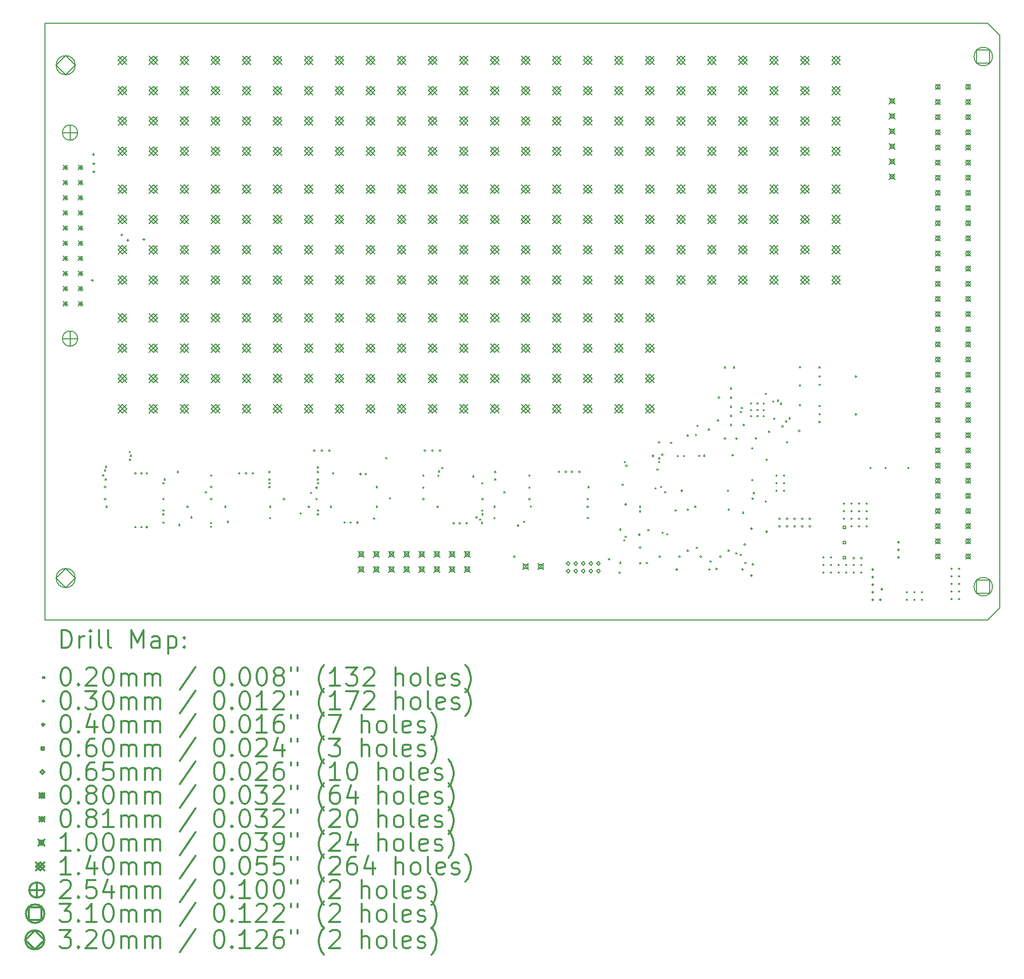
<source format=gbr>
%FSLAX45Y45*%
G04 Gerber Fmt 4.5, Leading zero omitted, Abs format (unit mm)*
G04 Created by KiCad (PCBNEW 5.1.4) date 2019-09-25 18:31:08*
%MOMM*%
%LPD*%
G04 APERTURE LIST*
%ADD10C,0.150000*%
%ADD11C,0.200000*%
%ADD12C,0.300000*%
G04 APERTURE END LIST*
D10*
X21800000Y-14000000D02*
X22000000Y-13800000D01*
X21800000Y-4000000D02*
X22000000Y-4200000D01*
X6000000Y-14000000D02*
X6000000Y-4000000D01*
X21800000Y-14000000D02*
X6000000Y-14000000D01*
X22000000Y-4200000D02*
X22000000Y-13800000D01*
X6000000Y-4000000D02*
X21800000Y-4000000D01*
D11*
X7000400Y-11483500D02*
X7020400Y-11503500D01*
X7020400Y-11483500D02*
X7000400Y-11503500D01*
X7013100Y-11635900D02*
X7033100Y-11655900D01*
X7033100Y-11635900D02*
X7013100Y-11655900D01*
X7016944Y-11423021D02*
X7036944Y-11443021D01*
X7036944Y-11423021D02*
X7016944Y-11443021D01*
X7025800Y-12093100D02*
X7045800Y-12113100D01*
X7045800Y-12093100D02*
X7025800Y-12113100D01*
X7413548Y-11176985D02*
X7433548Y-11196985D01*
X7433548Y-11176985D02*
X7413548Y-11196985D01*
X7418107Y-11304307D02*
X7438107Y-11324307D01*
X7438107Y-11304307D02*
X7418107Y-11324307D01*
X7428930Y-11238930D02*
X7448930Y-11258930D01*
X7448930Y-11238930D02*
X7428930Y-11258930D01*
X7978300Y-11699400D02*
X7998300Y-11719400D01*
X7998300Y-11699400D02*
X7978300Y-11719400D01*
X7978300Y-12156600D02*
X7998300Y-12176600D01*
X7998300Y-12156600D02*
X7978300Y-12176600D01*
X7978300Y-12220100D02*
X7998300Y-12240100D01*
X7998300Y-12220100D02*
X7978300Y-12240100D01*
X7978300Y-12359800D02*
X7998300Y-12379800D01*
X7998300Y-12359800D02*
X7978300Y-12379800D01*
X7996952Y-11635900D02*
X8016952Y-11655900D01*
X8016952Y-11635900D02*
X7996952Y-11655900D01*
X8219600Y-11508900D02*
X8239600Y-11528900D01*
X8239600Y-11508900D02*
X8219600Y-11528900D01*
X8245000Y-12397900D02*
X8265000Y-12417900D01*
X8265000Y-12397900D02*
X8245000Y-12417900D01*
X8384700Y-12093100D02*
X8404700Y-12113100D01*
X8404700Y-12093100D02*
X8384700Y-12113100D01*
X8448200Y-12270900D02*
X8468200Y-12290900D01*
X8468200Y-12270900D02*
X8448200Y-12290900D01*
X8689500Y-11851800D02*
X8709500Y-11871800D01*
X8709500Y-11851800D02*
X8689500Y-11871800D01*
X8778400Y-12365752D02*
X8798400Y-12385752D01*
X8798400Y-12365752D02*
X8778400Y-12385752D01*
X8778400Y-12428453D02*
X8798400Y-12448453D01*
X8798400Y-12428453D02*
X8778400Y-12448453D01*
X9013749Y-12093100D02*
X9033749Y-12113100D01*
X9033749Y-12093100D02*
X9013749Y-12113100D01*
X9057800Y-12347100D02*
X9077800Y-12367100D01*
X9077800Y-12347100D02*
X9057800Y-12367100D01*
X9756300Y-11508900D02*
X9776300Y-11528900D01*
X9776300Y-11508900D02*
X9756300Y-11528900D01*
X9756300Y-11635900D02*
X9776300Y-11655900D01*
X9776300Y-11635900D02*
X9756300Y-11655900D01*
X9756300Y-11699400D02*
X9776300Y-11719400D01*
X9776300Y-11699400D02*
X9756300Y-11719400D01*
X9756300Y-11762900D02*
X9776300Y-11782900D01*
X9776300Y-11762900D02*
X9756300Y-11782900D01*
X9769001Y-12093100D02*
X9789001Y-12113100D01*
X9789001Y-12093100D02*
X9769001Y-12113100D01*
X9769001Y-12283600D02*
X9789001Y-12303600D01*
X9789001Y-12283600D02*
X9769001Y-12303600D01*
X10416700Y-12093100D02*
X10436700Y-12113100D01*
X10436700Y-12093100D02*
X10416700Y-12113100D01*
X10454800Y-11857751D02*
X10474800Y-11877751D01*
X10474800Y-11857751D02*
X10454800Y-11877751D01*
X10569100Y-11432700D02*
X10589100Y-11452700D01*
X10589100Y-11432700D02*
X10569100Y-11452700D01*
X10569100Y-11508900D02*
X10589100Y-11528900D01*
X10589100Y-11508900D02*
X10569100Y-11528900D01*
X10569100Y-11635900D02*
X10589100Y-11655900D01*
X10589100Y-11635900D02*
X10569100Y-11655900D01*
X10569100Y-11699400D02*
X10589100Y-11719400D01*
X10589100Y-11699400D02*
X10569100Y-11719400D01*
X10569100Y-12156600D02*
X10589100Y-12176600D01*
X10589100Y-12156600D02*
X10569100Y-12176600D01*
X10569100Y-12220100D02*
X10589100Y-12240100D01*
X10589100Y-12220100D02*
X10569100Y-12240100D01*
X10785000Y-12093100D02*
X10805000Y-12113100D01*
X10805000Y-12093100D02*
X10785000Y-12113100D01*
X11508900Y-12289550D02*
X11528900Y-12309550D01*
X11528900Y-12289550D02*
X11508900Y-12309550D01*
X11556034Y-11762900D02*
X11576034Y-11782900D01*
X11576034Y-11762900D02*
X11556034Y-11782900D01*
X11556034Y-12093100D02*
X11576034Y-12113100D01*
X11576034Y-12093100D02*
X11556034Y-12113100D01*
X12575700Y-12093100D02*
X12595700Y-12113100D01*
X12595700Y-12093100D02*
X12575700Y-12113100D01*
X12588400Y-11572400D02*
X12608400Y-11592400D01*
X12608400Y-11572400D02*
X12588400Y-11592400D01*
X12596756Y-11501807D02*
X12616756Y-11521807D01*
X12616756Y-11501807D02*
X12596756Y-11521807D01*
X12651900Y-11445400D02*
X12671900Y-11465400D01*
X12671900Y-11445400D02*
X12651900Y-11465400D01*
X13172600Y-11585100D02*
X13192600Y-11605100D01*
X13192600Y-11585100D02*
X13172600Y-11605100D01*
X13226392Y-12270901D02*
X13246392Y-12290901D01*
X13246392Y-12270901D02*
X13226392Y-12290901D01*
X13286477Y-12308230D02*
X13306477Y-12328230D01*
X13306477Y-12308230D02*
X13286477Y-12328230D01*
X13314551Y-12364296D02*
X13334551Y-12384296D01*
X13334551Y-12364296D02*
X13314551Y-12384296D01*
X13325000Y-11699400D02*
X13345000Y-11719400D01*
X13345000Y-11699400D02*
X13325000Y-11719400D01*
X13325000Y-12156600D02*
X13345000Y-12176600D01*
X13345000Y-12156600D02*
X13325000Y-12176600D01*
X13325000Y-12220100D02*
X13345000Y-12240100D01*
X13345000Y-12220100D02*
X13325000Y-12240100D01*
X13528200Y-12093100D02*
X13548200Y-12113100D01*
X13548200Y-12093100D02*
X13528200Y-12113100D01*
X13528200Y-12283600D02*
X13548200Y-12303600D01*
X13548200Y-12283600D02*
X13528200Y-12303600D01*
X13540900Y-11508900D02*
X13560900Y-11528900D01*
X13560900Y-11508900D02*
X13540900Y-11528900D01*
X13540900Y-11635900D02*
X13560900Y-11655900D01*
X13560900Y-11635900D02*
X13540900Y-11655900D01*
X13693300Y-11851800D02*
X13713300Y-11871800D01*
X13713300Y-11851800D02*
X13693300Y-11871800D01*
X14139300Y-12090500D02*
X14159300Y-12110500D01*
X14159300Y-12090500D02*
X14139300Y-12110500D01*
X15090300Y-12093100D02*
X15110300Y-12113100D01*
X15110300Y-12093100D02*
X15090300Y-12113100D01*
X15090300Y-12283600D02*
X15110300Y-12303600D01*
X15110300Y-12283600D02*
X15090300Y-12303600D01*
X15103000Y-11762900D02*
X15123000Y-11782900D01*
X15123000Y-11762900D02*
X15103000Y-11782900D01*
X15623700Y-13198000D02*
X15643700Y-13218000D01*
X15643700Y-13198000D02*
X15623700Y-13218000D01*
X15636400Y-13032900D02*
X15656400Y-13052900D01*
X15656400Y-13032900D02*
X15636400Y-13052900D01*
X15637001Y-12474701D02*
X15657001Y-12494701D01*
X15657001Y-12474701D02*
X15637001Y-12494701D01*
X15674500Y-11724800D02*
X15694500Y-11744800D01*
X15694500Y-11724800D02*
X15674500Y-11744800D01*
X15701125Y-12657606D02*
X15721125Y-12677606D01*
X15721125Y-12657606D02*
X15701125Y-12677606D01*
X15713558Y-11344166D02*
X15733558Y-11364166D01*
X15733558Y-11344166D02*
X15713558Y-11364166D01*
X15725300Y-12595149D02*
X15745300Y-12615149D01*
X15745300Y-12595149D02*
X15725300Y-12615149D01*
X15966600Y-12093100D02*
X15986600Y-12113100D01*
X15986600Y-12093100D02*
X15966600Y-12113100D01*
X15966600Y-12169300D02*
X15986600Y-12189300D01*
X15986600Y-12169300D02*
X15966600Y-12189300D01*
X16080900Y-13038851D02*
X16100900Y-13058851D01*
X16100900Y-13038851D02*
X16080900Y-13058851D01*
X16106300Y-12486800D02*
X16126300Y-12506800D01*
X16126300Y-12486800D02*
X16106300Y-12506800D01*
X16227552Y-11782351D02*
X16247552Y-11802351D01*
X16247552Y-11782351D02*
X16227552Y-11802351D01*
X16258700Y-11470800D02*
X16278700Y-11490800D01*
X16278700Y-11470800D02*
X16258700Y-11490800D01*
X16284100Y-11013600D02*
X16304100Y-11033600D01*
X16304100Y-11013600D02*
X16284100Y-11033600D01*
X16290051Y-11280300D02*
X16310051Y-11300300D01*
X16310051Y-11280300D02*
X16290051Y-11300300D01*
X16290051Y-11345187D02*
X16310051Y-11365187D01*
X16310051Y-11345187D02*
X16290051Y-11365187D01*
X16322200Y-11756950D02*
X16342200Y-11776950D01*
X16342200Y-11756950D02*
X16322200Y-11776950D01*
X16347600Y-12530850D02*
X16367600Y-12550850D01*
X16367600Y-12530850D02*
X16347600Y-12550850D01*
X16385700Y-11851401D02*
X16405700Y-11871401D01*
X16405700Y-11851401D02*
X16385700Y-11871401D01*
X16423800Y-12556252D02*
X16443800Y-12576252D01*
X16443800Y-12556252D02*
X16423800Y-12576252D01*
X16487895Y-11020148D02*
X16507895Y-11040148D01*
X16507895Y-11020148D02*
X16487895Y-11040148D01*
X16563500Y-12156600D02*
X16583500Y-12176600D01*
X16583500Y-12156600D02*
X16563500Y-12176600D01*
X16601600Y-11242200D02*
X16621600Y-11262200D01*
X16621600Y-11242200D02*
X16601600Y-11262200D01*
X16703200Y-11242200D02*
X16723200Y-11262200D01*
X16723200Y-11242200D02*
X16703200Y-11262200D01*
X16766700Y-10899300D02*
X16786700Y-10919300D01*
X16786700Y-10899300D02*
X16766700Y-10919300D01*
X16766700Y-12829699D02*
X16786700Y-12849699D01*
X16786700Y-12829699D02*
X16766700Y-12849699D01*
X16893700Y-12093100D02*
X16913700Y-12113100D01*
X16913700Y-12093100D02*
X16893700Y-12113100D01*
X16906399Y-10886600D02*
X16926399Y-10906600D01*
X16926399Y-10886600D02*
X16906399Y-10906600D01*
X16919100Y-12785649D02*
X16939100Y-12805649D01*
X16939100Y-12785649D02*
X16919100Y-12805649D01*
X16931800Y-10734999D02*
X16951800Y-10754999D01*
X16951800Y-10734999D02*
X16931800Y-10754999D01*
X17039038Y-11239381D02*
X17059038Y-11259381D01*
X17059038Y-11239381D02*
X17039038Y-11259381D01*
X17122300Y-10797700D02*
X17142300Y-10817700D01*
X17142300Y-10797700D02*
X17122300Y-10817700D01*
X17147700Y-13014248D02*
X17167700Y-13034248D01*
X17167700Y-13014248D02*
X17147700Y-13034248D01*
X17249300Y-13134500D02*
X17269300Y-13154500D01*
X17269300Y-13134500D02*
X17249300Y-13154500D01*
X17274700Y-10645300D02*
X17294700Y-10665300D01*
X17294700Y-10645300D02*
X17274700Y-10665300D01*
X17389000Y-9756300D02*
X17409000Y-9776300D01*
X17409000Y-9756300D02*
X17389000Y-9776300D01*
X17452500Y-12829699D02*
X17472500Y-12849699D01*
X17472500Y-12829699D02*
X17452500Y-12849699D01*
X17490600Y-10111900D02*
X17510600Y-10131900D01*
X17510600Y-10111900D02*
X17490600Y-10131900D01*
X17490600Y-10264300D02*
X17510600Y-10284300D01*
X17510600Y-10264300D02*
X17490600Y-10284300D01*
X17490600Y-10416700D02*
X17510600Y-10436700D01*
X17510600Y-10416700D02*
X17490600Y-10436700D01*
X17490600Y-10569100D02*
X17510600Y-10589100D01*
X17510600Y-10569100D02*
X17490600Y-10589100D01*
X17490600Y-10721500D02*
X17510600Y-10741500D01*
X17510600Y-10721500D02*
X17490600Y-10741500D01*
X17541400Y-9756300D02*
X17561400Y-9776300D01*
X17561400Y-9756300D02*
X17541400Y-9776300D01*
X17579500Y-12874550D02*
X17599500Y-12894550D01*
X17599500Y-12874550D02*
X17579500Y-12894550D01*
X17655700Y-10505601D02*
X17675700Y-10525601D01*
X17675700Y-10505601D02*
X17655700Y-10525601D01*
X17655700Y-12899151D02*
X17675700Y-12919151D01*
X17675700Y-12899151D02*
X17655700Y-12919151D01*
X17670907Y-10435351D02*
X17690907Y-10455351D01*
X17690907Y-10435351D02*
X17670907Y-10455351D01*
X17693800Y-12194700D02*
X17713800Y-12214700D01*
X17713800Y-12194700D02*
X17693800Y-12214700D01*
X17706500Y-10721500D02*
X17726500Y-10741500D01*
X17726500Y-10721500D02*
X17706500Y-10741500D01*
X17731900Y-13039649D02*
X17751900Y-13059649D01*
X17751900Y-13039649D02*
X17731900Y-13059649D01*
X17858900Y-13058300D02*
X17878900Y-13078300D01*
X17878900Y-13058300D02*
X17858900Y-13078300D01*
X17875500Y-11864500D02*
X17895500Y-11884500D01*
X17895500Y-11864500D02*
X17875500Y-11884500D01*
X18074800Y-12004200D02*
X18094800Y-12024200D01*
X18094800Y-12004200D02*
X18074800Y-12024200D01*
X18201800Y-10327800D02*
X18221800Y-10347800D01*
X18221800Y-10327800D02*
X18201800Y-10347800D01*
X18276883Y-10313983D02*
X18296883Y-10333983D01*
X18296883Y-10313983D02*
X18276883Y-10333983D01*
X18329917Y-10367017D02*
X18349917Y-10387017D01*
X18349917Y-10367017D02*
X18329917Y-10387017D01*
X18417100Y-10663198D02*
X18437100Y-10683198D01*
X18437100Y-10663198D02*
X18417100Y-10683198D01*
X18470133Y-10610165D02*
X18490133Y-10630165D01*
X18490133Y-10610165D02*
X18470133Y-10630165D01*
X18976500Y-9756300D02*
X18996500Y-9776300D01*
X18996500Y-9756300D02*
X18976500Y-9776300D01*
X18976500Y-10048400D02*
X18996500Y-10068400D01*
X18996500Y-10048400D02*
X18976500Y-10068400D01*
X18976500Y-10404000D02*
X18996500Y-10424000D01*
X18996500Y-10404000D02*
X18976500Y-10424000D01*
X18976500Y-10670700D02*
X18996500Y-10690700D01*
X18996500Y-10670700D02*
X18976500Y-10690700D01*
X19586100Y-9908700D02*
X19606100Y-9928700D01*
X19606100Y-9908700D02*
X19586100Y-9928700D01*
X19586100Y-10543700D02*
X19606100Y-10563700D01*
X19606100Y-10543700D02*
X19586100Y-10563700D01*
X17830100Y-10364000D02*
X17850100Y-10384000D01*
X17850100Y-10364000D02*
X17830100Y-10384000D01*
X17830100Y-10469000D02*
X17850100Y-10489000D01*
X17850100Y-10469000D02*
X17830100Y-10489000D01*
X17830100Y-10574000D02*
X17850100Y-10594000D01*
X17850100Y-10574000D02*
X17830100Y-10594000D01*
X17935100Y-10364000D02*
X17955100Y-10384000D01*
X17955100Y-10364000D02*
X17935100Y-10384000D01*
X17935100Y-10469000D02*
X17955100Y-10489000D01*
X17955100Y-10469000D02*
X17935100Y-10489000D01*
X17935100Y-10574000D02*
X17955100Y-10594000D01*
X17955100Y-10574000D02*
X17935100Y-10594000D01*
X18040100Y-10364000D02*
X18060100Y-10384000D01*
X18060100Y-10364000D02*
X18040100Y-10384000D01*
X18040100Y-10469000D02*
X18060100Y-10489000D01*
X18060100Y-10469000D02*
X18040100Y-10489000D01*
X18040100Y-10574000D02*
X18060100Y-10594000D01*
X18060100Y-10574000D02*
X18040100Y-10594000D01*
X6993210Y-11580368D02*
G75*
G03X6993210Y-11580368I-15000J0D01*
G01*
X7025400Y-11772900D02*
G75*
G03X7025400Y-11772900I-15000J0D01*
G01*
X7025400Y-11976100D02*
G75*
G03X7025400Y-11976100I-15000J0D01*
G01*
X7533400Y-11544300D02*
G75*
G03X7533400Y-11544300I-15000J0D01*
G01*
X7533400Y-12446000D02*
G75*
G03X7533400Y-12446000I-15000J0D01*
G01*
X7635000Y-11544300D02*
G75*
G03X7635000Y-11544300I-15000J0D01*
G01*
X7635000Y-12446000D02*
G75*
G03X7635000Y-12446000I-15000J0D01*
G01*
X7723900Y-11544300D02*
G75*
G03X7723900Y-11544300I-15000J0D01*
G01*
X7723900Y-12446000D02*
G75*
G03X7723900Y-12446000I-15000J0D01*
G01*
X8003300Y-11976100D02*
G75*
G03X8003300Y-11976100I-15000J0D01*
G01*
X8803400Y-11582400D02*
G75*
G03X8803400Y-11582400I-15000J0D01*
G01*
X8803400Y-11772900D02*
G75*
G03X8803400Y-11772900I-15000J0D01*
G01*
X8803400Y-11976100D02*
G75*
G03X8803400Y-11976100I-15000J0D01*
G01*
X9273300Y-11544300D02*
G75*
G03X9273300Y-11544300I-15000J0D01*
G01*
X9387600Y-11544300D02*
G75*
G03X9387600Y-11544300I-15000J0D01*
G01*
X9501900Y-11544300D02*
G75*
G03X9501900Y-11544300I-15000J0D01*
G01*
X10022600Y-11976100D02*
G75*
G03X10022600Y-11976100I-15000J0D01*
G01*
X10302000Y-12217400D02*
G75*
G03X10302000Y-12217400I-15000J0D01*
G01*
X10530600Y-11163300D02*
G75*
G03X10530600Y-11163300I-15000J0D01*
G01*
X10568700Y-11785600D02*
G75*
G03X10568700Y-11785600I-15000J0D01*
G01*
X10568700Y-11976100D02*
G75*
G03X10568700Y-11976100I-15000J0D01*
G01*
X10657600Y-11163300D02*
G75*
G03X10657600Y-11163300I-15000J0D01*
G01*
X10784600Y-11163300D02*
G75*
G03X10784600Y-11163300I-15000J0D01*
G01*
X10848100Y-11544300D02*
G75*
G03X10848100Y-11544300I-15000J0D01*
G01*
X11038600Y-12369800D02*
G75*
G03X11038600Y-12369800I-15000J0D01*
G01*
X11140200Y-12369800D02*
G75*
G03X11140200Y-12369800I-15000J0D01*
G01*
X11254500Y-12369800D02*
G75*
G03X11254500Y-12369800I-15000J0D01*
G01*
X11305300Y-11557000D02*
G75*
G03X11305300Y-11557000I-15000J0D01*
G01*
X11394200Y-11557000D02*
G75*
G03X11394200Y-11557000I-15000J0D01*
G01*
X11737100Y-11290300D02*
G75*
G03X11737100Y-11290300I-15000J0D01*
G01*
X11800600Y-11963400D02*
G75*
G03X11800600Y-11963400I-15000J0D01*
G01*
X12359400Y-11582400D02*
G75*
G03X12359400Y-11582400I-15000J0D01*
G01*
X12359400Y-11785600D02*
G75*
G03X12359400Y-11785600I-15000J0D01*
G01*
X12359400Y-11976100D02*
G75*
G03X12359400Y-11976100I-15000J0D01*
G01*
X12384800Y-11163300D02*
G75*
G03X12384800Y-11163300I-15000J0D01*
G01*
X12511800Y-11163300D02*
G75*
G03X12511800Y-11163300I-15000J0D01*
G01*
X12638800Y-11163300D02*
G75*
G03X12638800Y-11163300I-15000J0D01*
G01*
X12867400Y-12380751D02*
G75*
G03X12867400Y-12380751I-15000J0D01*
G01*
X12969001Y-12380751D02*
G75*
G03X12969001Y-12380751I-15000J0D01*
G01*
X13083300Y-12380751D02*
G75*
G03X13083300Y-12380751I-15000J0D01*
G01*
X13350000Y-11976100D02*
G75*
G03X13350000Y-11976100I-15000J0D01*
G01*
X13883400Y-12941300D02*
G75*
G03X13883400Y-12941300I-15000J0D01*
G01*
X13946900Y-12420600D02*
G75*
G03X13946900Y-12420600I-15000J0D01*
G01*
X14048500Y-12357100D02*
G75*
G03X14048500Y-12357100I-15000J0D01*
G01*
X14137400Y-11582400D02*
G75*
G03X14137400Y-11582400I-15000J0D01*
G01*
X14137400Y-11785600D02*
G75*
G03X14137400Y-11785600I-15000J0D01*
G01*
X14137400Y-11976100D02*
G75*
G03X14137400Y-11976100I-15000J0D01*
G01*
X14632700Y-11518900D02*
G75*
G03X14632700Y-11518900I-15000J0D01*
G01*
X14747000Y-11518900D02*
G75*
G03X14747000Y-11518900I-15000J0D01*
G01*
X14848600Y-11518900D02*
G75*
G03X14848600Y-11518900I-15000J0D01*
G01*
X14975600Y-11518900D02*
G75*
G03X14975600Y-11518900I-15000J0D01*
G01*
X15115300Y-11976100D02*
G75*
G03X15115300Y-11976100I-15000J0D01*
G01*
X15472774Y-12985334D02*
G75*
G03X15472774Y-12985334I-15000J0D01*
G01*
X15750300Y-12065000D02*
G75*
G03X15750300Y-12065000I-15000J0D01*
G01*
X15763000Y-11417300D02*
G75*
G03X15763000Y-11417300I-15000J0D01*
G01*
X15978900Y-12573000D02*
G75*
G03X15978900Y-12573000I-15000J0D01*
G01*
X15991555Y-13053851D02*
G75*
G03X15991555Y-13053851I-15000J0D01*
G01*
X15991600Y-12788900D02*
G75*
G03X15991600Y-12788900I-15000J0D01*
G01*
X16207500Y-11252200D02*
G75*
G03X16207500Y-11252200I-15000J0D01*
G01*
X16321800Y-12941300D02*
G75*
G03X16321800Y-12941300I-15000J0D01*
G01*
X16363438Y-11229131D02*
G75*
G03X16363438Y-11229131I-15000J0D01*
G01*
X16604930Y-13155451D02*
G75*
G03X16604930Y-13155451I-15000J0D01*
G01*
X16652000Y-12941300D02*
G75*
G03X16652000Y-12941300I-15000J0D01*
G01*
X16690100Y-11836400D02*
G75*
G03X16690100Y-11836400I-15000J0D01*
G01*
X16791700Y-12153900D02*
G75*
G03X16791700Y-12153900I-15000J0D01*
G01*
X16982198Y-11252200D02*
G75*
G03X16982198Y-11252200I-15000J0D01*
G01*
X17007600Y-12941300D02*
G75*
G03X17007600Y-12941300I-15000J0D01*
G01*
X17151246Y-13155451D02*
G75*
G03X17151246Y-13155451I-15000J0D01*
G01*
X17312400Y-10274300D02*
G75*
G03X17312400Y-10274300I-15000J0D01*
G01*
X17337800Y-12941300D02*
G75*
G03X17337800Y-12941300I-15000J0D01*
G01*
X17414000Y-10960100D02*
G75*
G03X17414000Y-10960100I-15000J0D01*
G01*
X17464800Y-11836400D02*
G75*
G03X17464800Y-11836400I-15000J0D01*
G01*
X17477500Y-12153900D02*
G75*
G03X17477500Y-12153900I-15000J0D01*
G01*
X17542749Y-11239500D02*
G75*
G03X17542749Y-11239500I-15000J0D01*
G01*
X17604500Y-10961850D02*
G75*
G03X17604500Y-10961850I-15000J0D01*
G01*
X17707305Y-13155451D02*
G75*
G03X17707305Y-13155451I-15000J0D01*
G01*
X17744200Y-12738100D02*
G75*
G03X17744200Y-12738100I-15000J0D01*
G01*
X17858500Y-12471400D02*
G75*
G03X17858500Y-12471400I-15000J0D01*
G01*
X17858500Y-13258800D02*
G75*
G03X17858500Y-13258800I-15000J0D01*
G01*
X17871200Y-11125200D02*
G75*
G03X17871200Y-11125200I-15000J0D01*
G01*
X17871200Y-11658600D02*
G75*
G03X17871200Y-11658600I-15000J0D01*
G01*
X17876084Y-11968284D02*
G75*
G03X17876084Y-11968284I-15000J0D01*
G01*
X17930713Y-10957247D02*
G75*
G03X17930713Y-10957247I-15000J0D01*
G01*
X18099800Y-10210800D02*
G75*
G03X18099800Y-10210800I-15000J0D01*
G01*
X18112500Y-11315700D02*
G75*
G03X18112500Y-11315700I-15000J0D01*
G01*
X18112500Y-12522200D02*
G75*
G03X18112500Y-12522200I-15000J0D01*
G01*
X18153400Y-10848600D02*
G75*
G03X18153400Y-10848600I-15000J0D01*
G01*
X18239500Y-10629900D02*
G75*
G03X18239500Y-10629900I-15000J0D01*
G01*
X18277600Y-11582400D02*
G75*
G03X18277600Y-11582400I-15000J0D01*
G01*
X18277600Y-11709400D02*
G75*
G03X18277600Y-11709400I-15000J0D01*
G01*
X18277600Y-11836400D02*
G75*
G03X18277600Y-11836400I-15000J0D01*
G01*
X18328400Y-12306300D02*
G75*
G03X18328400Y-12306300I-15000J0D01*
G01*
X18328400Y-12433300D02*
G75*
G03X18328400Y-12433300I-15000J0D01*
G01*
X18379200Y-10756900D02*
G75*
G03X18379200Y-10756900I-15000J0D01*
G01*
X18404600Y-11582400D02*
G75*
G03X18404600Y-11582400I-15000J0D01*
G01*
X18404600Y-11709400D02*
G75*
G03X18404600Y-11709400I-15000J0D01*
G01*
X18404600Y-11836400D02*
G75*
G03X18404600Y-11836400I-15000J0D01*
G01*
X18455400Y-11023600D02*
G75*
G03X18455400Y-11023600I-15000J0D01*
G01*
X18455400Y-12306300D02*
G75*
G03X18455400Y-12306300I-15000J0D01*
G01*
X18455400Y-12433300D02*
G75*
G03X18455400Y-12433300I-15000J0D01*
G01*
X18582400Y-12306300D02*
G75*
G03X18582400Y-12306300I-15000J0D01*
G01*
X18582400Y-12433300D02*
G75*
G03X18582400Y-12433300I-15000J0D01*
G01*
X18658600Y-10833100D02*
G75*
G03X18658600Y-10833100I-15000J0D01*
G01*
X18671300Y-9766300D02*
G75*
G03X18671300Y-9766300I-15000J0D01*
G01*
X18671300Y-10071100D02*
G75*
G03X18671300Y-10071100I-15000J0D01*
G01*
X18671300Y-10401300D02*
G75*
G03X18671300Y-10401300I-15000J0D01*
G01*
X18709400Y-12306300D02*
G75*
G03X18709400Y-12306300I-15000J0D01*
G01*
X18709400Y-12433300D02*
G75*
G03X18709400Y-12433300I-15000J0D01*
G01*
X18836400Y-12306300D02*
G75*
G03X18836400Y-12306300I-15000J0D01*
G01*
X18836400Y-12433300D02*
G75*
G03X18836400Y-12433300I-15000J0D01*
G01*
X19001500Y-9918700D02*
G75*
G03X19001500Y-9918700I-15000J0D01*
G01*
X19001500Y-10553700D02*
G75*
G03X19001500Y-10553700I-15000J0D01*
G01*
X19065000Y-12954000D02*
G75*
G03X19065000Y-12954000I-15000J0D01*
G01*
X19065000Y-13081000D02*
G75*
G03X19065000Y-13081000I-15000J0D01*
G01*
X19065000Y-13208000D02*
G75*
G03X19065000Y-13208000I-15000J0D01*
G01*
X19192000Y-12954000D02*
G75*
G03X19192000Y-12954000I-15000J0D01*
G01*
X19192000Y-13081000D02*
G75*
G03X19192000Y-13081000I-15000J0D01*
G01*
X19192000Y-13208000D02*
G75*
G03X19192000Y-13208000I-15000J0D01*
G01*
X19319000Y-13081000D02*
G75*
G03X19319000Y-13081000I-15000J0D01*
G01*
X19319000Y-13208000D02*
G75*
G03X19319000Y-13208000I-15000J0D01*
G01*
X19407900Y-12052300D02*
G75*
G03X19407900Y-12052300I-15000J0D01*
G01*
X19407900Y-12179300D02*
G75*
G03X19407900Y-12179300I-15000J0D01*
G01*
X19407900Y-12306300D02*
G75*
G03X19407900Y-12306300I-15000J0D01*
G01*
X19446000Y-13081000D02*
G75*
G03X19446000Y-13081000I-15000J0D01*
G01*
X19446000Y-13208000D02*
G75*
G03X19446000Y-13208000I-15000J0D01*
G01*
X19534900Y-12052300D02*
G75*
G03X19534900Y-12052300I-15000J0D01*
G01*
X19534900Y-12179300D02*
G75*
G03X19534900Y-12179300I-15000J0D01*
G01*
X19534900Y-12306300D02*
G75*
G03X19534900Y-12306300I-15000J0D01*
G01*
X19534900Y-12433300D02*
G75*
G03X19534900Y-12433300I-15000J0D01*
G01*
X19573000Y-12966700D02*
G75*
G03X19573000Y-12966700I-15000J0D01*
G01*
X19573000Y-13081000D02*
G75*
G03X19573000Y-13081000I-15000J0D01*
G01*
X19573000Y-13208000D02*
G75*
G03X19573000Y-13208000I-15000J0D01*
G01*
X19661900Y-12052300D02*
G75*
G03X19661900Y-12052300I-15000J0D01*
G01*
X19661900Y-12179300D02*
G75*
G03X19661900Y-12179300I-15000J0D01*
G01*
X19661900Y-12306300D02*
G75*
G03X19661900Y-12306300I-15000J0D01*
G01*
X19661900Y-12433300D02*
G75*
G03X19661900Y-12433300I-15000J0D01*
G01*
X19700000Y-12966700D02*
G75*
G03X19700000Y-12966700I-15000J0D01*
G01*
X19700000Y-13081000D02*
G75*
G03X19700000Y-13081000I-15000J0D01*
G01*
X19700000Y-13208000D02*
G75*
G03X19700000Y-13208000I-15000J0D01*
G01*
X19788900Y-12052300D02*
G75*
G03X19788900Y-12052300I-15000J0D01*
G01*
X19788900Y-12179300D02*
G75*
G03X19788900Y-12179300I-15000J0D01*
G01*
X19788900Y-12306300D02*
G75*
G03X19788900Y-12306300I-15000J0D01*
G01*
X19788900Y-12433300D02*
G75*
G03X19788900Y-12433300I-15000J0D01*
G01*
X19852400Y-11455400D02*
G75*
G03X19852400Y-11455400I-15000J0D01*
G01*
X19890500Y-13157200D02*
G75*
G03X19890500Y-13157200I-15000J0D01*
G01*
X19890500Y-13284200D02*
G75*
G03X19890500Y-13284200I-15000J0D01*
G01*
X19890500Y-13411200D02*
G75*
G03X19890500Y-13411200I-15000J0D01*
G01*
X19890500Y-13538200D02*
G75*
G03X19890500Y-13538200I-15000J0D01*
G01*
X19890500Y-13665200D02*
G75*
G03X19890500Y-13665200I-15000J0D01*
G01*
X20017500Y-13665200D02*
G75*
G03X20017500Y-13665200I-15000J0D01*
G01*
X20042896Y-13487400D02*
G75*
G03X20042896Y-13487400I-15000J0D01*
G01*
X20106400Y-11455400D02*
G75*
G03X20106400Y-11455400I-15000J0D01*
G01*
X20322300Y-12700000D02*
G75*
G03X20322300Y-12700000I-15000J0D01*
G01*
X20322300Y-12827000D02*
G75*
G03X20322300Y-12827000I-15000J0D01*
G01*
X20322300Y-12954000D02*
G75*
G03X20322300Y-12954000I-15000J0D01*
G01*
X20462000Y-13538200D02*
G75*
G03X20462000Y-13538200I-15000J0D01*
G01*
X20462000Y-13665200D02*
G75*
G03X20462000Y-13665200I-15000J0D01*
G01*
X20487401Y-11455400D02*
G75*
G03X20487401Y-11455400I-15000J0D01*
G01*
X20589000Y-13538200D02*
G75*
G03X20589000Y-13538200I-15000J0D01*
G01*
X20589000Y-13665200D02*
G75*
G03X20589000Y-13665200I-15000J0D01*
G01*
X20716000Y-13538200D02*
G75*
G03X20716000Y-13538200I-15000J0D01*
G01*
X20716000Y-13665200D02*
G75*
G03X20716000Y-13665200I-15000J0D01*
G01*
X21211300Y-13144500D02*
G75*
G03X21211300Y-13144500I-15000J0D01*
G01*
X21211300Y-13271500D02*
G75*
G03X21211300Y-13271500I-15000J0D01*
G01*
X21211300Y-13398500D02*
G75*
G03X21211300Y-13398500I-15000J0D01*
G01*
X21211300Y-13525500D02*
G75*
G03X21211300Y-13525500I-15000J0D01*
G01*
X21211300Y-13652500D02*
G75*
G03X21211300Y-13652500I-15000J0D01*
G01*
X21338300Y-13144500D02*
G75*
G03X21338300Y-13144500I-15000J0D01*
G01*
X21338300Y-13271500D02*
G75*
G03X21338300Y-13271500I-15000J0D01*
G01*
X21338300Y-13398500D02*
G75*
G03X21338300Y-13398500I-15000J0D01*
G01*
X21338300Y-13525500D02*
G75*
G03X21338300Y-13525500I-15000J0D01*
G01*
X21338300Y-13652500D02*
G75*
G03X21338300Y-13652500I-15000J0D01*
G01*
X6794500Y-8285800D02*
X6794500Y-8325800D01*
X6774500Y-8305800D02*
X6814500Y-8305800D01*
X6814101Y-6174737D02*
X6814101Y-6214737D01*
X6794101Y-6194737D02*
X6834101Y-6194737D01*
X6819900Y-6465401D02*
X6819900Y-6505401D01*
X6799900Y-6485401D02*
X6839900Y-6485401D01*
X6820432Y-6329469D02*
X6820432Y-6369469D01*
X6800432Y-6349469D02*
X6840432Y-6349469D01*
X7289800Y-7523951D02*
X7289800Y-7563951D01*
X7269800Y-7543951D02*
X7309800Y-7543951D01*
X7391400Y-7612700D02*
X7391400Y-7652700D01*
X7371400Y-7632700D02*
X7411400Y-7632700D01*
X7658100Y-7600000D02*
X7658100Y-7640000D01*
X7638100Y-7620000D02*
X7678100Y-7620000D01*
X19421213Y-12467213D02*
X19421213Y-12424787D01*
X19378787Y-12424787D01*
X19378787Y-12467213D01*
X19421213Y-12467213D01*
X19421213Y-12721213D02*
X19421213Y-12678787D01*
X19378787Y-12678787D01*
X19378787Y-12721213D01*
X19421213Y-12721213D01*
X19421213Y-12975213D02*
X19421213Y-12932787D01*
X19378787Y-12932787D01*
X19378787Y-12975213D01*
X19421213Y-12975213D01*
X14770100Y-13088100D02*
X14802600Y-13055600D01*
X14770100Y-13023100D01*
X14737600Y-13055600D01*
X14770100Y-13088100D01*
X14770100Y-13215100D02*
X14802600Y-13182600D01*
X14770100Y-13150100D01*
X14737600Y-13182600D01*
X14770100Y-13215100D01*
X14897100Y-13088100D02*
X14929600Y-13055600D01*
X14897100Y-13023100D01*
X14864600Y-13055600D01*
X14897100Y-13088100D01*
X14897100Y-13215100D02*
X14929600Y-13182600D01*
X14897100Y-13150100D01*
X14864600Y-13182600D01*
X14897100Y-13215100D01*
X15024100Y-13088100D02*
X15056600Y-13055600D01*
X15024100Y-13023100D01*
X14991600Y-13055600D01*
X15024100Y-13088100D01*
X15024100Y-13215100D02*
X15056600Y-13182600D01*
X15024100Y-13150100D01*
X14991600Y-13182600D01*
X15024100Y-13215100D01*
X15151100Y-13088100D02*
X15183600Y-13055600D01*
X15151100Y-13023100D01*
X15118600Y-13055600D01*
X15151100Y-13088100D01*
X15151100Y-13215100D02*
X15183600Y-13182600D01*
X15151100Y-13150100D01*
X15118600Y-13182600D01*
X15151100Y-13215100D01*
X15278100Y-13088100D02*
X15310600Y-13055600D01*
X15278100Y-13023100D01*
X15245600Y-13055600D01*
X15278100Y-13088100D01*
X15278100Y-13215100D02*
X15310600Y-13182600D01*
X15278100Y-13150100D01*
X15245600Y-13182600D01*
X15278100Y-13215100D01*
X20925995Y-5022995D02*
X21006005Y-5103005D01*
X21006005Y-5022995D02*
X20925995Y-5103005D01*
X21006005Y-5063000D02*
G75*
G03X21006005Y-5063000I-40005J0D01*
G01*
X20925995Y-5276995D02*
X21006005Y-5357005D01*
X21006005Y-5276995D02*
X20925995Y-5357005D01*
X21006005Y-5317000D02*
G75*
G03X21006005Y-5317000I-40005J0D01*
G01*
X20925995Y-5530995D02*
X21006005Y-5611005D01*
X21006005Y-5530995D02*
X20925995Y-5611005D01*
X21006005Y-5571000D02*
G75*
G03X21006005Y-5571000I-40005J0D01*
G01*
X20925995Y-5784995D02*
X21006005Y-5865005D01*
X21006005Y-5784995D02*
X20925995Y-5865005D01*
X21006005Y-5825000D02*
G75*
G03X21006005Y-5825000I-40005J0D01*
G01*
X20925995Y-6038995D02*
X21006005Y-6119005D01*
X21006005Y-6038995D02*
X20925995Y-6119005D01*
X21006005Y-6079000D02*
G75*
G03X21006005Y-6079000I-40005J0D01*
G01*
X20925995Y-6292995D02*
X21006005Y-6373005D01*
X21006005Y-6292995D02*
X20925995Y-6373005D01*
X21006005Y-6333000D02*
G75*
G03X21006005Y-6333000I-40005J0D01*
G01*
X20925995Y-6546995D02*
X21006005Y-6627005D01*
X21006005Y-6546995D02*
X20925995Y-6627005D01*
X21006005Y-6587000D02*
G75*
G03X21006005Y-6587000I-40005J0D01*
G01*
X20925995Y-6800995D02*
X21006005Y-6881005D01*
X21006005Y-6800995D02*
X20925995Y-6881005D01*
X21006005Y-6841000D02*
G75*
G03X21006005Y-6841000I-40005J0D01*
G01*
X20925995Y-7054995D02*
X21006005Y-7135005D01*
X21006005Y-7054995D02*
X20925995Y-7135005D01*
X21006005Y-7095000D02*
G75*
G03X21006005Y-7095000I-40005J0D01*
G01*
X20925995Y-7308995D02*
X21006005Y-7389005D01*
X21006005Y-7308995D02*
X20925995Y-7389005D01*
X21006005Y-7349000D02*
G75*
G03X21006005Y-7349000I-40005J0D01*
G01*
X20925995Y-7562995D02*
X21006005Y-7643005D01*
X21006005Y-7562995D02*
X20925995Y-7643005D01*
X21006005Y-7603000D02*
G75*
G03X21006005Y-7603000I-40005J0D01*
G01*
X20925995Y-7816995D02*
X21006005Y-7897005D01*
X21006005Y-7816995D02*
X20925995Y-7897005D01*
X21006005Y-7857000D02*
G75*
G03X21006005Y-7857000I-40005J0D01*
G01*
X20925995Y-8070995D02*
X21006005Y-8151005D01*
X21006005Y-8070995D02*
X20925995Y-8151005D01*
X21006005Y-8111000D02*
G75*
G03X21006005Y-8111000I-40005J0D01*
G01*
X20925995Y-8324995D02*
X21006005Y-8405005D01*
X21006005Y-8324995D02*
X20925995Y-8405005D01*
X21006005Y-8365000D02*
G75*
G03X21006005Y-8365000I-40005J0D01*
G01*
X20925995Y-8578995D02*
X21006005Y-8659005D01*
X21006005Y-8578995D02*
X20925995Y-8659005D01*
X21006005Y-8619000D02*
G75*
G03X21006005Y-8619000I-40005J0D01*
G01*
X20925995Y-8832995D02*
X21006005Y-8913005D01*
X21006005Y-8832995D02*
X20925995Y-8913005D01*
X21006005Y-8873000D02*
G75*
G03X21006005Y-8873000I-40005J0D01*
G01*
X20925995Y-9086995D02*
X21006005Y-9167005D01*
X21006005Y-9086995D02*
X20925995Y-9167005D01*
X21006005Y-9127000D02*
G75*
G03X21006005Y-9127000I-40005J0D01*
G01*
X20925995Y-9340995D02*
X21006005Y-9421005D01*
X21006005Y-9340995D02*
X20925995Y-9421005D01*
X21006005Y-9381000D02*
G75*
G03X21006005Y-9381000I-40005J0D01*
G01*
X20925995Y-9594995D02*
X21006005Y-9675005D01*
X21006005Y-9594995D02*
X20925995Y-9675005D01*
X21006005Y-9635000D02*
G75*
G03X21006005Y-9635000I-40005J0D01*
G01*
X20925995Y-9848995D02*
X21006005Y-9929005D01*
X21006005Y-9848995D02*
X20925995Y-9929005D01*
X21006005Y-9889000D02*
G75*
G03X21006005Y-9889000I-40005J0D01*
G01*
X20925995Y-10102995D02*
X21006005Y-10183005D01*
X21006005Y-10102995D02*
X20925995Y-10183005D01*
X21006005Y-10143000D02*
G75*
G03X21006005Y-10143000I-40005J0D01*
G01*
X20925995Y-10356995D02*
X21006005Y-10437005D01*
X21006005Y-10356995D02*
X20925995Y-10437005D01*
X21006005Y-10397000D02*
G75*
G03X21006005Y-10397000I-40005J0D01*
G01*
X20925995Y-10610995D02*
X21006005Y-10691005D01*
X21006005Y-10610995D02*
X20925995Y-10691005D01*
X21006005Y-10651000D02*
G75*
G03X21006005Y-10651000I-40005J0D01*
G01*
X20925995Y-10864995D02*
X21006005Y-10945005D01*
X21006005Y-10864995D02*
X20925995Y-10945005D01*
X21006005Y-10905000D02*
G75*
G03X21006005Y-10905000I-40005J0D01*
G01*
X20925995Y-11118995D02*
X21006005Y-11199005D01*
X21006005Y-11118995D02*
X20925995Y-11199005D01*
X21006005Y-11159000D02*
G75*
G03X21006005Y-11159000I-40005J0D01*
G01*
X20925995Y-11372995D02*
X21006005Y-11453005D01*
X21006005Y-11372995D02*
X20925995Y-11453005D01*
X21006005Y-11413000D02*
G75*
G03X21006005Y-11413000I-40005J0D01*
G01*
X20925995Y-11626995D02*
X21006005Y-11707005D01*
X21006005Y-11626995D02*
X20925995Y-11707005D01*
X21006005Y-11667000D02*
G75*
G03X21006005Y-11667000I-40005J0D01*
G01*
X20925995Y-11880995D02*
X21006005Y-11961005D01*
X21006005Y-11880995D02*
X20925995Y-11961005D01*
X21006005Y-11921000D02*
G75*
G03X21006005Y-11921000I-40005J0D01*
G01*
X20925995Y-12134995D02*
X21006005Y-12215005D01*
X21006005Y-12134995D02*
X20925995Y-12215005D01*
X21006005Y-12175000D02*
G75*
G03X21006005Y-12175000I-40005J0D01*
G01*
X20925995Y-12388995D02*
X21006005Y-12469005D01*
X21006005Y-12388995D02*
X20925995Y-12469005D01*
X21006005Y-12429000D02*
G75*
G03X21006005Y-12429000I-40005J0D01*
G01*
X20925995Y-12642995D02*
X21006005Y-12723005D01*
X21006005Y-12642995D02*
X20925995Y-12723005D01*
X21006005Y-12683000D02*
G75*
G03X21006005Y-12683000I-40005J0D01*
G01*
X20925995Y-12896995D02*
X21006005Y-12977005D01*
X21006005Y-12896995D02*
X20925995Y-12977005D01*
X21006005Y-12937000D02*
G75*
G03X21006005Y-12937000I-40005J0D01*
G01*
X21433995Y-5022995D02*
X21514005Y-5103005D01*
X21514005Y-5022995D02*
X21433995Y-5103005D01*
X21514005Y-5063000D02*
G75*
G03X21514005Y-5063000I-40005J0D01*
G01*
X21433995Y-5276995D02*
X21514005Y-5357005D01*
X21514005Y-5276995D02*
X21433995Y-5357005D01*
X21514005Y-5317000D02*
G75*
G03X21514005Y-5317000I-40005J0D01*
G01*
X21433995Y-5530995D02*
X21514005Y-5611005D01*
X21514005Y-5530995D02*
X21433995Y-5611005D01*
X21514005Y-5571000D02*
G75*
G03X21514005Y-5571000I-40005J0D01*
G01*
X21433995Y-5784995D02*
X21514005Y-5865005D01*
X21514005Y-5784995D02*
X21433995Y-5865005D01*
X21514005Y-5825000D02*
G75*
G03X21514005Y-5825000I-40005J0D01*
G01*
X21433995Y-6038995D02*
X21514005Y-6119005D01*
X21514005Y-6038995D02*
X21433995Y-6119005D01*
X21514005Y-6079000D02*
G75*
G03X21514005Y-6079000I-40005J0D01*
G01*
X21433995Y-6292995D02*
X21514005Y-6373005D01*
X21514005Y-6292995D02*
X21433995Y-6373005D01*
X21514005Y-6333000D02*
G75*
G03X21514005Y-6333000I-40005J0D01*
G01*
X21433995Y-6546995D02*
X21514005Y-6627005D01*
X21514005Y-6546995D02*
X21433995Y-6627005D01*
X21514005Y-6587000D02*
G75*
G03X21514005Y-6587000I-40005J0D01*
G01*
X21433995Y-6800995D02*
X21514005Y-6881005D01*
X21514005Y-6800995D02*
X21433995Y-6881005D01*
X21514005Y-6841000D02*
G75*
G03X21514005Y-6841000I-40005J0D01*
G01*
X21433995Y-7054995D02*
X21514005Y-7135005D01*
X21514005Y-7054995D02*
X21433995Y-7135005D01*
X21514005Y-7095000D02*
G75*
G03X21514005Y-7095000I-40005J0D01*
G01*
X21433995Y-7308995D02*
X21514005Y-7389005D01*
X21514005Y-7308995D02*
X21433995Y-7389005D01*
X21514005Y-7349000D02*
G75*
G03X21514005Y-7349000I-40005J0D01*
G01*
X21433995Y-7562995D02*
X21514005Y-7643005D01*
X21514005Y-7562995D02*
X21433995Y-7643005D01*
X21514005Y-7603000D02*
G75*
G03X21514005Y-7603000I-40005J0D01*
G01*
X21433995Y-7816995D02*
X21514005Y-7897005D01*
X21514005Y-7816995D02*
X21433995Y-7897005D01*
X21514005Y-7857000D02*
G75*
G03X21514005Y-7857000I-40005J0D01*
G01*
X21433995Y-8070995D02*
X21514005Y-8151005D01*
X21514005Y-8070995D02*
X21433995Y-8151005D01*
X21514005Y-8111000D02*
G75*
G03X21514005Y-8111000I-40005J0D01*
G01*
X21433995Y-8324995D02*
X21514005Y-8405005D01*
X21514005Y-8324995D02*
X21433995Y-8405005D01*
X21514005Y-8365000D02*
G75*
G03X21514005Y-8365000I-40005J0D01*
G01*
X21433995Y-8578995D02*
X21514005Y-8659005D01*
X21514005Y-8578995D02*
X21433995Y-8659005D01*
X21514005Y-8619000D02*
G75*
G03X21514005Y-8619000I-40005J0D01*
G01*
X21433995Y-8832995D02*
X21514005Y-8913005D01*
X21514005Y-8832995D02*
X21433995Y-8913005D01*
X21514005Y-8873000D02*
G75*
G03X21514005Y-8873000I-40005J0D01*
G01*
X21433995Y-9086995D02*
X21514005Y-9167005D01*
X21514005Y-9086995D02*
X21433995Y-9167005D01*
X21514005Y-9127000D02*
G75*
G03X21514005Y-9127000I-40005J0D01*
G01*
X21433995Y-9340995D02*
X21514005Y-9421005D01*
X21514005Y-9340995D02*
X21433995Y-9421005D01*
X21514005Y-9381000D02*
G75*
G03X21514005Y-9381000I-40005J0D01*
G01*
X21433995Y-9594995D02*
X21514005Y-9675005D01*
X21514005Y-9594995D02*
X21433995Y-9675005D01*
X21514005Y-9635000D02*
G75*
G03X21514005Y-9635000I-40005J0D01*
G01*
X21433995Y-9848995D02*
X21514005Y-9929005D01*
X21514005Y-9848995D02*
X21433995Y-9929005D01*
X21514005Y-9889000D02*
G75*
G03X21514005Y-9889000I-40005J0D01*
G01*
X21433995Y-10102995D02*
X21514005Y-10183005D01*
X21514005Y-10102995D02*
X21433995Y-10183005D01*
X21514005Y-10143000D02*
G75*
G03X21514005Y-10143000I-40005J0D01*
G01*
X21433995Y-10356995D02*
X21514005Y-10437005D01*
X21514005Y-10356995D02*
X21433995Y-10437005D01*
X21514005Y-10397000D02*
G75*
G03X21514005Y-10397000I-40005J0D01*
G01*
X21433995Y-10610995D02*
X21514005Y-10691005D01*
X21514005Y-10610995D02*
X21433995Y-10691005D01*
X21514005Y-10651000D02*
G75*
G03X21514005Y-10651000I-40005J0D01*
G01*
X21433995Y-10864995D02*
X21514005Y-10945005D01*
X21514005Y-10864995D02*
X21433995Y-10945005D01*
X21514005Y-10905000D02*
G75*
G03X21514005Y-10905000I-40005J0D01*
G01*
X21433995Y-11118995D02*
X21514005Y-11199005D01*
X21514005Y-11118995D02*
X21433995Y-11199005D01*
X21514005Y-11159000D02*
G75*
G03X21514005Y-11159000I-40005J0D01*
G01*
X21433995Y-11372995D02*
X21514005Y-11453005D01*
X21514005Y-11372995D02*
X21433995Y-11453005D01*
X21514005Y-11413000D02*
G75*
G03X21514005Y-11413000I-40005J0D01*
G01*
X21433995Y-11626995D02*
X21514005Y-11707005D01*
X21514005Y-11626995D02*
X21433995Y-11707005D01*
X21514005Y-11667000D02*
G75*
G03X21514005Y-11667000I-40005J0D01*
G01*
X21433995Y-11880995D02*
X21514005Y-11961005D01*
X21514005Y-11880995D02*
X21433995Y-11961005D01*
X21514005Y-11921000D02*
G75*
G03X21514005Y-11921000I-40005J0D01*
G01*
X21433995Y-12134995D02*
X21514005Y-12215005D01*
X21514005Y-12134995D02*
X21433995Y-12215005D01*
X21514005Y-12175000D02*
G75*
G03X21514005Y-12175000I-40005J0D01*
G01*
X21433995Y-12388995D02*
X21514005Y-12469005D01*
X21514005Y-12388995D02*
X21433995Y-12469005D01*
X21514005Y-12429000D02*
G75*
G03X21514005Y-12429000I-40005J0D01*
G01*
X21433995Y-12642995D02*
X21514005Y-12723005D01*
X21514005Y-12642995D02*
X21433995Y-12723005D01*
X21514005Y-12683000D02*
G75*
G03X21514005Y-12683000I-40005J0D01*
G01*
X21433995Y-12896995D02*
X21514005Y-12977005D01*
X21514005Y-12896995D02*
X21433995Y-12977005D01*
X21514005Y-12937000D02*
G75*
G03X21514005Y-12937000I-40005J0D01*
G01*
X6305500Y-6373500D02*
X6386500Y-6454500D01*
X6386500Y-6373500D02*
X6305500Y-6454500D01*
X6346000Y-6373500D02*
X6346000Y-6454500D01*
X6305500Y-6414000D02*
X6386500Y-6414000D01*
X6305500Y-6627500D02*
X6386500Y-6708500D01*
X6386500Y-6627500D02*
X6305500Y-6708500D01*
X6346000Y-6627500D02*
X6346000Y-6708500D01*
X6305500Y-6668000D02*
X6386500Y-6668000D01*
X6305500Y-6881500D02*
X6386500Y-6962500D01*
X6386500Y-6881500D02*
X6305500Y-6962500D01*
X6346000Y-6881500D02*
X6346000Y-6962500D01*
X6305500Y-6922000D02*
X6386500Y-6922000D01*
X6305500Y-7135500D02*
X6386500Y-7216500D01*
X6386500Y-7135500D02*
X6305500Y-7216500D01*
X6346000Y-7135500D02*
X6346000Y-7216500D01*
X6305500Y-7176000D02*
X6386500Y-7176000D01*
X6305500Y-7389500D02*
X6386500Y-7470500D01*
X6386500Y-7389500D02*
X6305500Y-7470500D01*
X6346000Y-7389500D02*
X6346000Y-7470500D01*
X6305500Y-7430000D02*
X6386500Y-7430000D01*
X6305500Y-7643500D02*
X6386500Y-7724500D01*
X6386500Y-7643500D02*
X6305500Y-7724500D01*
X6346000Y-7643500D02*
X6346000Y-7724500D01*
X6305500Y-7684000D02*
X6386500Y-7684000D01*
X6305500Y-7897500D02*
X6386500Y-7978500D01*
X6386500Y-7897500D02*
X6305500Y-7978500D01*
X6346000Y-7897500D02*
X6346000Y-7978500D01*
X6305500Y-7938000D02*
X6386500Y-7938000D01*
X6305500Y-8151500D02*
X6386500Y-8232500D01*
X6386500Y-8151500D02*
X6305500Y-8232500D01*
X6346000Y-8151500D02*
X6346000Y-8232500D01*
X6305500Y-8192000D02*
X6386500Y-8192000D01*
X6305500Y-8405500D02*
X6386500Y-8486500D01*
X6386500Y-8405500D02*
X6305500Y-8486500D01*
X6346000Y-8405500D02*
X6346000Y-8486500D01*
X6305500Y-8446000D02*
X6386500Y-8446000D01*
X6305500Y-8659500D02*
X6386500Y-8740500D01*
X6386500Y-8659500D02*
X6305500Y-8740500D01*
X6346000Y-8659500D02*
X6346000Y-8740500D01*
X6305500Y-8700000D02*
X6386500Y-8700000D01*
X6559500Y-6373500D02*
X6640500Y-6454500D01*
X6640500Y-6373500D02*
X6559500Y-6454500D01*
X6600000Y-6373500D02*
X6600000Y-6454500D01*
X6559500Y-6414000D02*
X6640500Y-6414000D01*
X6559500Y-6627500D02*
X6640500Y-6708500D01*
X6640500Y-6627500D02*
X6559500Y-6708500D01*
X6600000Y-6627500D02*
X6600000Y-6708500D01*
X6559500Y-6668000D02*
X6640500Y-6668000D01*
X6559500Y-6881500D02*
X6640500Y-6962500D01*
X6640500Y-6881500D02*
X6559500Y-6962500D01*
X6600000Y-6881500D02*
X6600000Y-6962500D01*
X6559500Y-6922000D02*
X6640500Y-6922000D01*
X6559500Y-7135500D02*
X6640500Y-7216500D01*
X6640500Y-7135500D02*
X6559500Y-7216500D01*
X6600000Y-7135500D02*
X6600000Y-7216500D01*
X6559500Y-7176000D02*
X6640500Y-7176000D01*
X6559500Y-7389500D02*
X6640500Y-7470500D01*
X6640500Y-7389500D02*
X6559500Y-7470500D01*
X6600000Y-7389500D02*
X6600000Y-7470500D01*
X6559500Y-7430000D02*
X6640500Y-7430000D01*
X6559500Y-7643500D02*
X6640500Y-7724500D01*
X6640500Y-7643500D02*
X6559500Y-7724500D01*
X6600000Y-7643500D02*
X6600000Y-7724500D01*
X6559500Y-7684000D02*
X6640500Y-7684000D01*
X6559500Y-7897500D02*
X6640500Y-7978500D01*
X6640500Y-7897500D02*
X6559500Y-7978500D01*
X6600000Y-7897500D02*
X6600000Y-7978500D01*
X6559500Y-7938000D02*
X6640500Y-7938000D01*
X6559500Y-8151500D02*
X6640500Y-8232500D01*
X6640500Y-8151500D02*
X6559500Y-8232500D01*
X6600000Y-8151500D02*
X6600000Y-8232500D01*
X6559500Y-8192000D02*
X6640500Y-8192000D01*
X6559500Y-8405500D02*
X6640500Y-8486500D01*
X6640500Y-8405500D02*
X6559500Y-8486500D01*
X6600000Y-8405500D02*
X6600000Y-8486500D01*
X6559500Y-8446000D02*
X6640500Y-8446000D01*
X6559500Y-8659500D02*
X6640500Y-8740500D01*
X6640500Y-8659500D02*
X6559500Y-8740500D01*
X6600000Y-8659500D02*
X6600000Y-8740500D01*
X6559500Y-8700000D02*
X6640500Y-8700000D01*
X20150000Y-5250000D02*
X20250000Y-5350000D01*
X20250000Y-5250000D02*
X20150000Y-5350000D01*
X20235356Y-5335356D02*
X20235356Y-5264644D01*
X20164644Y-5264644D01*
X20164644Y-5335356D01*
X20235356Y-5335356D01*
X20150000Y-5504000D02*
X20250000Y-5604000D01*
X20250000Y-5504000D02*
X20150000Y-5604000D01*
X20235356Y-5589356D02*
X20235356Y-5518644D01*
X20164644Y-5518644D01*
X20164644Y-5589356D01*
X20235356Y-5589356D01*
X20150000Y-5758000D02*
X20250000Y-5858000D01*
X20250000Y-5758000D02*
X20150000Y-5858000D01*
X20235356Y-5843356D02*
X20235356Y-5772644D01*
X20164644Y-5772644D01*
X20164644Y-5843356D01*
X20235356Y-5843356D01*
X20150000Y-6012000D02*
X20250000Y-6112000D01*
X20250000Y-6012000D02*
X20150000Y-6112000D01*
X20235356Y-6097356D02*
X20235356Y-6026644D01*
X20164644Y-6026644D01*
X20164644Y-6097356D01*
X20235356Y-6097356D01*
X20150000Y-6266000D02*
X20250000Y-6366000D01*
X20250000Y-6266000D02*
X20150000Y-6366000D01*
X20235356Y-6351356D02*
X20235356Y-6280644D01*
X20164644Y-6280644D01*
X20164644Y-6351356D01*
X20235356Y-6351356D01*
X20150000Y-6520000D02*
X20250000Y-6620000D01*
X20250000Y-6520000D02*
X20150000Y-6620000D01*
X20235356Y-6605356D02*
X20235356Y-6534644D01*
X20164644Y-6534644D01*
X20164644Y-6605356D01*
X20235356Y-6605356D01*
X11250000Y-12850000D02*
X11350000Y-12950000D01*
X11350000Y-12850000D02*
X11250000Y-12950000D01*
X11335356Y-12935356D02*
X11335356Y-12864644D01*
X11264644Y-12864644D01*
X11264644Y-12935356D01*
X11335356Y-12935356D01*
X11250000Y-13104000D02*
X11350000Y-13204000D01*
X11350000Y-13104000D02*
X11250000Y-13204000D01*
X11335356Y-13189356D02*
X11335356Y-13118644D01*
X11264644Y-13118644D01*
X11264644Y-13189356D01*
X11335356Y-13189356D01*
X11504000Y-12850000D02*
X11604000Y-12950000D01*
X11604000Y-12850000D02*
X11504000Y-12950000D01*
X11589356Y-12935356D02*
X11589356Y-12864644D01*
X11518644Y-12864644D01*
X11518644Y-12935356D01*
X11589356Y-12935356D01*
X11504000Y-13104000D02*
X11604000Y-13204000D01*
X11604000Y-13104000D02*
X11504000Y-13204000D01*
X11589356Y-13189356D02*
X11589356Y-13118644D01*
X11518644Y-13118644D01*
X11518644Y-13189356D01*
X11589356Y-13189356D01*
X11758000Y-12850000D02*
X11858000Y-12950000D01*
X11858000Y-12850000D02*
X11758000Y-12950000D01*
X11843356Y-12935356D02*
X11843356Y-12864644D01*
X11772644Y-12864644D01*
X11772644Y-12935356D01*
X11843356Y-12935356D01*
X11758000Y-13104000D02*
X11858000Y-13204000D01*
X11858000Y-13104000D02*
X11758000Y-13204000D01*
X11843356Y-13189356D02*
X11843356Y-13118644D01*
X11772644Y-13118644D01*
X11772644Y-13189356D01*
X11843356Y-13189356D01*
X12012000Y-12850000D02*
X12112000Y-12950000D01*
X12112000Y-12850000D02*
X12012000Y-12950000D01*
X12097356Y-12935356D02*
X12097356Y-12864644D01*
X12026644Y-12864644D01*
X12026644Y-12935356D01*
X12097356Y-12935356D01*
X12012000Y-13104000D02*
X12112000Y-13204000D01*
X12112000Y-13104000D02*
X12012000Y-13204000D01*
X12097356Y-13189356D02*
X12097356Y-13118644D01*
X12026644Y-13118644D01*
X12026644Y-13189356D01*
X12097356Y-13189356D01*
X12266000Y-12850000D02*
X12366000Y-12950000D01*
X12366000Y-12850000D02*
X12266000Y-12950000D01*
X12351356Y-12935356D02*
X12351356Y-12864644D01*
X12280644Y-12864644D01*
X12280644Y-12935356D01*
X12351356Y-12935356D01*
X12266000Y-13104000D02*
X12366000Y-13204000D01*
X12366000Y-13104000D02*
X12266000Y-13204000D01*
X12351356Y-13189356D02*
X12351356Y-13118644D01*
X12280644Y-13118644D01*
X12280644Y-13189356D01*
X12351356Y-13189356D01*
X12520000Y-12850000D02*
X12620000Y-12950000D01*
X12620000Y-12850000D02*
X12520000Y-12950000D01*
X12605356Y-12935356D02*
X12605356Y-12864644D01*
X12534644Y-12864644D01*
X12534644Y-12935356D01*
X12605356Y-12935356D01*
X12520000Y-13104000D02*
X12620000Y-13204000D01*
X12620000Y-13104000D02*
X12520000Y-13204000D01*
X12605356Y-13189356D02*
X12605356Y-13118644D01*
X12534644Y-13118644D01*
X12534644Y-13189356D01*
X12605356Y-13189356D01*
X12774000Y-12850000D02*
X12874000Y-12950000D01*
X12874000Y-12850000D02*
X12774000Y-12950000D01*
X12859356Y-12935356D02*
X12859356Y-12864644D01*
X12788644Y-12864644D01*
X12788644Y-12935356D01*
X12859356Y-12935356D01*
X12774000Y-13104000D02*
X12874000Y-13204000D01*
X12874000Y-13104000D02*
X12774000Y-13204000D01*
X12859356Y-13189356D02*
X12859356Y-13118644D01*
X12788644Y-13118644D01*
X12788644Y-13189356D01*
X12859356Y-13189356D01*
X13028000Y-12850000D02*
X13128000Y-12950000D01*
X13128000Y-12850000D02*
X13028000Y-12950000D01*
X13113356Y-12935356D02*
X13113356Y-12864644D01*
X13042644Y-12864644D01*
X13042644Y-12935356D01*
X13113356Y-12935356D01*
X13028000Y-13104000D02*
X13128000Y-13204000D01*
X13128000Y-13104000D02*
X13028000Y-13204000D01*
X13113356Y-13189356D02*
X13113356Y-13118644D01*
X13042644Y-13118644D01*
X13042644Y-13189356D01*
X13113356Y-13189356D01*
X14008900Y-13058100D02*
X14108900Y-13158100D01*
X14108900Y-13058100D02*
X14008900Y-13158100D01*
X14094256Y-13143456D02*
X14094256Y-13072744D01*
X14023544Y-13072744D01*
X14023544Y-13143456D01*
X14094256Y-13143456D01*
X14262900Y-13058100D02*
X14362900Y-13158100D01*
X14362900Y-13058100D02*
X14262900Y-13158100D01*
X14348256Y-13143456D02*
X14348256Y-13072744D01*
X14277544Y-13072744D01*
X14277544Y-13143456D01*
X14348256Y-13143456D01*
X14510000Y-6708000D02*
X14650000Y-6848000D01*
X14650000Y-6708000D02*
X14510000Y-6848000D01*
X14580000Y-6848000D02*
X14650000Y-6778000D01*
X14580000Y-6708000D01*
X14510000Y-6778000D01*
X14580000Y-6848000D01*
X14510000Y-7216000D02*
X14650000Y-7356000D01*
X14650000Y-7216000D02*
X14510000Y-7356000D01*
X14580000Y-7356000D02*
X14650000Y-7286000D01*
X14580000Y-7216000D01*
X14510000Y-7286000D01*
X14580000Y-7356000D01*
X14510000Y-7724000D02*
X14650000Y-7864000D01*
X14650000Y-7724000D02*
X14510000Y-7864000D01*
X14580000Y-7864000D02*
X14650000Y-7794000D01*
X14580000Y-7724000D01*
X14510000Y-7794000D01*
X14580000Y-7864000D01*
X14510000Y-8232000D02*
X14650000Y-8372000D01*
X14650000Y-8232000D02*
X14510000Y-8372000D01*
X14580000Y-8372000D02*
X14650000Y-8302000D01*
X14580000Y-8232000D01*
X14510000Y-8302000D01*
X14580000Y-8372000D01*
X10870000Y-4548000D02*
X11010000Y-4688000D01*
X11010000Y-4548000D02*
X10870000Y-4688000D01*
X10940000Y-4688000D02*
X11010000Y-4618000D01*
X10940000Y-4548000D01*
X10870000Y-4618000D01*
X10940000Y-4688000D01*
X10870000Y-5056000D02*
X11010000Y-5196000D01*
X11010000Y-5056000D02*
X10870000Y-5196000D01*
X10940000Y-5196000D02*
X11010000Y-5126000D01*
X10940000Y-5056000D01*
X10870000Y-5126000D01*
X10940000Y-5196000D01*
X10870000Y-5564000D02*
X11010000Y-5704000D01*
X11010000Y-5564000D02*
X10870000Y-5704000D01*
X10940000Y-5704000D02*
X11010000Y-5634000D01*
X10940000Y-5564000D01*
X10870000Y-5634000D01*
X10940000Y-5704000D01*
X10870000Y-6072000D02*
X11010000Y-6212000D01*
X11010000Y-6072000D02*
X10870000Y-6212000D01*
X10940000Y-6212000D02*
X11010000Y-6142000D01*
X10940000Y-6072000D01*
X10870000Y-6142000D01*
X10940000Y-6212000D01*
X9310000Y-8868000D02*
X9450000Y-9008000D01*
X9450000Y-8868000D02*
X9310000Y-9008000D01*
X9380000Y-9008000D02*
X9450000Y-8938000D01*
X9380000Y-8868000D01*
X9310000Y-8938000D01*
X9380000Y-9008000D01*
X9310000Y-9376000D02*
X9450000Y-9516000D01*
X9450000Y-9376000D02*
X9310000Y-9516000D01*
X9380000Y-9516000D02*
X9450000Y-9446000D01*
X9380000Y-9376000D01*
X9310000Y-9446000D01*
X9380000Y-9516000D01*
X9310000Y-9884000D02*
X9450000Y-10024000D01*
X9450000Y-9884000D02*
X9310000Y-10024000D01*
X9380000Y-10024000D02*
X9450000Y-9954000D01*
X9380000Y-9884000D01*
X9310000Y-9954000D01*
X9380000Y-10024000D01*
X9310000Y-10392000D02*
X9450000Y-10532000D01*
X9450000Y-10392000D02*
X9310000Y-10532000D01*
X9380000Y-10532000D02*
X9450000Y-10462000D01*
X9380000Y-10392000D01*
X9310000Y-10462000D01*
X9380000Y-10532000D01*
X13470000Y-6708000D02*
X13610000Y-6848000D01*
X13610000Y-6708000D02*
X13470000Y-6848000D01*
X13540000Y-6848000D02*
X13610000Y-6778000D01*
X13540000Y-6708000D01*
X13470000Y-6778000D01*
X13540000Y-6848000D01*
X13470000Y-7216000D02*
X13610000Y-7356000D01*
X13610000Y-7216000D02*
X13470000Y-7356000D01*
X13540000Y-7356000D02*
X13610000Y-7286000D01*
X13540000Y-7216000D01*
X13470000Y-7286000D01*
X13540000Y-7356000D01*
X13470000Y-7724000D02*
X13610000Y-7864000D01*
X13610000Y-7724000D02*
X13470000Y-7864000D01*
X13540000Y-7864000D02*
X13610000Y-7794000D01*
X13540000Y-7724000D01*
X13470000Y-7794000D01*
X13540000Y-7864000D01*
X13470000Y-8232000D02*
X13610000Y-8372000D01*
X13610000Y-8232000D02*
X13470000Y-8372000D01*
X13540000Y-8372000D02*
X13610000Y-8302000D01*
X13540000Y-8232000D01*
X13470000Y-8302000D01*
X13540000Y-8372000D01*
X15550000Y-4548000D02*
X15690000Y-4688000D01*
X15690000Y-4548000D02*
X15550000Y-4688000D01*
X15620000Y-4688000D02*
X15690000Y-4618000D01*
X15620000Y-4548000D01*
X15550000Y-4618000D01*
X15620000Y-4688000D01*
X15550000Y-5056000D02*
X15690000Y-5196000D01*
X15690000Y-5056000D02*
X15550000Y-5196000D01*
X15620000Y-5196000D02*
X15690000Y-5126000D01*
X15620000Y-5056000D01*
X15550000Y-5126000D01*
X15620000Y-5196000D01*
X15550000Y-5564000D02*
X15690000Y-5704000D01*
X15690000Y-5564000D02*
X15550000Y-5704000D01*
X15620000Y-5704000D02*
X15690000Y-5634000D01*
X15620000Y-5564000D01*
X15550000Y-5634000D01*
X15620000Y-5704000D01*
X15550000Y-6072000D02*
X15690000Y-6212000D01*
X15690000Y-6072000D02*
X15550000Y-6212000D01*
X15620000Y-6212000D02*
X15690000Y-6142000D01*
X15620000Y-6072000D01*
X15550000Y-6142000D01*
X15620000Y-6212000D01*
X12950000Y-8868000D02*
X13090000Y-9008000D01*
X13090000Y-8868000D02*
X12950000Y-9008000D01*
X13020000Y-9008000D02*
X13090000Y-8938000D01*
X13020000Y-8868000D01*
X12950000Y-8938000D01*
X13020000Y-9008000D01*
X12950000Y-9376000D02*
X13090000Y-9516000D01*
X13090000Y-9376000D02*
X12950000Y-9516000D01*
X13020000Y-9516000D02*
X13090000Y-9446000D01*
X13020000Y-9376000D01*
X12950000Y-9446000D01*
X13020000Y-9516000D01*
X12950000Y-9884000D02*
X13090000Y-10024000D01*
X13090000Y-9884000D02*
X12950000Y-10024000D01*
X13020000Y-10024000D02*
X13090000Y-9954000D01*
X13020000Y-9884000D01*
X12950000Y-9954000D01*
X13020000Y-10024000D01*
X12950000Y-10392000D02*
X13090000Y-10532000D01*
X13090000Y-10392000D02*
X12950000Y-10532000D01*
X13020000Y-10532000D02*
X13090000Y-10462000D01*
X13020000Y-10392000D01*
X12950000Y-10462000D01*
X13020000Y-10532000D01*
X16590000Y-6708000D02*
X16730000Y-6848000D01*
X16730000Y-6708000D02*
X16590000Y-6848000D01*
X16660000Y-6848000D02*
X16730000Y-6778000D01*
X16660000Y-6708000D01*
X16590000Y-6778000D01*
X16660000Y-6848000D01*
X16590000Y-7216000D02*
X16730000Y-7356000D01*
X16730000Y-7216000D02*
X16590000Y-7356000D01*
X16660000Y-7356000D02*
X16730000Y-7286000D01*
X16660000Y-7216000D01*
X16590000Y-7286000D01*
X16660000Y-7356000D01*
X16590000Y-7724000D02*
X16730000Y-7864000D01*
X16730000Y-7724000D02*
X16590000Y-7864000D01*
X16660000Y-7864000D02*
X16730000Y-7794000D01*
X16660000Y-7724000D01*
X16590000Y-7794000D01*
X16660000Y-7864000D01*
X16590000Y-8232000D02*
X16730000Y-8372000D01*
X16730000Y-8232000D02*
X16590000Y-8372000D01*
X16660000Y-8372000D02*
X16730000Y-8302000D01*
X16660000Y-8232000D01*
X16590000Y-8302000D01*
X16660000Y-8372000D01*
X15030000Y-8868000D02*
X15170000Y-9008000D01*
X15170000Y-8868000D02*
X15030000Y-9008000D01*
X15100000Y-9008000D02*
X15170000Y-8938000D01*
X15100000Y-8868000D01*
X15030000Y-8938000D01*
X15100000Y-9008000D01*
X15030000Y-9376000D02*
X15170000Y-9516000D01*
X15170000Y-9376000D02*
X15030000Y-9516000D01*
X15100000Y-9516000D02*
X15170000Y-9446000D01*
X15100000Y-9376000D01*
X15030000Y-9446000D01*
X15100000Y-9516000D01*
X15030000Y-9884000D02*
X15170000Y-10024000D01*
X15170000Y-9884000D02*
X15030000Y-10024000D01*
X15100000Y-10024000D02*
X15170000Y-9954000D01*
X15100000Y-9884000D01*
X15030000Y-9954000D01*
X15100000Y-10024000D01*
X15030000Y-10392000D02*
X15170000Y-10532000D01*
X15170000Y-10392000D02*
X15030000Y-10532000D01*
X15100000Y-10532000D02*
X15170000Y-10462000D01*
X15100000Y-10392000D01*
X15030000Y-10462000D01*
X15100000Y-10532000D01*
X8790000Y-8868000D02*
X8930000Y-9008000D01*
X8930000Y-8868000D02*
X8790000Y-9008000D01*
X8860000Y-9008000D02*
X8930000Y-8938000D01*
X8860000Y-8868000D01*
X8790000Y-8938000D01*
X8860000Y-9008000D01*
X8790000Y-9376000D02*
X8930000Y-9516000D01*
X8930000Y-9376000D02*
X8790000Y-9516000D01*
X8860000Y-9516000D02*
X8930000Y-9446000D01*
X8860000Y-9376000D01*
X8790000Y-9446000D01*
X8860000Y-9516000D01*
X8790000Y-9884000D02*
X8930000Y-10024000D01*
X8930000Y-9884000D02*
X8790000Y-10024000D01*
X8860000Y-10024000D02*
X8930000Y-9954000D01*
X8860000Y-9884000D01*
X8790000Y-9954000D01*
X8860000Y-10024000D01*
X8790000Y-10392000D02*
X8930000Y-10532000D01*
X8930000Y-10392000D02*
X8790000Y-10532000D01*
X8860000Y-10532000D02*
X8930000Y-10462000D01*
X8860000Y-10392000D01*
X8790000Y-10462000D01*
X8860000Y-10532000D01*
X8270000Y-8868000D02*
X8410000Y-9008000D01*
X8410000Y-8868000D02*
X8270000Y-9008000D01*
X8340000Y-9008000D02*
X8410000Y-8938000D01*
X8340000Y-8868000D01*
X8270000Y-8938000D01*
X8340000Y-9008000D01*
X8270000Y-9376000D02*
X8410000Y-9516000D01*
X8410000Y-9376000D02*
X8270000Y-9516000D01*
X8340000Y-9516000D02*
X8410000Y-9446000D01*
X8340000Y-9376000D01*
X8270000Y-9446000D01*
X8340000Y-9516000D01*
X8270000Y-9884000D02*
X8410000Y-10024000D01*
X8410000Y-9884000D02*
X8270000Y-10024000D01*
X8340000Y-10024000D02*
X8410000Y-9954000D01*
X8340000Y-9884000D01*
X8270000Y-9954000D01*
X8340000Y-10024000D01*
X8270000Y-10392000D02*
X8410000Y-10532000D01*
X8410000Y-10392000D02*
X8270000Y-10532000D01*
X8340000Y-10532000D02*
X8410000Y-10462000D01*
X8340000Y-10392000D01*
X8270000Y-10462000D01*
X8340000Y-10532000D01*
X9830000Y-6708000D02*
X9970000Y-6848000D01*
X9970000Y-6708000D02*
X9830000Y-6848000D01*
X9900000Y-6848000D02*
X9970000Y-6778000D01*
X9900000Y-6708000D01*
X9830000Y-6778000D01*
X9900000Y-6848000D01*
X9830000Y-7216000D02*
X9970000Y-7356000D01*
X9970000Y-7216000D02*
X9830000Y-7356000D01*
X9900000Y-7356000D02*
X9970000Y-7286000D01*
X9900000Y-7216000D01*
X9830000Y-7286000D01*
X9900000Y-7356000D01*
X9830000Y-7724000D02*
X9970000Y-7864000D01*
X9970000Y-7724000D02*
X9830000Y-7864000D01*
X9900000Y-7864000D02*
X9970000Y-7794000D01*
X9900000Y-7724000D01*
X9830000Y-7794000D01*
X9900000Y-7864000D01*
X9830000Y-8232000D02*
X9970000Y-8372000D01*
X9970000Y-8232000D02*
X9830000Y-8372000D01*
X9900000Y-8372000D02*
X9970000Y-8302000D01*
X9900000Y-8232000D01*
X9830000Y-8302000D01*
X9900000Y-8372000D01*
X8270000Y-4548000D02*
X8410000Y-4688000D01*
X8410000Y-4548000D02*
X8270000Y-4688000D01*
X8340000Y-4688000D02*
X8410000Y-4618000D01*
X8340000Y-4548000D01*
X8270000Y-4618000D01*
X8340000Y-4688000D01*
X8270000Y-5056000D02*
X8410000Y-5196000D01*
X8410000Y-5056000D02*
X8270000Y-5196000D01*
X8340000Y-5196000D02*
X8410000Y-5126000D01*
X8340000Y-5056000D01*
X8270000Y-5126000D01*
X8340000Y-5196000D01*
X8270000Y-5564000D02*
X8410000Y-5704000D01*
X8410000Y-5564000D02*
X8270000Y-5704000D01*
X8340000Y-5704000D02*
X8410000Y-5634000D01*
X8340000Y-5564000D01*
X8270000Y-5634000D01*
X8340000Y-5704000D01*
X8270000Y-6072000D02*
X8410000Y-6212000D01*
X8410000Y-6072000D02*
X8270000Y-6212000D01*
X8340000Y-6212000D02*
X8410000Y-6142000D01*
X8340000Y-6072000D01*
X8270000Y-6142000D01*
X8340000Y-6212000D01*
X18150000Y-4548000D02*
X18290000Y-4688000D01*
X18290000Y-4548000D02*
X18150000Y-4688000D01*
X18220000Y-4688000D02*
X18290000Y-4618000D01*
X18220000Y-4548000D01*
X18150000Y-4618000D01*
X18220000Y-4688000D01*
X18150000Y-5056000D02*
X18290000Y-5196000D01*
X18290000Y-5056000D02*
X18150000Y-5196000D01*
X18220000Y-5196000D02*
X18290000Y-5126000D01*
X18220000Y-5056000D01*
X18150000Y-5126000D01*
X18220000Y-5196000D01*
X18150000Y-5564000D02*
X18290000Y-5704000D01*
X18290000Y-5564000D02*
X18150000Y-5704000D01*
X18220000Y-5704000D02*
X18290000Y-5634000D01*
X18220000Y-5564000D01*
X18150000Y-5634000D01*
X18220000Y-5704000D01*
X18150000Y-6072000D02*
X18290000Y-6212000D01*
X18290000Y-6072000D02*
X18150000Y-6212000D01*
X18220000Y-6212000D02*
X18290000Y-6142000D01*
X18220000Y-6072000D01*
X18150000Y-6142000D01*
X18220000Y-6212000D01*
X9830000Y-8868000D02*
X9970000Y-9008000D01*
X9970000Y-8868000D02*
X9830000Y-9008000D01*
X9900000Y-9008000D02*
X9970000Y-8938000D01*
X9900000Y-8868000D01*
X9830000Y-8938000D01*
X9900000Y-9008000D01*
X9830000Y-9376000D02*
X9970000Y-9516000D01*
X9970000Y-9376000D02*
X9830000Y-9516000D01*
X9900000Y-9516000D02*
X9970000Y-9446000D01*
X9900000Y-9376000D01*
X9830000Y-9446000D01*
X9900000Y-9516000D01*
X9830000Y-9884000D02*
X9970000Y-10024000D01*
X9970000Y-9884000D02*
X9830000Y-10024000D01*
X9900000Y-10024000D02*
X9970000Y-9954000D01*
X9900000Y-9884000D01*
X9830000Y-9954000D01*
X9900000Y-10024000D01*
X9830000Y-10392000D02*
X9970000Y-10532000D01*
X9970000Y-10392000D02*
X9830000Y-10532000D01*
X9900000Y-10532000D02*
X9970000Y-10462000D01*
X9900000Y-10392000D01*
X9830000Y-10462000D01*
X9900000Y-10532000D01*
X18670000Y-6708000D02*
X18810000Y-6848000D01*
X18810000Y-6708000D02*
X18670000Y-6848000D01*
X18740000Y-6848000D02*
X18810000Y-6778000D01*
X18740000Y-6708000D01*
X18670000Y-6778000D01*
X18740000Y-6848000D01*
X18670000Y-7216000D02*
X18810000Y-7356000D01*
X18810000Y-7216000D02*
X18670000Y-7356000D01*
X18740000Y-7356000D02*
X18810000Y-7286000D01*
X18740000Y-7216000D01*
X18670000Y-7286000D01*
X18740000Y-7356000D01*
X18670000Y-7724000D02*
X18810000Y-7864000D01*
X18810000Y-7724000D02*
X18670000Y-7864000D01*
X18740000Y-7864000D02*
X18810000Y-7794000D01*
X18740000Y-7724000D01*
X18670000Y-7794000D01*
X18740000Y-7864000D01*
X18670000Y-8232000D02*
X18810000Y-8372000D01*
X18810000Y-8232000D02*
X18670000Y-8372000D01*
X18740000Y-8372000D02*
X18810000Y-8302000D01*
X18740000Y-8232000D01*
X18670000Y-8302000D01*
X18740000Y-8372000D01*
X18150000Y-6708000D02*
X18290000Y-6848000D01*
X18290000Y-6708000D02*
X18150000Y-6848000D01*
X18220000Y-6848000D02*
X18290000Y-6778000D01*
X18220000Y-6708000D01*
X18150000Y-6778000D01*
X18220000Y-6848000D01*
X18150000Y-7216000D02*
X18290000Y-7356000D01*
X18290000Y-7216000D02*
X18150000Y-7356000D01*
X18220000Y-7356000D02*
X18290000Y-7286000D01*
X18220000Y-7216000D01*
X18150000Y-7286000D01*
X18220000Y-7356000D01*
X18150000Y-7724000D02*
X18290000Y-7864000D01*
X18290000Y-7724000D02*
X18150000Y-7864000D01*
X18220000Y-7864000D02*
X18290000Y-7794000D01*
X18220000Y-7724000D01*
X18150000Y-7794000D01*
X18220000Y-7864000D01*
X18150000Y-8232000D02*
X18290000Y-8372000D01*
X18290000Y-8232000D02*
X18150000Y-8372000D01*
X18220000Y-8372000D02*
X18290000Y-8302000D01*
X18220000Y-8232000D01*
X18150000Y-8302000D01*
X18220000Y-8372000D01*
X17110000Y-4548000D02*
X17250000Y-4688000D01*
X17250000Y-4548000D02*
X17110000Y-4688000D01*
X17180000Y-4688000D02*
X17250000Y-4618000D01*
X17180000Y-4548000D01*
X17110000Y-4618000D01*
X17180000Y-4688000D01*
X17110000Y-5056000D02*
X17250000Y-5196000D01*
X17250000Y-5056000D02*
X17110000Y-5196000D01*
X17180000Y-5196000D02*
X17250000Y-5126000D01*
X17180000Y-5056000D01*
X17110000Y-5126000D01*
X17180000Y-5196000D01*
X17110000Y-5564000D02*
X17250000Y-5704000D01*
X17250000Y-5564000D02*
X17110000Y-5704000D01*
X17180000Y-5704000D02*
X17250000Y-5634000D01*
X17180000Y-5564000D01*
X17110000Y-5634000D01*
X17180000Y-5704000D01*
X17110000Y-6072000D02*
X17250000Y-6212000D01*
X17250000Y-6072000D02*
X17110000Y-6212000D01*
X17180000Y-6212000D02*
X17250000Y-6142000D01*
X17180000Y-6072000D01*
X17110000Y-6142000D01*
X17180000Y-6212000D01*
X16590000Y-4548000D02*
X16730000Y-4688000D01*
X16730000Y-4548000D02*
X16590000Y-4688000D01*
X16660000Y-4688000D02*
X16730000Y-4618000D01*
X16660000Y-4548000D01*
X16590000Y-4618000D01*
X16660000Y-4688000D01*
X16590000Y-5056000D02*
X16730000Y-5196000D01*
X16730000Y-5056000D02*
X16590000Y-5196000D01*
X16660000Y-5196000D02*
X16730000Y-5126000D01*
X16660000Y-5056000D01*
X16590000Y-5126000D01*
X16660000Y-5196000D01*
X16590000Y-5564000D02*
X16730000Y-5704000D01*
X16730000Y-5564000D02*
X16590000Y-5704000D01*
X16660000Y-5704000D02*
X16730000Y-5634000D01*
X16660000Y-5564000D01*
X16590000Y-5634000D01*
X16660000Y-5704000D01*
X16590000Y-6072000D02*
X16730000Y-6212000D01*
X16730000Y-6072000D02*
X16590000Y-6212000D01*
X16660000Y-6212000D02*
X16730000Y-6142000D01*
X16660000Y-6072000D01*
X16590000Y-6142000D01*
X16660000Y-6212000D01*
X12950000Y-4548000D02*
X13090000Y-4688000D01*
X13090000Y-4548000D02*
X12950000Y-4688000D01*
X13020000Y-4688000D02*
X13090000Y-4618000D01*
X13020000Y-4548000D01*
X12950000Y-4618000D01*
X13020000Y-4688000D01*
X12950000Y-5056000D02*
X13090000Y-5196000D01*
X13090000Y-5056000D02*
X12950000Y-5196000D01*
X13020000Y-5196000D02*
X13090000Y-5126000D01*
X13020000Y-5056000D01*
X12950000Y-5126000D01*
X13020000Y-5196000D01*
X12950000Y-5564000D02*
X13090000Y-5704000D01*
X13090000Y-5564000D02*
X12950000Y-5704000D01*
X13020000Y-5704000D02*
X13090000Y-5634000D01*
X13020000Y-5564000D01*
X12950000Y-5634000D01*
X13020000Y-5704000D01*
X12950000Y-6072000D02*
X13090000Y-6212000D01*
X13090000Y-6072000D02*
X12950000Y-6212000D01*
X13020000Y-6212000D02*
X13090000Y-6142000D01*
X13020000Y-6072000D01*
X12950000Y-6142000D01*
X13020000Y-6212000D01*
X13990000Y-8868000D02*
X14130000Y-9008000D01*
X14130000Y-8868000D02*
X13990000Y-9008000D01*
X14060000Y-9008000D02*
X14130000Y-8938000D01*
X14060000Y-8868000D01*
X13990000Y-8938000D01*
X14060000Y-9008000D01*
X13990000Y-9376000D02*
X14130000Y-9516000D01*
X14130000Y-9376000D02*
X13990000Y-9516000D01*
X14060000Y-9516000D02*
X14130000Y-9446000D01*
X14060000Y-9376000D01*
X13990000Y-9446000D01*
X14060000Y-9516000D01*
X13990000Y-9884000D02*
X14130000Y-10024000D01*
X14130000Y-9884000D02*
X13990000Y-10024000D01*
X14060000Y-10024000D02*
X14130000Y-9954000D01*
X14060000Y-9884000D01*
X13990000Y-9954000D01*
X14060000Y-10024000D01*
X13990000Y-10392000D02*
X14130000Y-10532000D01*
X14130000Y-10392000D02*
X13990000Y-10532000D01*
X14060000Y-10532000D02*
X14130000Y-10462000D01*
X14060000Y-10392000D01*
X13990000Y-10462000D01*
X14060000Y-10532000D01*
X11390000Y-6708000D02*
X11530000Y-6848000D01*
X11530000Y-6708000D02*
X11390000Y-6848000D01*
X11460000Y-6848000D02*
X11530000Y-6778000D01*
X11460000Y-6708000D01*
X11390000Y-6778000D01*
X11460000Y-6848000D01*
X11390000Y-7216000D02*
X11530000Y-7356000D01*
X11530000Y-7216000D02*
X11390000Y-7356000D01*
X11460000Y-7356000D02*
X11530000Y-7286000D01*
X11460000Y-7216000D01*
X11390000Y-7286000D01*
X11460000Y-7356000D01*
X11390000Y-7724000D02*
X11530000Y-7864000D01*
X11530000Y-7724000D02*
X11390000Y-7864000D01*
X11460000Y-7864000D02*
X11530000Y-7794000D01*
X11460000Y-7724000D01*
X11390000Y-7794000D01*
X11460000Y-7864000D01*
X11390000Y-8232000D02*
X11530000Y-8372000D01*
X11530000Y-8232000D02*
X11390000Y-8372000D01*
X11460000Y-8372000D02*
X11530000Y-8302000D01*
X11460000Y-8232000D01*
X11390000Y-8302000D01*
X11460000Y-8372000D01*
X17630000Y-6708000D02*
X17770000Y-6848000D01*
X17770000Y-6708000D02*
X17630000Y-6848000D01*
X17700000Y-6848000D02*
X17770000Y-6778000D01*
X17700000Y-6708000D01*
X17630000Y-6778000D01*
X17700000Y-6848000D01*
X17630000Y-7216000D02*
X17770000Y-7356000D01*
X17770000Y-7216000D02*
X17630000Y-7356000D01*
X17700000Y-7356000D02*
X17770000Y-7286000D01*
X17700000Y-7216000D01*
X17630000Y-7286000D01*
X17700000Y-7356000D01*
X17630000Y-7724000D02*
X17770000Y-7864000D01*
X17770000Y-7724000D02*
X17630000Y-7864000D01*
X17700000Y-7864000D02*
X17770000Y-7794000D01*
X17700000Y-7724000D01*
X17630000Y-7794000D01*
X17700000Y-7864000D01*
X17630000Y-8232000D02*
X17770000Y-8372000D01*
X17770000Y-8232000D02*
X17630000Y-8372000D01*
X17700000Y-8372000D02*
X17770000Y-8302000D01*
X17700000Y-8232000D01*
X17630000Y-8302000D01*
X17700000Y-8372000D01*
X7230000Y-6708000D02*
X7370000Y-6848000D01*
X7370000Y-6708000D02*
X7230000Y-6848000D01*
X7300000Y-6848000D02*
X7370000Y-6778000D01*
X7300000Y-6708000D01*
X7230000Y-6778000D01*
X7300000Y-6848000D01*
X7230000Y-7216000D02*
X7370000Y-7356000D01*
X7370000Y-7216000D02*
X7230000Y-7356000D01*
X7300000Y-7356000D02*
X7370000Y-7286000D01*
X7300000Y-7216000D01*
X7230000Y-7286000D01*
X7300000Y-7356000D01*
X7230000Y-7724000D02*
X7370000Y-7864000D01*
X7370000Y-7724000D02*
X7230000Y-7864000D01*
X7300000Y-7864000D02*
X7370000Y-7794000D01*
X7300000Y-7724000D01*
X7230000Y-7794000D01*
X7300000Y-7864000D01*
X7230000Y-8232000D02*
X7370000Y-8372000D01*
X7370000Y-8232000D02*
X7230000Y-8372000D01*
X7300000Y-8372000D02*
X7370000Y-8302000D01*
X7300000Y-8232000D01*
X7230000Y-8302000D01*
X7300000Y-8372000D01*
X11910000Y-8868000D02*
X12050000Y-9008000D01*
X12050000Y-8868000D02*
X11910000Y-9008000D01*
X11980000Y-9008000D02*
X12050000Y-8938000D01*
X11980000Y-8868000D01*
X11910000Y-8938000D01*
X11980000Y-9008000D01*
X11910000Y-9376000D02*
X12050000Y-9516000D01*
X12050000Y-9376000D02*
X11910000Y-9516000D01*
X11980000Y-9516000D02*
X12050000Y-9446000D01*
X11980000Y-9376000D01*
X11910000Y-9446000D01*
X11980000Y-9516000D01*
X11910000Y-9884000D02*
X12050000Y-10024000D01*
X12050000Y-9884000D02*
X11910000Y-10024000D01*
X11980000Y-10024000D02*
X12050000Y-9954000D01*
X11980000Y-9884000D01*
X11910000Y-9954000D01*
X11980000Y-10024000D01*
X11910000Y-10392000D02*
X12050000Y-10532000D01*
X12050000Y-10392000D02*
X11910000Y-10532000D01*
X11980000Y-10532000D02*
X12050000Y-10462000D01*
X11980000Y-10392000D01*
X11910000Y-10462000D01*
X11980000Y-10532000D01*
X8270000Y-6708000D02*
X8410000Y-6848000D01*
X8410000Y-6708000D02*
X8270000Y-6848000D01*
X8340000Y-6848000D02*
X8410000Y-6778000D01*
X8340000Y-6708000D01*
X8270000Y-6778000D01*
X8340000Y-6848000D01*
X8270000Y-7216000D02*
X8410000Y-7356000D01*
X8410000Y-7216000D02*
X8270000Y-7356000D01*
X8340000Y-7356000D02*
X8410000Y-7286000D01*
X8340000Y-7216000D01*
X8270000Y-7286000D01*
X8340000Y-7356000D01*
X8270000Y-7724000D02*
X8410000Y-7864000D01*
X8410000Y-7724000D02*
X8270000Y-7864000D01*
X8340000Y-7864000D02*
X8410000Y-7794000D01*
X8340000Y-7724000D01*
X8270000Y-7794000D01*
X8340000Y-7864000D01*
X8270000Y-8232000D02*
X8410000Y-8372000D01*
X8410000Y-8232000D02*
X8270000Y-8372000D01*
X8340000Y-8372000D02*
X8410000Y-8302000D01*
X8340000Y-8232000D01*
X8270000Y-8302000D01*
X8340000Y-8372000D01*
X13470000Y-4548000D02*
X13610000Y-4688000D01*
X13610000Y-4548000D02*
X13470000Y-4688000D01*
X13540000Y-4688000D02*
X13610000Y-4618000D01*
X13540000Y-4548000D01*
X13470000Y-4618000D01*
X13540000Y-4688000D01*
X13470000Y-5056000D02*
X13610000Y-5196000D01*
X13610000Y-5056000D02*
X13470000Y-5196000D01*
X13540000Y-5196000D02*
X13610000Y-5126000D01*
X13540000Y-5056000D01*
X13470000Y-5126000D01*
X13540000Y-5196000D01*
X13470000Y-5564000D02*
X13610000Y-5704000D01*
X13610000Y-5564000D02*
X13470000Y-5704000D01*
X13540000Y-5704000D02*
X13610000Y-5634000D01*
X13540000Y-5564000D01*
X13470000Y-5634000D01*
X13540000Y-5704000D01*
X13470000Y-6072000D02*
X13610000Y-6212000D01*
X13610000Y-6072000D02*
X13470000Y-6212000D01*
X13540000Y-6212000D02*
X13610000Y-6142000D01*
X13540000Y-6072000D01*
X13470000Y-6142000D01*
X13540000Y-6212000D01*
X19190000Y-6708000D02*
X19330000Y-6848000D01*
X19330000Y-6708000D02*
X19190000Y-6848000D01*
X19260000Y-6848000D02*
X19330000Y-6778000D01*
X19260000Y-6708000D01*
X19190000Y-6778000D01*
X19260000Y-6848000D01*
X19190000Y-7216000D02*
X19330000Y-7356000D01*
X19330000Y-7216000D02*
X19190000Y-7356000D01*
X19260000Y-7356000D02*
X19330000Y-7286000D01*
X19260000Y-7216000D01*
X19190000Y-7286000D01*
X19260000Y-7356000D01*
X19190000Y-7724000D02*
X19330000Y-7864000D01*
X19330000Y-7724000D02*
X19190000Y-7864000D01*
X19260000Y-7864000D02*
X19330000Y-7794000D01*
X19260000Y-7724000D01*
X19190000Y-7794000D01*
X19260000Y-7864000D01*
X19190000Y-8232000D02*
X19330000Y-8372000D01*
X19330000Y-8232000D02*
X19190000Y-8372000D01*
X19260000Y-8372000D02*
X19330000Y-8302000D01*
X19260000Y-8232000D01*
X19190000Y-8302000D01*
X19260000Y-8372000D01*
X16070000Y-8868000D02*
X16210000Y-9008000D01*
X16210000Y-8868000D02*
X16070000Y-9008000D01*
X16140000Y-9008000D02*
X16210000Y-8938000D01*
X16140000Y-8868000D01*
X16070000Y-8938000D01*
X16140000Y-9008000D01*
X16070000Y-9376000D02*
X16210000Y-9516000D01*
X16210000Y-9376000D02*
X16070000Y-9516000D01*
X16140000Y-9516000D02*
X16210000Y-9446000D01*
X16140000Y-9376000D01*
X16070000Y-9446000D01*
X16140000Y-9516000D01*
X16070000Y-9884000D02*
X16210000Y-10024000D01*
X16210000Y-9884000D02*
X16070000Y-10024000D01*
X16140000Y-10024000D02*
X16210000Y-9954000D01*
X16140000Y-9884000D01*
X16070000Y-9954000D01*
X16140000Y-10024000D01*
X16070000Y-10392000D02*
X16210000Y-10532000D01*
X16210000Y-10392000D02*
X16070000Y-10532000D01*
X16140000Y-10532000D02*
X16210000Y-10462000D01*
X16140000Y-10392000D01*
X16070000Y-10462000D01*
X16140000Y-10532000D01*
X7230000Y-8868000D02*
X7370000Y-9008000D01*
X7370000Y-8868000D02*
X7230000Y-9008000D01*
X7300000Y-9008000D02*
X7370000Y-8938000D01*
X7300000Y-8868000D01*
X7230000Y-8938000D01*
X7300000Y-9008000D01*
X7230000Y-9376000D02*
X7370000Y-9516000D01*
X7370000Y-9376000D02*
X7230000Y-9516000D01*
X7300000Y-9516000D02*
X7370000Y-9446000D01*
X7300000Y-9376000D01*
X7230000Y-9446000D01*
X7300000Y-9516000D01*
X7230000Y-9884000D02*
X7370000Y-10024000D01*
X7370000Y-9884000D02*
X7230000Y-10024000D01*
X7300000Y-10024000D02*
X7370000Y-9954000D01*
X7300000Y-9884000D01*
X7230000Y-9954000D01*
X7300000Y-10024000D01*
X7230000Y-10392000D02*
X7370000Y-10532000D01*
X7370000Y-10392000D02*
X7230000Y-10532000D01*
X7300000Y-10532000D02*
X7370000Y-10462000D01*
X7300000Y-10392000D01*
X7230000Y-10462000D01*
X7300000Y-10532000D01*
X18670000Y-4548000D02*
X18810000Y-4688000D01*
X18810000Y-4548000D02*
X18670000Y-4688000D01*
X18740000Y-4688000D02*
X18810000Y-4618000D01*
X18740000Y-4548000D01*
X18670000Y-4618000D01*
X18740000Y-4688000D01*
X18670000Y-5056000D02*
X18810000Y-5196000D01*
X18810000Y-5056000D02*
X18670000Y-5196000D01*
X18740000Y-5196000D02*
X18810000Y-5126000D01*
X18740000Y-5056000D01*
X18670000Y-5126000D01*
X18740000Y-5196000D01*
X18670000Y-5564000D02*
X18810000Y-5704000D01*
X18810000Y-5564000D02*
X18670000Y-5704000D01*
X18740000Y-5704000D02*
X18810000Y-5634000D01*
X18740000Y-5564000D01*
X18670000Y-5634000D01*
X18740000Y-5704000D01*
X18670000Y-6072000D02*
X18810000Y-6212000D01*
X18810000Y-6072000D02*
X18670000Y-6212000D01*
X18740000Y-6212000D02*
X18810000Y-6142000D01*
X18740000Y-6072000D01*
X18670000Y-6142000D01*
X18740000Y-6212000D01*
X19190000Y-4548000D02*
X19330000Y-4688000D01*
X19330000Y-4548000D02*
X19190000Y-4688000D01*
X19260000Y-4688000D02*
X19330000Y-4618000D01*
X19260000Y-4548000D01*
X19190000Y-4618000D01*
X19260000Y-4688000D01*
X19190000Y-5056000D02*
X19330000Y-5196000D01*
X19330000Y-5056000D02*
X19190000Y-5196000D01*
X19260000Y-5196000D02*
X19330000Y-5126000D01*
X19260000Y-5056000D01*
X19190000Y-5126000D01*
X19260000Y-5196000D01*
X19190000Y-5564000D02*
X19330000Y-5704000D01*
X19330000Y-5564000D02*
X19190000Y-5704000D01*
X19260000Y-5704000D02*
X19330000Y-5634000D01*
X19260000Y-5564000D01*
X19190000Y-5634000D01*
X19260000Y-5704000D01*
X19190000Y-6072000D02*
X19330000Y-6212000D01*
X19330000Y-6072000D02*
X19190000Y-6212000D01*
X19260000Y-6212000D02*
X19330000Y-6142000D01*
X19260000Y-6072000D01*
X19190000Y-6142000D01*
X19260000Y-6212000D01*
X12950000Y-6708000D02*
X13090000Y-6848000D01*
X13090000Y-6708000D02*
X12950000Y-6848000D01*
X13020000Y-6848000D02*
X13090000Y-6778000D01*
X13020000Y-6708000D01*
X12950000Y-6778000D01*
X13020000Y-6848000D01*
X12950000Y-7216000D02*
X13090000Y-7356000D01*
X13090000Y-7216000D02*
X12950000Y-7356000D01*
X13020000Y-7356000D02*
X13090000Y-7286000D01*
X13020000Y-7216000D01*
X12950000Y-7286000D01*
X13020000Y-7356000D01*
X12950000Y-7724000D02*
X13090000Y-7864000D01*
X13090000Y-7724000D02*
X12950000Y-7864000D01*
X13020000Y-7864000D02*
X13090000Y-7794000D01*
X13020000Y-7724000D01*
X12950000Y-7794000D01*
X13020000Y-7864000D01*
X12950000Y-8232000D02*
X13090000Y-8372000D01*
X13090000Y-8232000D02*
X12950000Y-8372000D01*
X13020000Y-8372000D02*
X13090000Y-8302000D01*
X13020000Y-8232000D01*
X12950000Y-8302000D01*
X13020000Y-8372000D01*
X15550000Y-6708000D02*
X15690000Y-6848000D01*
X15690000Y-6708000D02*
X15550000Y-6848000D01*
X15620000Y-6848000D02*
X15690000Y-6778000D01*
X15620000Y-6708000D01*
X15550000Y-6778000D01*
X15620000Y-6848000D01*
X15550000Y-7216000D02*
X15690000Y-7356000D01*
X15690000Y-7216000D02*
X15550000Y-7356000D01*
X15620000Y-7356000D02*
X15690000Y-7286000D01*
X15620000Y-7216000D01*
X15550000Y-7286000D01*
X15620000Y-7356000D01*
X15550000Y-7724000D02*
X15690000Y-7864000D01*
X15690000Y-7724000D02*
X15550000Y-7864000D01*
X15620000Y-7864000D02*
X15690000Y-7794000D01*
X15620000Y-7724000D01*
X15550000Y-7794000D01*
X15620000Y-7864000D01*
X15550000Y-8232000D02*
X15690000Y-8372000D01*
X15690000Y-8232000D02*
X15550000Y-8372000D01*
X15620000Y-8372000D02*
X15690000Y-8302000D01*
X15620000Y-8232000D01*
X15550000Y-8302000D01*
X15620000Y-8372000D01*
X11910000Y-6708000D02*
X12050000Y-6848000D01*
X12050000Y-6708000D02*
X11910000Y-6848000D01*
X11980000Y-6848000D02*
X12050000Y-6778000D01*
X11980000Y-6708000D01*
X11910000Y-6778000D01*
X11980000Y-6848000D01*
X11910000Y-7216000D02*
X12050000Y-7356000D01*
X12050000Y-7216000D02*
X11910000Y-7356000D01*
X11980000Y-7356000D02*
X12050000Y-7286000D01*
X11980000Y-7216000D01*
X11910000Y-7286000D01*
X11980000Y-7356000D01*
X11910000Y-7724000D02*
X12050000Y-7864000D01*
X12050000Y-7724000D02*
X11910000Y-7864000D01*
X11980000Y-7864000D02*
X12050000Y-7794000D01*
X11980000Y-7724000D01*
X11910000Y-7794000D01*
X11980000Y-7864000D01*
X11910000Y-8232000D02*
X12050000Y-8372000D01*
X12050000Y-8232000D02*
X11910000Y-8372000D01*
X11980000Y-8372000D02*
X12050000Y-8302000D01*
X11980000Y-8232000D01*
X11910000Y-8302000D01*
X11980000Y-8372000D01*
X14510000Y-8868000D02*
X14650000Y-9008000D01*
X14650000Y-8868000D02*
X14510000Y-9008000D01*
X14580000Y-9008000D02*
X14650000Y-8938000D01*
X14580000Y-8868000D01*
X14510000Y-8938000D01*
X14580000Y-9008000D01*
X14510000Y-9376000D02*
X14650000Y-9516000D01*
X14650000Y-9376000D02*
X14510000Y-9516000D01*
X14580000Y-9516000D02*
X14650000Y-9446000D01*
X14580000Y-9376000D01*
X14510000Y-9446000D01*
X14580000Y-9516000D01*
X14510000Y-9884000D02*
X14650000Y-10024000D01*
X14650000Y-9884000D02*
X14510000Y-10024000D01*
X14580000Y-10024000D02*
X14650000Y-9954000D01*
X14580000Y-9884000D01*
X14510000Y-9954000D01*
X14580000Y-10024000D01*
X14510000Y-10392000D02*
X14650000Y-10532000D01*
X14650000Y-10392000D02*
X14510000Y-10532000D01*
X14580000Y-10532000D02*
X14650000Y-10462000D01*
X14580000Y-10392000D01*
X14510000Y-10462000D01*
X14580000Y-10532000D01*
X15030000Y-6708000D02*
X15170000Y-6848000D01*
X15170000Y-6708000D02*
X15030000Y-6848000D01*
X15100000Y-6848000D02*
X15170000Y-6778000D01*
X15100000Y-6708000D01*
X15030000Y-6778000D01*
X15100000Y-6848000D01*
X15030000Y-7216000D02*
X15170000Y-7356000D01*
X15170000Y-7216000D02*
X15030000Y-7356000D01*
X15100000Y-7356000D02*
X15170000Y-7286000D01*
X15100000Y-7216000D01*
X15030000Y-7286000D01*
X15100000Y-7356000D01*
X15030000Y-7724000D02*
X15170000Y-7864000D01*
X15170000Y-7724000D02*
X15030000Y-7864000D01*
X15100000Y-7864000D02*
X15170000Y-7794000D01*
X15100000Y-7724000D01*
X15030000Y-7794000D01*
X15100000Y-7864000D01*
X15030000Y-8232000D02*
X15170000Y-8372000D01*
X15170000Y-8232000D02*
X15030000Y-8372000D01*
X15100000Y-8372000D02*
X15170000Y-8302000D01*
X15100000Y-8232000D01*
X15030000Y-8302000D01*
X15100000Y-8372000D01*
X15030000Y-4548000D02*
X15170000Y-4688000D01*
X15170000Y-4548000D02*
X15030000Y-4688000D01*
X15100000Y-4688000D02*
X15170000Y-4618000D01*
X15100000Y-4548000D01*
X15030000Y-4618000D01*
X15100000Y-4688000D01*
X15030000Y-5056000D02*
X15170000Y-5196000D01*
X15170000Y-5056000D02*
X15030000Y-5196000D01*
X15100000Y-5196000D02*
X15170000Y-5126000D01*
X15100000Y-5056000D01*
X15030000Y-5126000D01*
X15100000Y-5196000D01*
X15030000Y-5564000D02*
X15170000Y-5704000D01*
X15170000Y-5564000D02*
X15030000Y-5704000D01*
X15100000Y-5704000D02*
X15170000Y-5634000D01*
X15100000Y-5564000D01*
X15030000Y-5634000D01*
X15100000Y-5704000D01*
X15030000Y-6072000D02*
X15170000Y-6212000D01*
X15170000Y-6072000D02*
X15030000Y-6212000D01*
X15100000Y-6212000D02*
X15170000Y-6142000D01*
X15100000Y-6072000D01*
X15030000Y-6142000D01*
X15100000Y-6212000D01*
X9310000Y-6708000D02*
X9450000Y-6848000D01*
X9450000Y-6708000D02*
X9310000Y-6848000D01*
X9380000Y-6848000D02*
X9450000Y-6778000D01*
X9380000Y-6708000D01*
X9310000Y-6778000D01*
X9380000Y-6848000D01*
X9310000Y-7216000D02*
X9450000Y-7356000D01*
X9450000Y-7216000D02*
X9310000Y-7356000D01*
X9380000Y-7356000D02*
X9450000Y-7286000D01*
X9380000Y-7216000D01*
X9310000Y-7286000D01*
X9380000Y-7356000D01*
X9310000Y-7724000D02*
X9450000Y-7864000D01*
X9450000Y-7724000D02*
X9310000Y-7864000D01*
X9380000Y-7864000D02*
X9450000Y-7794000D01*
X9380000Y-7724000D01*
X9310000Y-7794000D01*
X9380000Y-7864000D01*
X9310000Y-8232000D02*
X9450000Y-8372000D01*
X9450000Y-8232000D02*
X9310000Y-8372000D01*
X9380000Y-8372000D02*
X9450000Y-8302000D01*
X9380000Y-8232000D01*
X9310000Y-8302000D01*
X9380000Y-8372000D01*
X10350000Y-8868000D02*
X10490000Y-9008000D01*
X10490000Y-8868000D02*
X10350000Y-9008000D01*
X10420000Y-9008000D02*
X10490000Y-8938000D01*
X10420000Y-8868000D01*
X10350000Y-8938000D01*
X10420000Y-9008000D01*
X10350000Y-9376000D02*
X10490000Y-9516000D01*
X10490000Y-9376000D02*
X10350000Y-9516000D01*
X10420000Y-9516000D02*
X10490000Y-9446000D01*
X10420000Y-9376000D01*
X10350000Y-9446000D01*
X10420000Y-9516000D01*
X10350000Y-9884000D02*
X10490000Y-10024000D01*
X10490000Y-9884000D02*
X10350000Y-10024000D01*
X10420000Y-10024000D02*
X10490000Y-9954000D01*
X10420000Y-9884000D01*
X10350000Y-9954000D01*
X10420000Y-10024000D01*
X10350000Y-10392000D02*
X10490000Y-10532000D01*
X10490000Y-10392000D02*
X10350000Y-10532000D01*
X10420000Y-10532000D02*
X10490000Y-10462000D01*
X10420000Y-10392000D01*
X10350000Y-10462000D01*
X10420000Y-10532000D01*
X12430000Y-4548000D02*
X12570000Y-4688000D01*
X12570000Y-4548000D02*
X12430000Y-4688000D01*
X12500000Y-4688000D02*
X12570000Y-4618000D01*
X12500000Y-4548000D01*
X12430000Y-4618000D01*
X12500000Y-4688000D01*
X12430000Y-5056000D02*
X12570000Y-5196000D01*
X12570000Y-5056000D02*
X12430000Y-5196000D01*
X12500000Y-5196000D02*
X12570000Y-5126000D01*
X12500000Y-5056000D01*
X12430000Y-5126000D01*
X12500000Y-5196000D01*
X12430000Y-5564000D02*
X12570000Y-5704000D01*
X12570000Y-5564000D02*
X12430000Y-5704000D01*
X12500000Y-5704000D02*
X12570000Y-5634000D01*
X12500000Y-5564000D01*
X12430000Y-5634000D01*
X12500000Y-5704000D01*
X12430000Y-6072000D02*
X12570000Y-6212000D01*
X12570000Y-6072000D02*
X12430000Y-6212000D01*
X12500000Y-6212000D02*
X12570000Y-6142000D01*
X12500000Y-6072000D01*
X12430000Y-6142000D01*
X12500000Y-6212000D01*
X7750000Y-6708000D02*
X7890000Y-6848000D01*
X7890000Y-6708000D02*
X7750000Y-6848000D01*
X7820000Y-6848000D02*
X7890000Y-6778000D01*
X7820000Y-6708000D01*
X7750000Y-6778000D01*
X7820000Y-6848000D01*
X7750000Y-7216000D02*
X7890000Y-7356000D01*
X7890000Y-7216000D02*
X7750000Y-7356000D01*
X7820000Y-7356000D02*
X7890000Y-7286000D01*
X7820000Y-7216000D01*
X7750000Y-7286000D01*
X7820000Y-7356000D01*
X7750000Y-7724000D02*
X7890000Y-7864000D01*
X7890000Y-7724000D02*
X7750000Y-7864000D01*
X7820000Y-7864000D02*
X7890000Y-7794000D01*
X7820000Y-7724000D01*
X7750000Y-7794000D01*
X7820000Y-7864000D01*
X7750000Y-8232000D02*
X7890000Y-8372000D01*
X7890000Y-8232000D02*
X7750000Y-8372000D01*
X7820000Y-8372000D02*
X7890000Y-8302000D01*
X7820000Y-8232000D01*
X7750000Y-8302000D01*
X7820000Y-8372000D01*
X7230000Y-4548000D02*
X7370000Y-4688000D01*
X7370000Y-4548000D02*
X7230000Y-4688000D01*
X7300000Y-4688000D02*
X7370000Y-4618000D01*
X7300000Y-4548000D01*
X7230000Y-4618000D01*
X7300000Y-4688000D01*
X7230000Y-5056000D02*
X7370000Y-5196000D01*
X7370000Y-5056000D02*
X7230000Y-5196000D01*
X7300000Y-5196000D02*
X7370000Y-5126000D01*
X7300000Y-5056000D01*
X7230000Y-5126000D01*
X7300000Y-5196000D01*
X7230000Y-5564000D02*
X7370000Y-5704000D01*
X7370000Y-5564000D02*
X7230000Y-5704000D01*
X7300000Y-5704000D02*
X7370000Y-5634000D01*
X7300000Y-5564000D01*
X7230000Y-5634000D01*
X7300000Y-5704000D01*
X7230000Y-6072000D02*
X7370000Y-6212000D01*
X7370000Y-6072000D02*
X7230000Y-6212000D01*
X7300000Y-6212000D02*
X7370000Y-6142000D01*
X7300000Y-6072000D01*
X7230000Y-6142000D01*
X7300000Y-6212000D01*
X11390000Y-8868000D02*
X11530000Y-9008000D01*
X11530000Y-8868000D02*
X11390000Y-9008000D01*
X11460000Y-9008000D02*
X11530000Y-8938000D01*
X11460000Y-8868000D01*
X11390000Y-8938000D01*
X11460000Y-9008000D01*
X11390000Y-9376000D02*
X11530000Y-9516000D01*
X11530000Y-9376000D02*
X11390000Y-9516000D01*
X11460000Y-9516000D02*
X11530000Y-9446000D01*
X11460000Y-9376000D01*
X11390000Y-9446000D01*
X11460000Y-9516000D01*
X11390000Y-9884000D02*
X11530000Y-10024000D01*
X11530000Y-9884000D02*
X11390000Y-10024000D01*
X11460000Y-10024000D02*
X11530000Y-9954000D01*
X11460000Y-9884000D01*
X11390000Y-9954000D01*
X11460000Y-10024000D01*
X11390000Y-10392000D02*
X11530000Y-10532000D01*
X11530000Y-10392000D02*
X11390000Y-10532000D01*
X11460000Y-10532000D02*
X11530000Y-10462000D01*
X11460000Y-10392000D01*
X11390000Y-10462000D01*
X11460000Y-10532000D01*
X13990000Y-6708000D02*
X14130000Y-6848000D01*
X14130000Y-6708000D02*
X13990000Y-6848000D01*
X14060000Y-6848000D02*
X14130000Y-6778000D01*
X14060000Y-6708000D01*
X13990000Y-6778000D01*
X14060000Y-6848000D01*
X13990000Y-7216000D02*
X14130000Y-7356000D01*
X14130000Y-7216000D02*
X13990000Y-7356000D01*
X14060000Y-7356000D02*
X14130000Y-7286000D01*
X14060000Y-7216000D01*
X13990000Y-7286000D01*
X14060000Y-7356000D01*
X13990000Y-7724000D02*
X14130000Y-7864000D01*
X14130000Y-7724000D02*
X13990000Y-7864000D01*
X14060000Y-7864000D02*
X14130000Y-7794000D01*
X14060000Y-7724000D01*
X13990000Y-7794000D01*
X14060000Y-7864000D01*
X13990000Y-8232000D02*
X14130000Y-8372000D01*
X14130000Y-8232000D02*
X13990000Y-8372000D01*
X14060000Y-8372000D02*
X14130000Y-8302000D01*
X14060000Y-8232000D01*
X13990000Y-8302000D01*
X14060000Y-8372000D01*
X7750000Y-4548000D02*
X7890000Y-4688000D01*
X7890000Y-4548000D02*
X7750000Y-4688000D01*
X7820000Y-4688000D02*
X7890000Y-4618000D01*
X7820000Y-4548000D01*
X7750000Y-4618000D01*
X7820000Y-4688000D01*
X7750000Y-5056000D02*
X7890000Y-5196000D01*
X7890000Y-5056000D02*
X7750000Y-5196000D01*
X7820000Y-5196000D02*
X7890000Y-5126000D01*
X7820000Y-5056000D01*
X7750000Y-5126000D01*
X7820000Y-5196000D01*
X7750000Y-5564000D02*
X7890000Y-5704000D01*
X7890000Y-5564000D02*
X7750000Y-5704000D01*
X7820000Y-5704000D02*
X7890000Y-5634000D01*
X7820000Y-5564000D01*
X7750000Y-5634000D01*
X7820000Y-5704000D01*
X7750000Y-6072000D02*
X7890000Y-6212000D01*
X7890000Y-6072000D02*
X7750000Y-6212000D01*
X7820000Y-6212000D02*
X7890000Y-6142000D01*
X7820000Y-6072000D01*
X7750000Y-6142000D01*
X7820000Y-6212000D01*
X11390000Y-4548000D02*
X11530000Y-4688000D01*
X11530000Y-4548000D02*
X11390000Y-4688000D01*
X11460000Y-4688000D02*
X11530000Y-4618000D01*
X11460000Y-4548000D01*
X11390000Y-4618000D01*
X11460000Y-4688000D01*
X11390000Y-5056000D02*
X11530000Y-5196000D01*
X11530000Y-5056000D02*
X11390000Y-5196000D01*
X11460000Y-5196000D02*
X11530000Y-5126000D01*
X11460000Y-5056000D01*
X11390000Y-5126000D01*
X11460000Y-5196000D01*
X11390000Y-5564000D02*
X11530000Y-5704000D01*
X11530000Y-5564000D02*
X11390000Y-5704000D01*
X11460000Y-5704000D02*
X11530000Y-5634000D01*
X11460000Y-5564000D01*
X11390000Y-5634000D01*
X11460000Y-5704000D01*
X11390000Y-6072000D02*
X11530000Y-6212000D01*
X11530000Y-6072000D02*
X11390000Y-6212000D01*
X11460000Y-6212000D02*
X11530000Y-6142000D01*
X11460000Y-6072000D01*
X11390000Y-6142000D01*
X11460000Y-6212000D01*
X17110000Y-6708000D02*
X17250000Y-6848000D01*
X17250000Y-6708000D02*
X17110000Y-6848000D01*
X17180000Y-6848000D02*
X17250000Y-6778000D01*
X17180000Y-6708000D01*
X17110000Y-6778000D01*
X17180000Y-6848000D01*
X17110000Y-7216000D02*
X17250000Y-7356000D01*
X17250000Y-7216000D02*
X17110000Y-7356000D01*
X17180000Y-7356000D02*
X17250000Y-7286000D01*
X17180000Y-7216000D01*
X17110000Y-7286000D01*
X17180000Y-7356000D01*
X17110000Y-7724000D02*
X17250000Y-7864000D01*
X17250000Y-7724000D02*
X17110000Y-7864000D01*
X17180000Y-7864000D02*
X17250000Y-7794000D01*
X17180000Y-7724000D01*
X17110000Y-7794000D01*
X17180000Y-7864000D01*
X17110000Y-8232000D02*
X17250000Y-8372000D01*
X17250000Y-8232000D02*
X17110000Y-8372000D01*
X17180000Y-8372000D02*
X17250000Y-8302000D01*
X17180000Y-8232000D01*
X17110000Y-8302000D01*
X17180000Y-8372000D01*
X12430000Y-8868000D02*
X12570000Y-9008000D01*
X12570000Y-8868000D02*
X12430000Y-9008000D01*
X12500000Y-9008000D02*
X12570000Y-8938000D01*
X12500000Y-8868000D01*
X12430000Y-8938000D01*
X12500000Y-9008000D01*
X12430000Y-9376000D02*
X12570000Y-9516000D01*
X12570000Y-9376000D02*
X12430000Y-9516000D01*
X12500000Y-9516000D02*
X12570000Y-9446000D01*
X12500000Y-9376000D01*
X12430000Y-9446000D01*
X12500000Y-9516000D01*
X12430000Y-9884000D02*
X12570000Y-10024000D01*
X12570000Y-9884000D02*
X12430000Y-10024000D01*
X12500000Y-10024000D02*
X12570000Y-9954000D01*
X12500000Y-9884000D01*
X12430000Y-9954000D01*
X12500000Y-10024000D01*
X12430000Y-10392000D02*
X12570000Y-10532000D01*
X12570000Y-10392000D02*
X12430000Y-10532000D01*
X12500000Y-10532000D02*
X12570000Y-10462000D01*
X12500000Y-10392000D01*
X12430000Y-10462000D01*
X12500000Y-10532000D01*
X10870000Y-6708000D02*
X11010000Y-6848000D01*
X11010000Y-6708000D02*
X10870000Y-6848000D01*
X10940000Y-6848000D02*
X11010000Y-6778000D01*
X10940000Y-6708000D01*
X10870000Y-6778000D01*
X10940000Y-6848000D01*
X10870000Y-7216000D02*
X11010000Y-7356000D01*
X11010000Y-7216000D02*
X10870000Y-7356000D01*
X10940000Y-7356000D02*
X11010000Y-7286000D01*
X10940000Y-7216000D01*
X10870000Y-7286000D01*
X10940000Y-7356000D01*
X10870000Y-7724000D02*
X11010000Y-7864000D01*
X11010000Y-7724000D02*
X10870000Y-7864000D01*
X10940000Y-7864000D02*
X11010000Y-7794000D01*
X10940000Y-7724000D01*
X10870000Y-7794000D01*
X10940000Y-7864000D01*
X10870000Y-8232000D02*
X11010000Y-8372000D01*
X11010000Y-8232000D02*
X10870000Y-8372000D01*
X10940000Y-8372000D02*
X11010000Y-8302000D01*
X10940000Y-8232000D01*
X10870000Y-8302000D01*
X10940000Y-8372000D01*
X16070000Y-6708000D02*
X16210000Y-6848000D01*
X16210000Y-6708000D02*
X16070000Y-6848000D01*
X16140000Y-6848000D02*
X16210000Y-6778000D01*
X16140000Y-6708000D01*
X16070000Y-6778000D01*
X16140000Y-6848000D01*
X16070000Y-7216000D02*
X16210000Y-7356000D01*
X16210000Y-7216000D02*
X16070000Y-7356000D01*
X16140000Y-7356000D02*
X16210000Y-7286000D01*
X16140000Y-7216000D01*
X16070000Y-7286000D01*
X16140000Y-7356000D01*
X16070000Y-7724000D02*
X16210000Y-7864000D01*
X16210000Y-7724000D02*
X16070000Y-7864000D01*
X16140000Y-7864000D02*
X16210000Y-7794000D01*
X16140000Y-7724000D01*
X16070000Y-7794000D01*
X16140000Y-7864000D01*
X16070000Y-8232000D02*
X16210000Y-8372000D01*
X16210000Y-8232000D02*
X16070000Y-8372000D01*
X16140000Y-8372000D02*
X16210000Y-8302000D01*
X16140000Y-8232000D01*
X16070000Y-8302000D01*
X16140000Y-8372000D01*
X8790000Y-4548000D02*
X8930000Y-4688000D01*
X8930000Y-4548000D02*
X8790000Y-4688000D01*
X8860000Y-4688000D02*
X8930000Y-4618000D01*
X8860000Y-4548000D01*
X8790000Y-4618000D01*
X8860000Y-4688000D01*
X8790000Y-5056000D02*
X8930000Y-5196000D01*
X8930000Y-5056000D02*
X8790000Y-5196000D01*
X8860000Y-5196000D02*
X8930000Y-5126000D01*
X8860000Y-5056000D01*
X8790000Y-5126000D01*
X8860000Y-5196000D01*
X8790000Y-5564000D02*
X8930000Y-5704000D01*
X8930000Y-5564000D02*
X8790000Y-5704000D01*
X8860000Y-5704000D02*
X8930000Y-5634000D01*
X8860000Y-5564000D01*
X8790000Y-5634000D01*
X8860000Y-5704000D01*
X8790000Y-6072000D02*
X8930000Y-6212000D01*
X8930000Y-6072000D02*
X8790000Y-6212000D01*
X8860000Y-6212000D02*
X8930000Y-6142000D01*
X8860000Y-6072000D01*
X8790000Y-6142000D01*
X8860000Y-6212000D01*
X16070000Y-4548000D02*
X16210000Y-4688000D01*
X16210000Y-4548000D02*
X16070000Y-4688000D01*
X16140000Y-4688000D02*
X16210000Y-4618000D01*
X16140000Y-4548000D01*
X16070000Y-4618000D01*
X16140000Y-4688000D01*
X16070000Y-5056000D02*
X16210000Y-5196000D01*
X16210000Y-5056000D02*
X16070000Y-5196000D01*
X16140000Y-5196000D02*
X16210000Y-5126000D01*
X16140000Y-5056000D01*
X16070000Y-5126000D01*
X16140000Y-5196000D01*
X16070000Y-5564000D02*
X16210000Y-5704000D01*
X16210000Y-5564000D02*
X16070000Y-5704000D01*
X16140000Y-5704000D02*
X16210000Y-5634000D01*
X16140000Y-5564000D01*
X16070000Y-5634000D01*
X16140000Y-5704000D01*
X16070000Y-6072000D02*
X16210000Y-6212000D01*
X16210000Y-6072000D02*
X16070000Y-6212000D01*
X16140000Y-6212000D02*
X16210000Y-6142000D01*
X16140000Y-6072000D01*
X16070000Y-6142000D01*
X16140000Y-6212000D01*
X13990000Y-4548000D02*
X14130000Y-4688000D01*
X14130000Y-4548000D02*
X13990000Y-4688000D01*
X14060000Y-4688000D02*
X14130000Y-4618000D01*
X14060000Y-4548000D01*
X13990000Y-4618000D01*
X14060000Y-4688000D01*
X13990000Y-5056000D02*
X14130000Y-5196000D01*
X14130000Y-5056000D02*
X13990000Y-5196000D01*
X14060000Y-5196000D02*
X14130000Y-5126000D01*
X14060000Y-5056000D01*
X13990000Y-5126000D01*
X14060000Y-5196000D01*
X13990000Y-5564000D02*
X14130000Y-5704000D01*
X14130000Y-5564000D02*
X13990000Y-5704000D01*
X14060000Y-5704000D02*
X14130000Y-5634000D01*
X14060000Y-5564000D01*
X13990000Y-5634000D01*
X14060000Y-5704000D01*
X13990000Y-6072000D02*
X14130000Y-6212000D01*
X14130000Y-6072000D02*
X13990000Y-6212000D01*
X14060000Y-6212000D02*
X14130000Y-6142000D01*
X14060000Y-6072000D01*
X13990000Y-6142000D01*
X14060000Y-6212000D01*
X13470000Y-8868000D02*
X13610000Y-9008000D01*
X13610000Y-8868000D02*
X13470000Y-9008000D01*
X13540000Y-9008000D02*
X13610000Y-8938000D01*
X13540000Y-8868000D01*
X13470000Y-8938000D01*
X13540000Y-9008000D01*
X13470000Y-9376000D02*
X13610000Y-9516000D01*
X13610000Y-9376000D02*
X13470000Y-9516000D01*
X13540000Y-9516000D02*
X13610000Y-9446000D01*
X13540000Y-9376000D01*
X13470000Y-9446000D01*
X13540000Y-9516000D01*
X13470000Y-9884000D02*
X13610000Y-10024000D01*
X13610000Y-9884000D02*
X13470000Y-10024000D01*
X13540000Y-10024000D02*
X13610000Y-9954000D01*
X13540000Y-9884000D01*
X13470000Y-9954000D01*
X13540000Y-10024000D01*
X13470000Y-10392000D02*
X13610000Y-10532000D01*
X13610000Y-10392000D02*
X13470000Y-10532000D01*
X13540000Y-10532000D02*
X13610000Y-10462000D01*
X13540000Y-10392000D01*
X13470000Y-10462000D01*
X13540000Y-10532000D01*
X9310000Y-4548000D02*
X9450000Y-4688000D01*
X9450000Y-4548000D02*
X9310000Y-4688000D01*
X9380000Y-4688000D02*
X9450000Y-4618000D01*
X9380000Y-4548000D01*
X9310000Y-4618000D01*
X9380000Y-4688000D01*
X9310000Y-5056000D02*
X9450000Y-5196000D01*
X9450000Y-5056000D02*
X9310000Y-5196000D01*
X9380000Y-5196000D02*
X9450000Y-5126000D01*
X9380000Y-5056000D01*
X9310000Y-5126000D01*
X9380000Y-5196000D01*
X9310000Y-5564000D02*
X9450000Y-5704000D01*
X9450000Y-5564000D02*
X9310000Y-5704000D01*
X9380000Y-5704000D02*
X9450000Y-5634000D01*
X9380000Y-5564000D01*
X9310000Y-5634000D01*
X9380000Y-5704000D01*
X9310000Y-6072000D02*
X9450000Y-6212000D01*
X9450000Y-6072000D02*
X9310000Y-6212000D01*
X9380000Y-6212000D02*
X9450000Y-6142000D01*
X9380000Y-6072000D01*
X9310000Y-6142000D01*
X9380000Y-6212000D01*
X9830000Y-4548000D02*
X9970000Y-4688000D01*
X9970000Y-4548000D02*
X9830000Y-4688000D01*
X9900000Y-4688000D02*
X9970000Y-4618000D01*
X9900000Y-4548000D01*
X9830000Y-4618000D01*
X9900000Y-4688000D01*
X9830000Y-5056000D02*
X9970000Y-5196000D01*
X9970000Y-5056000D02*
X9830000Y-5196000D01*
X9900000Y-5196000D02*
X9970000Y-5126000D01*
X9900000Y-5056000D01*
X9830000Y-5126000D01*
X9900000Y-5196000D01*
X9830000Y-5564000D02*
X9970000Y-5704000D01*
X9970000Y-5564000D02*
X9830000Y-5704000D01*
X9900000Y-5704000D02*
X9970000Y-5634000D01*
X9900000Y-5564000D01*
X9830000Y-5634000D01*
X9900000Y-5704000D01*
X9830000Y-6072000D02*
X9970000Y-6212000D01*
X9970000Y-6072000D02*
X9830000Y-6212000D01*
X9900000Y-6212000D02*
X9970000Y-6142000D01*
X9900000Y-6072000D01*
X9830000Y-6142000D01*
X9900000Y-6212000D01*
X17630000Y-4548000D02*
X17770000Y-4688000D01*
X17770000Y-4548000D02*
X17630000Y-4688000D01*
X17700000Y-4688000D02*
X17770000Y-4618000D01*
X17700000Y-4548000D01*
X17630000Y-4618000D01*
X17700000Y-4688000D01*
X17630000Y-5056000D02*
X17770000Y-5196000D01*
X17770000Y-5056000D02*
X17630000Y-5196000D01*
X17700000Y-5196000D02*
X17770000Y-5126000D01*
X17700000Y-5056000D01*
X17630000Y-5126000D01*
X17700000Y-5196000D01*
X17630000Y-5564000D02*
X17770000Y-5704000D01*
X17770000Y-5564000D02*
X17630000Y-5704000D01*
X17700000Y-5704000D02*
X17770000Y-5634000D01*
X17700000Y-5564000D01*
X17630000Y-5634000D01*
X17700000Y-5704000D01*
X17630000Y-6072000D02*
X17770000Y-6212000D01*
X17770000Y-6072000D02*
X17630000Y-6212000D01*
X17700000Y-6212000D02*
X17770000Y-6142000D01*
X17700000Y-6072000D01*
X17630000Y-6142000D01*
X17700000Y-6212000D01*
X15550000Y-8868000D02*
X15690000Y-9008000D01*
X15690000Y-8868000D02*
X15550000Y-9008000D01*
X15620000Y-9008000D02*
X15690000Y-8938000D01*
X15620000Y-8868000D01*
X15550000Y-8938000D01*
X15620000Y-9008000D01*
X15550000Y-9376000D02*
X15690000Y-9516000D01*
X15690000Y-9376000D02*
X15550000Y-9516000D01*
X15620000Y-9516000D02*
X15690000Y-9446000D01*
X15620000Y-9376000D01*
X15550000Y-9446000D01*
X15620000Y-9516000D01*
X15550000Y-9884000D02*
X15690000Y-10024000D01*
X15690000Y-9884000D02*
X15550000Y-10024000D01*
X15620000Y-10024000D02*
X15690000Y-9954000D01*
X15620000Y-9884000D01*
X15550000Y-9954000D01*
X15620000Y-10024000D01*
X15550000Y-10392000D02*
X15690000Y-10532000D01*
X15690000Y-10392000D02*
X15550000Y-10532000D01*
X15620000Y-10532000D02*
X15690000Y-10462000D01*
X15620000Y-10392000D01*
X15550000Y-10462000D01*
X15620000Y-10532000D01*
X8790000Y-6708000D02*
X8930000Y-6848000D01*
X8930000Y-6708000D02*
X8790000Y-6848000D01*
X8860000Y-6848000D02*
X8930000Y-6778000D01*
X8860000Y-6708000D01*
X8790000Y-6778000D01*
X8860000Y-6848000D01*
X8790000Y-7216000D02*
X8930000Y-7356000D01*
X8930000Y-7216000D02*
X8790000Y-7356000D01*
X8860000Y-7356000D02*
X8930000Y-7286000D01*
X8860000Y-7216000D01*
X8790000Y-7286000D01*
X8860000Y-7356000D01*
X8790000Y-7724000D02*
X8930000Y-7864000D01*
X8930000Y-7724000D02*
X8790000Y-7864000D01*
X8860000Y-7864000D02*
X8930000Y-7794000D01*
X8860000Y-7724000D01*
X8790000Y-7794000D01*
X8860000Y-7864000D01*
X8790000Y-8232000D02*
X8930000Y-8372000D01*
X8930000Y-8232000D02*
X8790000Y-8372000D01*
X8860000Y-8372000D02*
X8930000Y-8302000D01*
X8860000Y-8232000D01*
X8790000Y-8302000D01*
X8860000Y-8372000D01*
X12430000Y-6708000D02*
X12570000Y-6848000D01*
X12570000Y-6708000D02*
X12430000Y-6848000D01*
X12500000Y-6848000D02*
X12570000Y-6778000D01*
X12500000Y-6708000D01*
X12430000Y-6778000D01*
X12500000Y-6848000D01*
X12430000Y-7216000D02*
X12570000Y-7356000D01*
X12570000Y-7216000D02*
X12430000Y-7356000D01*
X12500000Y-7356000D02*
X12570000Y-7286000D01*
X12500000Y-7216000D01*
X12430000Y-7286000D01*
X12500000Y-7356000D01*
X12430000Y-7724000D02*
X12570000Y-7864000D01*
X12570000Y-7724000D02*
X12430000Y-7864000D01*
X12500000Y-7864000D02*
X12570000Y-7794000D01*
X12500000Y-7724000D01*
X12430000Y-7794000D01*
X12500000Y-7864000D01*
X12430000Y-8232000D02*
X12570000Y-8372000D01*
X12570000Y-8232000D02*
X12430000Y-8372000D01*
X12500000Y-8372000D02*
X12570000Y-8302000D01*
X12500000Y-8232000D01*
X12430000Y-8302000D01*
X12500000Y-8372000D01*
X10350000Y-4548000D02*
X10490000Y-4688000D01*
X10490000Y-4548000D02*
X10350000Y-4688000D01*
X10420000Y-4688000D02*
X10490000Y-4618000D01*
X10420000Y-4548000D01*
X10350000Y-4618000D01*
X10420000Y-4688000D01*
X10350000Y-5056000D02*
X10490000Y-5196000D01*
X10490000Y-5056000D02*
X10350000Y-5196000D01*
X10420000Y-5196000D02*
X10490000Y-5126000D01*
X10420000Y-5056000D01*
X10350000Y-5126000D01*
X10420000Y-5196000D01*
X10350000Y-5564000D02*
X10490000Y-5704000D01*
X10490000Y-5564000D02*
X10350000Y-5704000D01*
X10420000Y-5704000D02*
X10490000Y-5634000D01*
X10420000Y-5564000D01*
X10350000Y-5634000D01*
X10420000Y-5704000D01*
X10350000Y-6072000D02*
X10490000Y-6212000D01*
X10490000Y-6072000D02*
X10350000Y-6212000D01*
X10420000Y-6212000D02*
X10490000Y-6142000D01*
X10420000Y-6072000D01*
X10350000Y-6142000D01*
X10420000Y-6212000D01*
X7750000Y-8868000D02*
X7890000Y-9008000D01*
X7890000Y-8868000D02*
X7750000Y-9008000D01*
X7820000Y-9008000D02*
X7890000Y-8938000D01*
X7820000Y-8868000D01*
X7750000Y-8938000D01*
X7820000Y-9008000D01*
X7750000Y-9376000D02*
X7890000Y-9516000D01*
X7890000Y-9376000D02*
X7750000Y-9516000D01*
X7820000Y-9516000D02*
X7890000Y-9446000D01*
X7820000Y-9376000D01*
X7750000Y-9446000D01*
X7820000Y-9516000D01*
X7750000Y-9884000D02*
X7890000Y-10024000D01*
X7890000Y-9884000D02*
X7750000Y-10024000D01*
X7820000Y-10024000D02*
X7890000Y-9954000D01*
X7820000Y-9884000D01*
X7750000Y-9954000D01*
X7820000Y-10024000D01*
X7750000Y-10392000D02*
X7890000Y-10532000D01*
X7890000Y-10392000D02*
X7750000Y-10532000D01*
X7820000Y-10532000D02*
X7890000Y-10462000D01*
X7820000Y-10392000D01*
X7750000Y-10462000D01*
X7820000Y-10532000D01*
X10350000Y-6708000D02*
X10490000Y-6848000D01*
X10490000Y-6708000D02*
X10350000Y-6848000D01*
X10420000Y-6848000D02*
X10490000Y-6778000D01*
X10420000Y-6708000D01*
X10350000Y-6778000D01*
X10420000Y-6848000D01*
X10350000Y-7216000D02*
X10490000Y-7356000D01*
X10490000Y-7216000D02*
X10350000Y-7356000D01*
X10420000Y-7356000D02*
X10490000Y-7286000D01*
X10420000Y-7216000D01*
X10350000Y-7286000D01*
X10420000Y-7356000D01*
X10350000Y-7724000D02*
X10490000Y-7864000D01*
X10490000Y-7724000D02*
X10350000Y-7864000D01*
X10420000Y-7864000D02*
X10490000Y-7794000D01*
X10420000Y-7724000D01*
X10350000Y-7794000D01*
X10420000Y-7864000D01*
X10350000Y-8232000D02*
X10490000Y-8372000D01*
X10490000Y-8232000D02*
X10350000Y-8372000D01*
X10420000Y-8372000D02*
X10490000Y-8302000D01*
X10420000Y-8232000D01*
X10350000Y-8302000D01*
X10420000Y-8372000D01*
X10870000Y-8868000D02*
X11010000Y-9008000D01*
X11010000Y-8868000D02*
X10870000Y-9008000D01*
X10940000Y-9008000D02*
X11010000Y-8938000D01*
X10940000Y-8868000D01*
X10870000Y-8938000D01*
X10940000Y-9008000D01*
X10870000Y-9376000D02*
X11010000Y-9516000D01*
X11010000Y-9376000D02*
X10870000Y-9516000D01*
X10940000Y-9516000D02*
X11010000Y-9446000D01*
X10940000Y-9376000D01*
X10870000Y-9446000D01*
X10940000Y-9516000D01*
X10870000Y-9884000D02*
X11010000Y-10024000D01*
X11010000Y-9884000D02*
X10870000Y-10024000D01*
X10940000Y-10024000D02*
X11010000Y-9954000D01*
X10940000Y-9884000D01*
X10870000Y-9954000D01*
X10940000Y-10024000D01*
X10870000Y-10392000D02*
X11010000Y-10532000D01*
X11010000Y-10392000D02*
X10870000Y-10532000D01*
X10940000Y-10532000D02*
X11010000Y-10462000D01*
X10940000Y-10392000D01*
X10870000Y-10462000D01*
X10940000Y-10532000D01*
X14510000Y-4548000D02*
X14650000Y-4688000D01*
X14650000Y-4548000D02*
X14510000Y-4688000D01*
X14580000Y-4688000D02*
X14650000Y-4618000D01*
X14580000Y-4548000D01*
X14510000Y-4618000D01*
X14580000Y-4688000D01*
X14510000Y-5056000D02*
X14650000Y-5196000D01*
X14650000Y-5056000D02*
X14510000Y-5196000D01*
X14580000Y-5196000D02*
X14650000Y-5126000D01*
X14580000Y-5056000D01*
X14510000Y-5126000D01*
X14580000Y-5196000D01*
X14510000Y-5564000D02*
X14650000Y-5704000D01*
X14650000Y-5564000D02*
X14510000Y-5704000D01*
X14580000Y-5704000D02*
X14650000Y-5634000D01*
X14580000Y-5564000D01*
X14510000Y-5634000D01*
X14580000Y-5704000D01*
X14510000Y-6072000D02*
X14650000Y-6212000D01*
X14650000Y-6072000D02*
X14510000Y-6212000D01*
X14580000Y-6212000D02*
X14650000Y-6142000D01*
X14580000Y-6072000D01*
X14510000Y-6142000D01*
X14580000Y-6212000D01*
X11910000Y-4548000D02*
X12050000Y-4688000D01*
X12050000Y-4548000D02*
X11910000Y-4688000D01*
X11980000Y-4688000D02*
X12050000Y-4618000D01*
X11980000Y-4548000D01*
X11910000Y-4618000D01*
X11980000Y-4688000D01*
X11910000Y-5056000D02*
X12050000Y-5196000D01*
X12050000Y-5056000D02*
X11910000Y-5196000D01*
X11980000Y-5196000D02*
X12050000Y-5126000D01*
X11980000Y-5056000D01*
X11910000Y-5126000D01*
X11980000Y-5196000D01*
X11910000Y-5564000D02*
X12050000Y-5704000D01*
X12050000Y-5564000D02*
X11910000Y-5704000D01*
X11980000Y-5704000D02*
X12050000Y-5634000D01*
X11980000Y-5564000D01*
X11910000Y-5634000D01*
X11980000Y-5704000D01*
X11910000Y-6072000D02*
X12050000Y-6212000D01*
X12050000Y-6072000D02*
X11910000Y-6212000D01*
X11980000Y-6212000D02*
X12050000Y-6142000D01*
X11980000Y-6072000D01*
X11910000Y-6142000D01*
X11980000Y-6212000D01*
X6422000Y-5703000D02*
X6422000Y-5957000D01*
X6295000Y-5830000D02*
X6549000Y-5830000D01*
X6549000Y-5830000D02*
G75*
G03X6549000Y-5830000I-127000J0D01*
G01*
X6422000Y-9157000D02*
X6422000Y-9411000D01*
X6295000Y-9284000D02*
X6549000Y-9284000D01*
X6549000Y-9284000D02*
G75*
G03X6549000Y-9284000I-127000J0D01*
G01*
X21837603Y-4664603D02*
X21837603Y-4445397D01*
X21618397Y-4445397D01*
X21618397Y-4664603D01*
X21837603Y-4664603D01*
X21883000Y-4555000D02*
G75*
G03X21883000Y-4555000I-155000J0D01*
G01*
X21837603Y-13554603D02*
X21837603Y-13335397D01*
X21618397Y-13335397D01*
X21618397Y-13554603D01*
X21837603Y-13554603D01*
X21883000Y-13445000D02*
G75*
G03X21883000Y-13445000I-155000J0D01*
G01*
X6350000Y-4860000D02*
X6510000Y-4700000D01*
X6350000Y-4540000D01*
X6190000Y-4700000D01*
X6350000Y-4860000D01*
X6510000Y-4700000D02*
G75*
G03X6510000Y-4700000I-160000J0D01*
G01*
X6350000Y-13460000D02*
X6510000Y-13300000D01*
X6350000Y-13140000D01*
X6190000Y-13300000D01*
X6350000Y-13460000D01*
X6510000Y-13300000D02*
G75*
G03X6510000Y-13300000I-160000J0D01*
G01*
D12*
X6278928Y-14473214D02*
X6278928Y-14173214D01*
X6350357Y-14173214D01*
X6393214Y-14187500D01*
X6421786Y-14216071D01*
X6436071Y-14244643D01*
X6450357Y-14301786D01*
X6450357Y-14344643D01*
X6436071Y-14401786D01*
X6421786Y-14430357D01*
X6393214Y-14458929D01*
X6350357Y-14473214D01*
X6278928Y-14473214D01*
X6578928Y-14473214D02*
X6578928Y-14273214D01*
X6578928Y-14330357D02*
X6593214Y-14301786D01*
X6607500Y-14287500D01*
X6636071Y-14273214D01*
X6664643Y-14273214D01*
X6764643Y-14473214D02*
X6764643Y-14273214D01*
X6764643Y-14173214D02*
X6750357Y-14187500D01*
X6764643Y-14201786D01*
X6778928Y-14187500D01*
X6764643Y-14173214D01*
X6764643Y-14201786D01*
X6950357Y-14473214D02*
X6921786Y-14458929D01*
X6907500Y-14430357D01*
X6907500Y-14173214D01*
X7107500Y-14473214D02*
X7078928Y-14458929D01*
X7064643Y-14430357D01*
X7064643Y-14173214D01*
X7450357Y-14473214D02*
X7450357Y-14173214D01*
X7550357Y-14387500D01*
X7650357Y-14173214D01*
X7650357Y-14473214D01*
X7921786Y-14473214D02*
X7921786Y-14316071D01*
X7907500Y-14287500D01*
X7878928Y-14273214D01*
X7821786Y-14273214D01*
X7793214Y-14287500D01*
X7921786Y-14458929D02*
X7893214Y-14473214D01*
X7821786Y-14473214D01*
X7793214Y-14458929D01*
X7778928Y-14430357D01*
X7778928Y-14401786D01*
X7793214Y-14373214D01*
X7821786Y-14358929D01*
X7893214Y-14358929D01*
X7921786Y-14344643D01*
X8064643Y-14273214D02*
X8064643Y-14573214D01*
X8064643Y-14287500D02*
X8093214Y-14273214D01*
X8150357Y-14273214D01*
X8178928Y-14287500D01*
X8193214Y-14301786D01*
X8207500Y-14330357D01*
X8207500Y-14416071D01*
X8193214Y-14444643D01*
X8178928Y-14458929D01*
X8150357Y-14473214D01*
X8093214Y-14473214D01*
X8064643Y-14458929D01*
X8336071Y-14444643D02*
X8350357Y-14458929D01*
X8336071Y-14473214D01*
X8321786Y-14458929D01*
X8336071Y-14444643D01*
X8336071Y-14473214D01*
X8336071Y-14287500D02*
X8350357Y-14301786D01*
X8336071Y-14316071D01*
X8321786Y-14301786D01*
X8336071Y-14287500D01*
X8336071Y-14316071D01*
X5972500Y-14957500D02*
X5992500Y-14977500D01*
X5992500Y-14957500D02*
X5972500Y-14977500D01*
X6336071Y-14803214D02*
X6364643Y-14803214D01*
X6393214Y-14817500D01*
X6407500Y-14831786D01*
X6421786Y-14860357D01*
X6436071Y-14917500D01*
X6436071Y-14988929D01*
X6421786Y-15046071D01*
X6407500Y-15074643D01*
X6393214Y-15088929D01*
X6364643Y-15103214D01*
X6336071Y-15103214D01*
X6307500Y-15088929D01*
X6293214Y-15074643D01*
X6278928Y-15046071D01*
X6264643Y-14988929D01*
X6264643Y-14917500D01*
X6278928Y-14860357D01*
X6293214Y-14831786D01*
X6307500Y-14817500D01*
X6336071Y-14803214D01*
X6564643Y-15074643D02*
X6578928Y-15088929D01*
X6564643Y-15103214D01*
X6550357Y-15088929D01*
X6564643Y-15074643D01*
X6564643Y-15103214D01*
X6693214Y-14831786D02*
X6707500Y-14817500D01*
X6736071Y-14803214D01*
X6807500Y-14803214D01*
X6836071Y-14817500D01*
X6850357Y-14831786D01*
X6864643Y-14860357D01*
X6864643Y-14888929D01*
X6850357Y-14931786D01*
X6678928Y-15103214D01*
X6864643Y-15103214D01*
X7050357Y-14803214D02*
X7078928Y-14803214D01*
X7107500Y-14817500D01*
X7121786Y-14831786D01*
X7136071Y-14860357D01*
X7150357Y-14917500D01*
X7150357Y-14988929D01*
X7136071Y-15046071D01*
X7121786Y-15074643D01*
X7107500Y-15088929D01*
X7078928Y-15103214D01*
X7050357Y-15103214D01*
X7021786Y-15088929D01*
X7007500Y-15074643D01*
X6993214Y-15046071D01*
X6978928Y-14988929D01*
X6978928Y-14917500D01*
X6993214Y-14860357D01*
X7007500Y-14831786D01*
X7021786Y-14817500D01*
X7050357Y-14803214D01*
X7278928Y-15103214D02*
X7278928Y-14903214D01*
X7278928Y-14931786D02*
X7293214Y-14917500D01*
X7321786Y-14903214D01*
X7364643Y-14903214D01*
X7393214Y-14917500D01*
X7407500Y-14946071D01*
X7407500Y-15103214D01*
X7407500Y-14946071D02*
X7421786Y-14917500D01*
X7450357Y-14903214D01*
X7493214Y-14903214D01*
X7521786Y-14917500D01*
X7536071Y-14946071D01*
X7536071Y-15103214D01*
X7678928Y-15103214D02*
X7678928Y-14903214D01*
X7678928Y-14931786D02*
X7693214Y-14917500D01*
X7721786Y-14903214D01*
X7764643Y-14903214D01*
X7793214Y-14917500D01*
X7807500Y-14946071D01*
X7807500Y-15103214D01*
X7807500Y-14946071D02*
X7821786Y-14917500D01*
X7850357Y-14903214D01*
X7893214Y-14903214D01*
X7921786Y-14917500D01*
X7936071Y-14946071D01*
X7936071Y-15103214D01*
X8521786Y-14788929D02*
X8264643Y-15174643D01*
X8907500Y-14803214D02*
X8936071Y-14803214D01*
X8964643Y-14817500D01*
X8978928Y-14831786D01*
X8993214Y-14860357D01*
X9007500Y-14917500D01*
X9007500Y-14988929D01*
X8993214Y-15046071D01*
X8978928Y-15074643D01*
X8964643Y-15088929D01*
X8936071Y-15103214D01*
X8907500Y-15103214D01*
X8878928Y-15088929D01*
X8864643Y-15074643D01*
X8850357Y-15046071D01*
X8836071Y-14988929D01*
X8836071Y-14917500D01*
X8850357Y-14860357D01*
X8864643Y-14831786D01*
X8878928Y-14817500D01*
X8907500Y-14803214D01*
X9136071Y-15074643D02*
X9150357Y-15088929D01*
X9136071Y-15103214D01*
X9121786Y-15088929D01*
X9136071Y-15074643D01*
X9136071Y-15103214D01*
X9336071Y-14803214D02*
X9364643Y-14803214D01*
X9393214Y-14817500D01*
X9407500Y-14831786D01*
X9421786Y-14860357D01*
X9436071Y-14917500D01*
X9436071Y-14988929D01*
X9421786Y-15046071D01*
X9407500Y-15074643D01*
X9393214Y-15088929D01*
X9364643Y-15103214D01*
X9336071Y-15103214D01*
X9307500Y-15088929D01*
X9293214Y-15074643D01*
X9278928Y-15046071D01*
X9264643Y-14988929D01*
X9264643Y-14917500D01*
X9278928Y-14860357D01*
X9293214Y-14831786D01*
X9307500Y-14817500D01*
X9336071Y-14803214D01*
X9621786Y-14803214D02*
X9650357Y-14803214D01*
X9678928Y-14817500D01*
X9693214Y-14831786D01*
X9707500Y-14860357D01*
X9721786Y-14917500D01*
X9721786Y-14988929D01*
X9707500Y-15046071D01*
X9693214Y-15074643D01*
X9678928Y-15088929D01*
X9650357Y-15103214D01*
X9621786Y-15103214D01*
X9593214Y-15088929D01*
X9578928Y-15074643D01*
X9564643Y-15046071D01*
X9550357Y-14988929D01*
X9550357Y-14917500D01*
X9564643Y-14860357D01*
X9578928Y-14831786D01*
X9593214Y-14817500D01*
X9621786Y-14803214D01*
X9893214Y-14931786D02*
X9864643Y-14917500D01*
X9850357Y-14903214D01*
X9836071Y-14874643D01*
X9836071Y-14860357D01*
X9850357Y-14831786D01*
X9864643Y-14817500D01*
X9893214Y-14803214D01*
X9950357Y-14803214D01*
X9978928Y-14817500D01*
X9993214Y-14831786D01*
X10007500Y-14860357D01*
X10007500Y-14874643D01*
X9993214Y-14903214D01*
X9978928Y-14917500D01*
X9950357Y-14931786D01*
X9893214Y-14931786D01*
X9864643Y-14946071D01*
X9850357Y-14960357D01*
X9836071Y-14988929D01*
X9836071Y-15046071D01*
X9850357Y-15074643D01*
X9864643Y-15088929D01*
X9893214Y-15103214D01*
X9950357Y-15103214D01*
X9978928Y-15088929D01*
X9993214Y-15074643D01*
X10007500Y-15046071D01*
X10007500Y-14988929D01*
X9993214Y-14960357D01*
X9978928Y-14946071D01*
X9950357Y-14931786D01*
X10121786Y-14803214D02*
X10121786Y-14860357D01*
X10236071Y-14803214D02*
X10236071Y-14860357D01*
X10678928Y-15217500D02*
X10664643Y-15203214D01*
X10636071Y-15160357D01*
X10621786Y-15131786D01*
X10607500Y-15088929D01*
X10593214Y-15017500D01*
X10593214Y-14960357D01*
X10607500Y-14888929D01*
X10621786Y-14846071D01*
X10636071Y-14817500D01*
X10664643Y-14774643D01*
X10678928Y-14760357D01*
X10950357Y-15103214D02*
X10778928Y-15103214D01*
X10864643Y-15103214D02*
X10864643Y-14803214D01*
X10836071Y-14846071D01*
X10807500Y-14874643D01*
X10778928Y-14888929D01*
X11050357Y-14803214D02*
X11236071Y-14803214D01*
X11136071Y-14917500D01*
X11178928Y-14917500D01*
X11207500Y-14931786D01*
X11221786Y-14946071D01*
X11236071Y-14974643D01*
X11236071Y-15046071D01*
X11221786Y-15074643D01*
X11207500Y-15088929D01*
X11178928Y-15103214D01*
X11093214Y-15103214D01*
X11064643Y-15088929D01*
X11050357Y-15074643D01*
X11350357Y-14831786D02*
X11364643Y-14817500D01*
X11393214Y-14803214D01*
X11464643Y-14803214D01*
X11493214Y-14817500D01*
X11507500Y-14831786D01*
X11521786Y-14860357D01*
X11521786Y-14888929D01*
X11507500Y-14931786D01*
X11336071Y-15103214D01*
X11521786Y-15103214D01*
X11878928Y-15103214D02*
X11878928Y-14803214D01*
X12007500Y-15103214D02*
X12007500Y-14946071D01*
X11993214Y-14917500D01*
X11964643Y-14903214D01*
X11921786Y-14903214D01*
X11893214Y-14917500D01*
X11878928Y-14931786D01*
X12193214Y-15103214D02*
X12164643Y-15088929D01*
X12150357Y-15074643D01*
X12136071Y-15046071D01*
X12136071Y-14960357D01*
X12150357Y-14931786D01*
X12164643Y-14917500D01*
X12193214Y-14903214D01*
X12236071Y-14903214D01*
X12264643Y-14917500D01*
X12278928Y-14931786D01*
X12293214Y-14960357D01*
X12293214Y-15046071D01*
X12278928Y-15074643D01*
X12264643Y-15088929D01*
X12236071Y-15103214D01*
X12193214Y-15103214D01*
X12464643Y-15103214D02*
X12436071Y-15088929D01*
X12421786Y-15060357D01*
X12421786Y-14803214D01*
X12693214Y-15088929D02*
X12664643Y-15103214D01*
X12607500Y-15103214D01*
X12578928Y-15088929D01*
X12564643Y-15060357D01*
X12564643Y-14946071D01*
X12578928Y-14917500D01*
X12607500Y-14903214D01*
X12664643Y-14903214D01*
X12693214Y-14917500D01*
X12707500Y-14946071D01*
X12707500Y-14974643D01*
X12564643Y-15003214D01*
X12821786Y-15088929D02*
X12850357Y-15103214D01*
X12907500Y-15103214D01*
X12936071Y-15088929D01*
X12950357Y-15060357D01*
X12950357Y-15046071D01*
X12936071Y-15017500D01*
X12907500Y-15003214D01*
X12864643Y-15003214D01*
X12836071Y-14988929D01*
X12821786Y-14960357D01*
X12821786Y-14946071D01*
X12836071Y-14917500D01*
X12864643Y-14903214D01*
X12907500Y-14903214D01*
X12936071Y-14917500D01*
X13050357Y-15217500D02*
X13064643Y-15203214D01*
X13093214Y-15160357D01*
X13107500Y-15131786D01*
X13121786Y-15088929D01*
X13136071Y-15017500D01*
X13136071Y-14960357D01*
X13121786Y-14888929D01*
X13107500Y-14846071D01*
X13093214Y-14817500D01*
X13064643Y-14774643D01*
X13050357Y-14760357D01*
X5992500Y-15363500D02*
G75*
G03X5992500Y-15363500I-15000J0D01*
G01*
X6336071Y-15199214D02*
X6364643Y-15199214D01*
X6393214Y-15213500D01*
X6407500Y-15227786D01*
X6421786Y-15256357D01*
X6436071Y-15313500D01*
X6436071Y-15384929D01*
X6421786Y-15442071D01*
X6407500Y-15470643D01*
X6393214Y-15484929D01*
X6364643Y-15499214D01*
X6336071Y-15499214D01*
X6307500Y-15484929D01*
X6293214Y-15470643D01*
X6278928Y-15442071D01*
X6264643Y-15384929D01*
X6264643Y-15313500D01*
X6278928Y-15256357D01*
X6293214Y-15227786D01*
X6307500Y-15213500D01*
X6336071Y-15199214D01*
X6564643Y-15470643D02*
X6578928Y-15484929D01*
X6564643Y-15499214D01*
X6550357Y-15484929D01*
X6564643Y-15470643D01*
X6564643Y-15499214D01*
X6678928Y-15199214D02*
X6864643Y-15199214D01*
X6764643Y-15313500D01*
X6807500Y-15313500D01*
X6836071Y-15327786D01*
X6850357Y-15342071D01*
X6864643Y-15370643D01*
X6864643Y-15442071D01*
X6850357Y-15470643D01*
X6836071Y-15484929D01*
X6807500Y-15499214D01*
X6721786Y-15499214D01*
X6693214Y-15484929D01*
X6678928Y-15470643D01*
X7050357Y-15199214D02*
X7078928Y-15199214D01*
X7107500Y-15213500D01*
X7121786Y-15227786D01*
X7136071Y-15256357D01*
X7150357Y-15313500D01*
X7150357Y-15384929D01*
X7136071Y-15442071D01*
X7121786Y-15470643D01*
X7107500Y-15484929D01*
X7078928Y-15499214D01*
X7050357Y-15499214D01*
X7021786Y-15484929D01*
X7007500Y-15470643D01*
X6993214Y-15442071D01*
X6978928Y-15384929D01*
X6978928Y-15313500D01*
X6993214Y-15256357D01*
X7007500Y-15227786D01*
X7021786Y-15213500D01*
X7050357Y-15199214D01*
X7278928Y-15499214D02*
X7278928Y-15299214D01*
X7278928Y-15327786D02*
X7293214Y-15313500D01*
X7321786Y-15299214D01*
X7364643Y-15299214D01*
X7393214Y-15313500D01*
X7407500Y-15342071D01*
X7407500Y-15499214D01*
X7407500Y-15342071D02*
X7421786Y-15313500D01*
X7450357Y-15299214D01*
X7493214Y-15299214D01*
X7521786Y-15313500D01*
X7536071Y-15342071D01*
X7536071Y-15499214D01*
X7678928Y-15499214D02*
X7678928Y-15299214D01*
X7678928Y-15327786D02*
X7693214Y-15313500D01*
X7721786Y-15299214D01*
X7764643Y-15299214D01*
X7793214Y-15313500D01*
X7807500Y-15342071D01*
X7807500Y-15499214D01*
X7807500Y-15342071D02*
X7821786Y-15313500D01*
X7850357Y-15299214D01*
X7893214Y-15299214D01*
X7921786Y-15313500D01*
X7936071Y-15342071D01*
X7936071Y-15499214D01*
X8521786Y-15184929D02*
X8264643Y-15570643D01*
X8907500Y-15199214D02*
X8936071Y-15199214D01*
X8964643Y-15213500D01*
X8978928Y-15227786D01*
X8993214Y-15256357D01*
X9007500Y-15313500D01*
X9007500Y-15384929D01*
X8993214Y-15442071D01*
X8978928Y-15470643D01*
X8964643Y-15484929D01*
X8936071Y-15499214D01*
X8907500Y-15499214D01*
X8878928Y-15484929D01*
X8864643Y-15470643D01*
X8850357Y-15442071D01*
X8836071Y-15384929D01*
X8836071Y-15313500D01*
X8850357Y-15256357D01*
X8864643Y-15227786D01*
X8878928Y-15213500D01*
X8907500Y-15199214D01*
X9136071Y-15470643D02*
X9150357Y-15484929D01*
X9136071Y-15499214D01*
X9121786Y-15484929D01*
X9136071Y-15470643D01*
X9136071Y-15499214D01*
X9336071Y-15199214D02*
X9364643Y-15199214D01*
X9393214Y-15213500D01*
X9407500Y-15227786D01*
X9421786Y-15256357D01*
X9436071Y-15313500D01*
X9436071Y-15384929D01*
X9421786Y-15442071D01*
X9407500Y-15470643D01*
X9393214Y-15484929D01*
X9364643Y-15499214D01*
X9336071Y-15499214D01*
X9307500Y-15484929D01*
X9293214Y-15470643D01*
X9278928Y-15442071D01*
X9264643Y-15384929D01*
X9264643Y-15313500D01*
X9278928Y-15256357D01*
X9293214Y-15227786D01*
X9307500Y-15213500D01*
X9336071Y-15199214D01*
X9721786Y-15499214D02*
X9550357Y-15499214D01*
X9636071Y-15499214D02*
X9636071Y-15199214D01*
X9607500Y-15242071D01*
X9578928Y-15270643D01*
X9550357Y-15284929D01*
X9836071Y-15227786D02*
X9850357Y-15213500D01*
X9878928Y-15199214D01*
X9950357Y-15199214D01*
X9978928Y-15213500D01*
X9993214Y-15227786D01*
X10007500Y-15256357D01*
X10007500Y-15284929D01*
X9993214Y-15327786D01*
X9821786Y-15499214D01*
X10007500Y-15499214D01*
X10121786Y-15199214D02*
X10121786Y-15256357D01*
X10236071Y-15199214D02*
X10236071Y-15256357D01*
X10678928Y-15613500D02*
X10664643Y-15599214D01*
X10636071Y-15556357D01*
X10621786Y-15527786D01*
X10607500Y-15484929D01*
X10593214Y-15413500D01*
X10593214Y-15356357D01*
X10607500Y-15284929D01*
X10621786Y-15242071D01*
X10636071Y-15213500D01*
X10664643Y-15170643D01*
X10678928Y-15156357D01*
X10950357Y-15499214D02*
X10778928Y-15499214D01*
X10864643Y-15499214D02*
X10864643Y-15199214D01*
X10836071Y-15242071D01*
X10807500Y-15270643D01*
X10778928Y-15284929D01*
X11050357Y-15199214D02*
X11250357Y-15199214D01*
X11121786Y-15499214D01*
X11350357Y-15227786D02*
X11364643Y-15213500D01*
X11393214Y-15199214D01*
X11464643Y-15199214D01*
X11493214Y-15213500D01*
X11507500Y-15227786D01*
X11521786Y-15256357D01*
X11521786Y-15284929D01*
X11507500Y-15327786D01*
X11336071Y-15499214D01*
X11521786Y-15499214D01*
X11878928Y-15499214D02*
X11878928Y-15199214D01*
X12007500Y-15499214D02*
X12007500Y-15342071D01*
X11993214Y-15313500D01*
X11964643Y-15299214D01*
X11921786Y-15299214D01*
X11893214Y-15313500D01*
X11878928Y-15327786D01*
X12193214Y-15499214D02*
X12164643Y-15484929D01*
X12150357Y-15470643D01*
X12136071Y-15442071D01*
X12136071Y-15356357D01*
X12150357Y-15327786D01*
X12164643Y-15313500D01*
X12193214Y-15299214D01*
X12236071Y-15299214D01*
X12264643Y-15313500D01*
X12278928Y-15327786D01*
X12293214Y-15356357D01*
X12293214Y-15442071D01*
X12278928Y-15470643D01*
X12264643Y-15484929D01*
X12236071Y-15499214D01*
X12193214Y-15499214D01*
X12464643Y-15499214D02*
X12436071Y-15484929D01*
X12421786Y-15456357D01*
X12421786Y-15199214D01*
X12693214Y-15484929D02*
X12664643Y-15499214D01*
X12607500Y-15499214D01*
X12578928Y-15484929D01*
X12564643Y-15456357D01*
X12564643Y-15342071D01*
X12578928Y-15313500D01*
X12607500Y-15299214D01*
X12664643Y-15299214D01*
X12693214Y-15313500D01*
X12707500Y-15342071D01*
X12707500Y-15370643D01*
X12564643Y-15399214D01*
X12821786Y-15484929D02*
X12850357Y-15499214D01*
X12907500Y-15499214D01*
X12936071Y-15484929D01*
X12950357Y-15456357D01*
X12950357Y-15442071D01*
X12936071Y-15413500D01*
X12907500Y-15399214D01*
X12864643Y-15399214D01*
X12836071Y-15384929D01*
X12821786Y-15356357D01*
X12821786Y-15342071D01*
X12836071Y-15313500D01*
X12864643Y-15299214D01*
X12907500Y-15299214D01*
X12936071Y-15313500D01*
X13050357Y-15613500D02*
X13064643Y-15599214D01*
X13093214Y-15556357D01*
X13107500Y-15527786D01*
X13121786Y-15484929D01*
X13136071Y-15413500D01*
X13136071Y-15356357D01*
X13121786Y-15284929D01*
X13107500Y-15242071D01*
X13093214Y-15213500D01*
X13064643Y-15170643D01*
X13050357Y-15156357D01*
X5972500Y-15739500D02*
X5972500Y-15779500D01*
X5952500Y-15759500D02*
X5992500Y-15759500D01*
X6336071Y-15595214D02*
X6364643Y-15595214D01*
X6393214Y-15609500D01*
X6407500Y-15623786D01*
X6421786Y-15652357D01*
X6436071Y-15709500D01*
X6436071Y-15780929D01*
X6421786Y-15838071D01*
X6407500Y-15866643D01*
X6393214Y-15880929D01*
X6364643Y-15895214D01*
X6336071Y-15895214D01*
X6307500Y-15880929D01*
X6293214Y-15866643D01*
X6278928Y-15838071D01*
X6264643Y-15780929D01*
X6264643Y-15709500D01*
X6278928Y-15652357D01*
X6293214Y-15623786D01*
X6307500Y-15609500D01*
X6336071Y-15595214D01*
X6564643Y-15866643D02*
X6578928Y-15880929D01*
X6564643Y-15895214D01*
X6550357Y-15880929D01*
X6564643Y-15866643D01*
X6564643Y-15895214D01*
X6836071Y-15695214D02*
X6836071Y-15895214D01*
X6764643Y-15580929D02*
X6693214Y-15795214D01*
X6878928Y-15795214D01*
X7050357Y-15595214D02*
X7078928Y-15595214D01*
X7107500Y-15609500D01*
X7121786Y-15623786D01*
X7136071Y-15652357D01*
X7150357Y-15709500D01*
X7150357Y-15780929D01*
X7136071Y-15838071D01*
X7121786Y-15866643D01*
X7107500Y-15880929D01*
X7078928Y-15895214D01*
X7050357Y-15895214D01*
X7021786Y-15880929D01*
X7007500Y-15866643D01*
X6993214Y-15838071D01*
X6978928Y-15780929D01*
X6978928Y-15709500D01*
X6993214Y-15652357D01*
X7007500Y-15623786D01*
X7021786Y-15609500D01*
X7050357Y-15595214D01*
X7278928Y-15895214D02*
X7278928Y-15695214D01*
X7278928Y-15723786D02*
X7293214Y-15709500D01*
X7321786Y-15695214D01*
X7364643Y-15695214D01*
X7393214Y-15709500D01*
X7407500Y-15738071D01*
X7407500Y-15895214D01*
X7407500Y-15738071D02*
X7421786Y-15709500D01*
X7450357Y-15695214D01*
X7493214Y-15695214D01*
X7521786Y-15709500D01*
X7536071Y-15738071D01*
X7536071Y-15895214D01*
X7678928Y-15895214D02*
X7678928Y-15695214D01*
X7678928Y-15723786D02*
X7693214Y-15709500D01*
X7721786Y-15695214D01*
X7764643Y-15695214D01*
X7793214Y-15709500D01*
X7807500Y-15738071D01*
X7807500Y-15895214D01*
X7807500Y-15738071D02*
X7821786Y-15709500D01*
X7850357Y-15695214D01*
X7893214Y-15695214D01*
X7921786Y-15709500D01*
X7936071Y-15738071D01*
X7936071Y-15895214D01*
X8521786Y-15580929D02*
X8264643Y-15966643D01*
X8907500Y-15595214D02*
X8936071Y-15595214D01*
X8964643Y-15609500D01*
X8978928Y-15623786D01*
X8993214Y-15652357D01*
X9007500Y-15709500D01*
X9007500Y-15780929D01*
X8993214Y-15838071D01*
X8978928Y-15866643D01*
X8964643Y-15880929D01*
X8936071Y-15895214D01*
X8907500Y-15895214D01*
X8878928Y-15880929D01*
X8864643Y-15866643D01*
X8850357Y-15838071D01*
X8836071Y-15780929D01*
X8836071Y-15709500D01*
X8850357Y-15652357D01*
X8864643Y-15623786D01*
X8878928Y-15609500D01*
X8907500Y-15595214D01*
X9136071Y-15866643D02*
X9150357Y-15880929D01*
X9136071Y-15895214D01*
X9121786Y-15880929D01*
X9136071Y-15866643D01*
X9136071Y-15895214D01*
X9336071Y-15595214D02*
X9364643Y-15595214D01*
X9393214Y-15609500D01*
X9407500Y-15623786D01*
X9421786Y-15652357D01*
X9436071Y-15709500D01*
X9436071Y-15780929D01*
X9421786Y-15838071D01*
X9407500Y-15866643D01*
X9393214Y-15880929D01*
X9364643Y-15895214D01*
X9336071Y-15895214D01*
X9307500Y-15880929D01*
X9293214Y-15866643D01*
X9278928Y-15838071D01*
X9264643Y-15780929D01*
X9264643Y-15709500D01*
X9278928Y-15652357D01*
X9293214Y-15623786D01*
X9307500Y-15609500D01*
X9336071Y-15595214D01*
X9721786Y-15895214D02*
X9550357Y-15895214D01*
X9636071Y-15895214D02*
X9636071Y-15595214D01*
X9607500Y-15638071D01*
X9578928Y-15666643D01*
X9550357Y-15680929D01*
X9978928Y-15595214D02*
X9921786Y-15595214D01*
X9893214Y-15609500D01*
X9878928Y-15623786D01*
X9850357Y-15666643D01*
X9836071Y-15723786D01*
X9836071Y-15838071D01*
X9850357Y-15866643D01*
X9864643Y-15880929D01*
X9893214Y-15895214D01*
X9950357Y-15895214D01*
X9978928Y-15880929D01*
X9993214Y-15866643D01*
X10007500Y-15838071D01*
X10007500Y-15766643D01*
X9993214Y-15738071D01*
X9978928Y-15723786D01*
X9950357Y-15709500D01*
X9893214Y-15709500D01*
X9864643Y-15723786D01*
X9850357Y-15738071D01*
X9836071Y-15766643D01*
X10121786Y-15595214D02*
X10121786Y-15652357D01*
X10236071Y-15595214D02*
X10236071Y-15652357D01*
X10678928Y-16009500D02*
X10664643Y-15995214D01*
X10636071Y-15952357D01*
X10621786Y-15923786D01*
X10607500Y-15880929D01*
X10593214Y-15809500D01*
X10593214Y-15752357D01*
X10607500Y-15680929D01*
X10621786Y-15638071D01*
X10636071Y-15609500D01*
X10664643Y-15566643D01*
X10678928Y-15552357D01*
X10764643Y-15595214D02*
X10964643Y-15595214D01*
X10836071Y-15895214D01*
X11307500Y-15895214D02*
X11307500Y-15595214D01*
X11436071Y-15895214D02*
X11436071Y-15738071D01*
X11421786Y-15709500D01*
X11393214Y-15695214D01*
X11350357Y-15695214D01*
X11321786Y-15709500D01*
X11307500Y-15723786D01*
X11621786Y-15895214D02*
X11593214Y-15880929D01*
X11578928Y-15866643D01*
X11564643Y-15838071D01*
X11564643Y-15752357D01*
X11578928Y-15723786D01*
X11593214Y-15709500D01*
X11621786Y-15695214D01*
X11664643Y-15695214D01*
X11693214Y-15709500D01*
X11707500Y-15723786D01*
X11721786Y-15752357D01*
X11721786Y-15838071D01*
X11707500Y-15866643D01*
X11693214Y-15880929D01*
X11664643Y-15895214D01*
X11621786Y-15895214D01*
X11893214Y-15895214D02*
X11864643Y-15880929D01*
X11850357Y-15852357D01*
X11850357Y-15595214D01*
X12121786Y-15880929D02*
X12093214Y-15895214D01*
X12036071Y-15895214D01*
X12007500Y-15880929D01*
X11993214Y-15852357D01*
X11993214Y-15738071D01*
X12007500Y-15709500D01*
X12036071Y-15695214D01*
X12093214Y-15695214D01*
X12121786Y-15709500D01*
X12136071Y-15738071D01*
X12136071Y-15766643D01*
X11993214Y-15795214D01*
X12250357Y-15880929D02*
X12278928Y-15895214D01*
X12336071Y-15895214D01*
X12364643Y-15880929D01*
X12378928Y-15852357D01*
X12378928Y-15838071D01*
X12364643Y-15809500D01*
X12336071Y-15795214D01*
X12293214Y-15795214D01*
X12264643Y-15780929D01*
X12250357Y-15752357D01*
X12250357Y-15738071D01*
X12264643Y-15709500D01*
X12293214Y-15695214D01*
X12336071Y-15695214D01*
X12364643Y-15709500D01*
X12478928Y-16009500D02*
X12493214Y-15995214D01*
X12521786Y-15952357D01*
X12536071Y-15923786D01*
X12550357Y-15880929D01*
X12564643Y-15809500D01*
X12564643Y-15752357D01*
X12550357Y-15680929D01*
X12536071Y-15638071D01*
X12521786Y-15609500D01*
X12493214Y-15566643D01*
X12478928Y-15552357D01*
X5983713Y-16176713D02*
X5983713Y-16134287D01*
X5941286Y-16134287D01*
X5941286Y-16176713D01*
X5983713Y-16176713D01*
X6336071Y-15991214D02*
X6364643Y-15991214D01*
X6393214Y-16005500D01*
X6407500Y-16019786D01*
X6421786Y-16048357D01*
X6436071Y-16105500D01*
X6436071Y-16176929D01*
X6421786Y-16234071D01*
X6407500Y-16262643D01*
X6393214Y-16276929D01*
X6364643Y-16291214D01*
X6336071Y-16291214D01*
X6307500Y-16276929D01*
X6293214Y-16262643D01*
X6278928Y-16234071D01*
X6264643Y-16176929D01*
X6264643Y-16105500D01*
X6278928Y-16048357D01*
X6293214Y-16019786D01*
X6307500Y-16005500D01*
X6336071Y-15991214D01*
X6564643Y-16262643D02*
X6578928Y-16276929D01*
X6564643Y-16291214D01*
X6550357Y-16276929D01*
X6564643Y-16262643D01*
X6564643Y-16291214D01*
X6836071Y-15991214D02*
X6778928Y-15991214D01*
X6750357Y-16005500D01*
X6736071Y-16019786D01*
X6707500Y-16062643D01*
X6693214Y-16119786D01*
X6693214Y-16234071D01*
X6707500Y-16262643D01*
X6721786Y-16276929D01*
X6750357Y-16291214D01*
X6807500Y-16291214D01*
X6836071Y-16276929D01*
X6850357Y-16262643D01*
X6864643Y-16234071D01*
X6864643Y-16162643D01*
X6850357Y-16134071D01*
X6836071Y-16119786D01*
X6807500Y-16105500D01*
X6750357Y-16105500D01*
X6721786Y-16119786D01*
X6707500Y-16134071D01*
X6693214Y-16162643D01*
X7050357Y-15991214D02*
X7078928Y-15991214D01*
X7107500Y-16005500D01*
X7121786Y-16019786D01*
X7136071Y-16048357D01*
X7150357Y-16105500D01*
X7150357Y-16176929D01*
X7136071Y-16234071D01*
X7121786Y-16262643D01*
X7107500Y-16276929D01*
X7078928Y-16291214D01*
X7050357Y-16291214D01*
X7021786Y-16276929D01*
X7007500Y-16262643D01*
X6993214Y-16234071D01*
X6978928Y-16176929D01*
X6978928Y-16105500D01*
X6993214Y-16048357D01*
X7007500Y-16019786D01*
X7021786Y-16005500D01*
X7050357Y-15991214D01*
X7278928Y-16291214D02*
X7278928Y-16091214D01*
X7278928Y-16119786D02*
X7293214Y-16105500D01*
X7321786Y-16091214D01*
X7364643Y-16091214D01*
X7393214Y-16105500D01*
X7407500Y-16134071D01*
X7407500Y-16291214D01*
X7407500Y-16134071D02*
X7421786Y-16105500D01*
X7450357Y-16091214D01*
X7493214Y-16091214D01*
X7521786Y-16105500D01*
X7536071Y-16134071D01*
X7536071Y-16291214D01*
X7678928Y-16291214D02*
X7678928Y-16091214D01*
X7678928Y-16119786D02*
X7693214Y-16105500D01*
X7721786Y-16091214D01*
X7764643Y-16091214D01*
X7793214Y-16105500D01*
X7807500Y-16134071D01*
X7807500Y-16291214D01*
X7807500Y-16134071D02*
X7821786Y-16105500D01*
X7850357Y-16091214D01*
X7893214Y-16091214D01*
X7921786Y-16105500D01*
X7936071Y-16134071D01*
X7936071Y-16291214D01*
X8521786Y-15976929D02*
X8264643Y-16362643D01*
X8907500Y-15991214D02*
X8936071Y-15991214D01*
X8964643Y-16005500D01*
X8978928Y-16019786D01*
X8993214Y-16048357D01*
X9007500Y-16105500D01*
X9007500Y-16176929D01*
X8993214Y-16234071D01*
X8978928Y-16262643D01*
X8964643Y-16276929D01*
X8936071Y-16291214D01*
X8907500Y-16291214D01*
X8878928Y-16276929D01*
X8864643Y-16262643D01*
X8850357Y-16234071D01*
X8836071Y-16176929D01*
X8836071Y-16105500D01*
X8850357Y-16048357D01*
X8864643Y-16019786D01*
X8878928Y-16005500D01*
X8907500Y-15991214D01*
X9136071Y-16262643D02*
X9150357Y-16276929D01*
X9136071Y-16291214D01*
X9121786Y-16276929D01*
X9136071Y-16262643D01*
X9136071Y-16291214D01*
X9336071Y-15991214D02*
X9364643Y-15991214D01*
X9393214Y-16005500D01*
X9407500Y-16019786D01*
X9421786Y-16048357D01*
X9436071Y-16105500D01*
X9436071Y-16176929D01*
X9421786Y-16234071D01*
X9407500Y-16262643D01*
X9393214Y-16276929D01*
X9364643Y-16291214D01*
X9336071Y-16291214D01*
X9307500Y-16276929D01*
X9293214Y-16262643D01*
X9278928Y-16234071D01*
X9264643Y-16176929D01*
X9264643Y-16105500D01*
X9278928Y-16048357D01*
X9293214Y-16019786D01*
X9307500Y-16005500D01*
X9336071Y-15991214D01*
X9550357Y-16019786D02*
X9564643Y-16005500D01*
X9593214Y-15991214D01*
X9664643Y-15991214D01*
X9693214Y-16005500D01*
X9707500Y-16019786D01*
X9721786Y-16048357D01*
X9721786Y-16076929D01*
X9707500Y-16119786D01*
X9536071Y-16291214D01*
X9721786Y-16291214D01*
X9978928Y-16091214D02*
X9978928Y-16291214D01*
X9907500Y-15976929D02*
X9836071Y-16191214D01*
X10021786Y-16191214D01*
X10121786Y-15991214D02*
X10121786Y-16048357D01*
X10236071Y-15991214D02*
X10236071Y-16048357D01*
X10678928Y-16405500D02*
X10664643Y-16391214D01*
X10636071Y-16348357D01*
X10621786Y-16319786D01*
X10607500Y-16276929D01*
X10593214Y-16205500D01*
X10593214Y-16148357D01*
X10607500Y-16076929D01*
X10621786Y-16034071D01*
X10636071Y-16005500D01*
X10664643Y-15962643D01*
X10678928Y-15948357D01*
X10764643Y-15991214D02*
X10950357Y-15991214D01*
X10850357Y-16105500D01*
X10893214Y-16105500D01*
X10921786Y-16119786D01*
X10936071Y-16134071D01*
X10950357Y-16162643D01*
X10950357Y-16234071D01*
X10936071Y-16262643D01*
X10921786Y-16276929D01*
X10893214Y-16291214D01*
X10807500Y-16291214D01*
X10778928Y-16276929D01*
X10764643Y-16262643D01*
X11307500Y-16291214D02*
X11307500Y-15991214D01*
X11436071Y-16291214D02*
X11436071Y-16134071D01*
X11421786Y-16105500D01*
X11393214Y-16091214D01*
X11350357Y-16091214D01*
X11321786Y-16105500D01*
X11307500Y-16119786D01*
X11621786Y-16291214D02*
X11593214Y-16276929D01*
X11578928Y-16262643D01*
X11564643Y-16234071D01*
X11564643Y-16148357D01*
X11578928Y-16119786D01*
X11593214Y-16105500D01*
X11621786Y-16091214D01*
X11664643Y-16091214D01*
X11693214Y-16105500D01*
X11707500Y-16119786D01*
X11721786Y-16148357D01*
X11721786Y-16234071D01*
X11707500Y-16262643D01*
X11693214Y-16276929D01*
X11664643Y-16291214D01*
X11621786Y-16291214D01*
X11893214Y-16291214D02*
X11864643Y-16276929D01*
X11850357Y-16248357D01*
X11850357Y-15991214D01*
X12121786Y-16276929D02*
X12093214Y-16291214D01*
X12036071Y-16291214D01*
X12007500Y-16276929D01*
X11993214Y-16248357D01*
X11993214Y-16134071D01*
X12007500Y-16105500D01*
X12036071Y-16091214D01*
X12093214Y-16091214D01*
X12121786Y-16105500D01*
X12136071Y-16134071D01*
X12136071Y-16162643D01*
X11993214Y-16191214D01*
X12250357Y-16276929D02*
X12278928Y-16291214D01*
X12336071Y-16291214D01*
X12364643Y-16276929D01*
X12378928Y-16248357D01*
X12378928Y-16234071D01*
X12364643Y-16205500D01*
X12336071Y-16191214D01*
X12293214Y-16191214D01*
X12264643Y-16176929D01*
X12250357Y-16148357D01*
X12250357Y-16134071D01*
X12264643Y-16105500D01*
X12293214Y-16091214D01*
X12336071Y-16091214D01*
X12364643Y-16105500D01*
X12478928Y-16405500D02*
X12493214Y-16391214D01*
X12521786Y-16348357D01*
X12536071Y-16319786D01*
X12550357Y-16276929D01*
X12564643Y-16205500D01*
X12564643Y-16148357D01*
X12550357Y-16076929D01*
X12536071Y-16034071D01*
X12521786Y-16005500D01*
X12493214Y-15962643D01*
X12478928Y-15948357D01*
X5960000Y-16584000D02*
X5992500Y-16551500D01*
X5960000Y-16519000D01*
X5927500Y-16551500D01*
X5960000Y-16584000D01*
X6336071Y-16387214D02*
X6364643Y-16387214D01*
X6393214Y-16401500D01*
X6407500Y-16415786D01*
X6421786Y-16444357D01*
X6436071Y-16501500D01*
X6436071Y-16572929D01*
X6421786Y-16630071D01*
X6407500Y-16658643D01*
X6393214Y-16672929D01*
X6364643Y-16687214D01*
X6336071Y-16687214D01*
X6307500Y-16672929D01*
X6293214Y-16658643D01*
X6278928Y-16630071D01*
X6264643Y-16572929D01*
X6264643Y-16501500D01*
X6278928Y-16444357D01*
X6293214Y-16415786D01*
X6307500Y-16401500D01*
X6336071Y-16387214D01*
X6564643Y-16658643D02*
X6578928Y-16672929D01*
X6564643Y-16687214D01*
X6550357Y-16672929D01*
X6564643Y-16658643D01*
X6564643Y-16687214D01*
X6836071Y-16387214D02*
X6778928Y-16387214D01*
X6750357Y-16401500D01*
X6736071Y-16415786D01*
X6707500Y-16458643D01*
X6693214Y-16515786D01*
X6693214Y-16630071D01*
X6707500Y-16658643D01*
X6721786Y-16672929D01*
X6750357Y-16687214D01*
X6807500Y-16687214D01*
X6836071Y-16672929D01*
X6850357Y-16658643D01*
X6864643Y-16630071D01*
X6864643Y-16558643D01*
X6850357Y-16530071D01*
X6836071Y-16515786D01*
X6807500Y-16501500D01*
X6750357Y-16501500D01*
X6721786Y-16515786D01*
X6707500Y-16530071D01*
X6693214Y-16558643D01*
X7136071Y-16387214D02*
X6993214Y-16387214D01*
X6978928Y-16530071D01*
X6993214Y-16515786D01*
X7021786Y-16501500D01*
X7093214Y-16501500D01*
X7121786Y-16515786D01*
X7136071Y-16530071D01*
X7150357Y-16558643D01*
X7150357Y-16630071D01*
X7136071Y-16658643D01*
X7121786Y-16672929D01*
X7093214Y-16687214D01*
X7021786Y-16687214D01*
X6993214Y-16672929D01*
X6978928Y-16658643D01*
X7278928Y-16687214D02*
X7278928Y-16487214D01*
X7278928Y-16515786D02*
X7293214Y-16501500D01*
X7321786Y-16487214D01*
X7364643Y-16487214D01*
X7393214Y-16501500D01*
X7407500Y-16530071D01*
X7407500Y-16687214D01*
X7407500Y-16530071D02*
X7421786Y-16501500D01*
X7450357Y-16487214D01*
X7493214Y-16487214D01*
X7521786Y-16501500D01*
X7536071Y-16530071D01*
X7536071Y-16687214D01*
X7678928Y-16687214D02*
X7678928Y-16487214D01*
X7678928Y-16515786D02*
X7693214Y-16501500D01*
X7721786Y-16487214D01*
X7764643Y-16487214D01*
X7793214Y-16501500D01*
X7807500Y-16530071D01*
X7807500Y-16687214D01*
X7807500Y-16530071D02*
X7821786Y-16501500D01*
X7850357Y-16487214D01*
X7893214Y-16487214D01*
X7921786Y-16501500D01*
X7936071Y-16530071D01*
X7936071Y-16687214D01*
X8521786Y-16372929D02*
X8264643Y-16758643D01*
X8907500Y-16387214D02*
X8936071Y-16387214D01*
X8964643Y-16401500D01*
X8978928Y-16415786D01*
X8993214Y-16444357D01*
X9007500Y-16501500D01*
X9007500Y-16572929D01*
X8993214Y-16630071D01*
X8978928Y-16658643D01*
X8964643Y-16672929D01*
X8936071Y-16687214D01*
X8907500Y-16687214D01*
X8878928Y-16672929D01*
X8864643Y-16658643D01*
X8850357Y-16630071D01*
X8836071Y-16572929D01*
X8836071Y-16501500D01*
X8850357Y-16444357D01*
X8864643Y-16415786D01*
X8878928Y-16401500D01*
X8907500Y-16387214D01*
X9136071Y-16658643D02*
X9150357Y-16672929D01*
X9136071Y-16687214D01*
X9121786Y-16672929D01*
X9136071Y-16658643D01*
X9136071Y-16687214D01*
X9336071Y-16387214D02*
X9364643Y-16387214D01*
X9393214Y-16401500D01*
X9407500Y-16415786D01*
X9421786Y-16444357D01*
X9436071Y-16501500D01*
X9436071Y-16572929D01*
X9421786Y-16630071D01*
X9407500Y-16658643D01*
X9393214Y-16672929D01*
X9364643Y-16687214D01*
X9336071Y-16687214D01*
X9307500Y-16672929D01*
X9293214Y-16658643D01*
X9278928Y-16630071D01*
X9264643Y-16572929D01*
X9264643Y-16501500D01*
X9278928Y-16444357D01*
X9293214Y-16415786D01*
X9307500Y-16401500D01*
X9336071Y-16387214D01*
X9550357Y-16415786D02*
X9564643Y-16401500D01*
X9593214Y-16387214D01*
X9664643Y-16387214D01*
X9693214Y-16401500D01*
X9707500Y-16415786D01*
X9721786Y-16444357D01*
X9721786Y-16472929D01*
X9707500Y-16515786D01*
X9536071Y-16687214D01*
X9721786Y-16687214D01*
X9978928Y-16387214D02*
X9921786Y-16387214D01*
X9893214Y-16401500D01*
X9878928Y-16415786D01*
X9850357Y-16458643D01*
X9836071Y-16515786D01*
X9836071Y-16630071D01*
X9850357Y-16658643D01*
X9864643Y-16672929D01*
X9893214Y-16687214D01*
X9950357Y-16687214D01*
X9978928Y-16672929D01*
X9993214Y-16658643D01*
X10007500Y-16630071D01*
X10007500Y-16558643D01*
X9993214Y-16530071D01*
X9978928Y-16515786D01*
X9950357Y-16501500D01*
X9893214Y-16501500D01*
X9864643Y-16515786D01*
X9850357Y-16530071D01*
X9836071Y-16558643D01*
X10121786Y-16387214D02*
X10121786Y-16444357D01*
X10236071Y-16387214D02*
X10236071Y-16444357D01*
X10678928Y-16801500D02*
X10664643Y-16787214D01*
X10636071Y-16744357D01*
X10621786Y-16715786D01*
X10607500Y-16672929D01*
X10593214Y-16601500D01*
X10593214Y-16544357D01*
X10607500Y-16472929D01*
X10621786Y-16430071D01*
X10636071Y-16401500D01*
X10664643Y-16358643D01*
X10678928Y-16344357D01*
X10950357Y-16687214D02*
X10778928Y-16687214D01*
X10864643Y-16687214D02*
X10864643Y-16387214D01*
X10836071Y-16430071D01*
X10807500Y-16458643D01*
X10778928Y-16472929D01*
X11136071Y-16387214D02*
X11164643Y-16387214D01*
X11193214Y-16401500D01*
X11207500Y-16415786D01*
X11221786Y-16444357D01*
X11236071Y-16501500D01*
X11236071Y-16572929D01*
X11221786Y-16630071D01*
X11207500Y-16658643D01*
X11193214Y-16672929D01*
X11164643Y-16687214D01*
X11136071Y-16687214D01*
X11107500Y-16672929D01*
X11093214Y-16658643D01*
X11078928Y-16630071D01*
X11064643Y-16572929D01*
X11064643Y-16501500D01*
X11078928Y-16444357D01*
X11093214Y-16415786D01*
X11107500Y-16401500D01*
X11136071Y-16387214D01*
X11593214Y-16687214D02*
X11593214Y-16387214D01*
X11721786Y-16687214D02*
X11721786Y-16530071D01*
X11707500Y-16501500D01*
X11678928Y-16487214D01*
X11636071Y-16487214D01*
X11607500Y-16501500D01*
X11593214Y-16515786D01*
X11907500Y-16687214D02*
X11878928Y-16672929D01*
X11864643Y-16658643D01*
X11850357Y-16630071D01*
X11850357Y-16544357D01*
X11864643Y-16515786D01*
X11878928Y-16501500D01*
X11907500Y-16487214D01*
X11950357Y-16487214D01*
X11978928Y-16501500D01*
X11993214Y-16515786D01*
X12007500Y-16544357D01*
X12007500Y-16630071D01*
X11993214Y-16658643D01*
X11978928Y-16672929D01*
X11950357Y-16687214D01*
X11907500Y-16687214D01*
X12178928Y-16687214D02*
X12150357Y-16672929D01*
X12136071Y-16644357D01*
X12136071Y-16387214D01*
X12407500Y-16672929D02*
X12378928Y-16687214D01*
X12321786Y-16687214D01*
X12293214Y-16672929D01*
X12278928Y-16644357D01*
X12278928Y-16530071D01*
X12293214Y-16501500D01*
X12321786Y-16487214D01*
X12378928Y-16487214D01*
X12407500Y-16501500D01*
X12421786Y-16530071D01*
X12421786Y-16558643D01*
X12278928Y-16587214D01*
X12536071Y-16672929D02*
X12564643Y-16687214D01*
X12621786Y-16687214D01*
X12650357Y-16672929D01*
X12664643Y-16644357D01*
X12664643Y-16630071D01*
X12650357Y-16601500D01*
X12621786Y-16587214D01*
X12578928Y-16587214D01*
X12550357Y-16572929D01*
X12536071Y-16544357D01*
X12536071Y-16530071D01*
X12550357Y-16501500D01*
X12578928Y-16487214D01*
X12621786Y-16487214D01*
X12650357Y-16501500D01*
X12764643Y-16801500D02*
X12778928Y-16787214D01*
X12807500Y-16744357D01*
X12821786Y-16715786D01*
X12836071Y-16672929D01*
X12850357Y-16601500D01*
X12850357Y-16544357D01*
X12836071Y-16472929D01*
X12821786Y-16430071D01*
X12807500Y-16401500D01*
X12778928Y-16358643D01*
X12764643Y-16344357D01*
X5912490Y-16907495D02*
X5992500Y-16987505D01*
X5992500Y-16907495D02*
X5912490Y-16987505D01*
X5992500Y-16947500D02*
G75*
G03X5992500Y-16947500I-40005J0D01*
G01*
X6336071Y-16783214D02*
X6364643Y-16783214D01*
X6393214Y-16797500D01*
X6407500Y-16811786D01*
X6421786Y-16840357D01*
X6436071Y-16897500D01*
X6436071Y-16968929D01*
X6421786Y-17026072D01*
X6407500Y-17054643D01*
X6393214Y-17068929D01*
X6364643Y-17083214D01*
X6336071Y-17083214D01*
X6307500Y-17068929D01*
X6293214Y-17054643D01*
X6278928Y-17026072D01*
X6264643Y-16968929D01*
X6264643Y-16897500D01*
X6278928Y-16840357D01*
X6293214Y-16811786D01*
X6307500Y-16797500D01*
X6336071Y-16783214D01*
X6564643Y-17054643D02*
X6578928Y-17068929D01*
X6564643Y-17083214D01*
X6550357Y-17068929D01*
X6564643Y-17054643D01*
X6564643Y-17083214D01*
X6750357Y-16911786D02*
X6721786Y-16897500D01*
X6707500Y-16883214D01*
X6693214Y-16854643D01*
X6693214Y-16840357D01*
X6707500Y-16811786D01*
X6721786Y-16797500D01*
X6750357Y-16783214D01*
X6807500Y-16783214D01*
X6836071Y-16797500D01*
X6850357Y-16811786D01*
X6864643Y-16840357D01*
X6864643Y-16854643D01*
X6850357Y-16883214D01*
X6836071Y-16897500D01*
X6807500Y-16911786D01*
X6750357Y-16911786D01*
X6721786Y-16926072D01*
X6707500Y-16940357D01*
X6693214Y-16968929D01*
X6693214Y-17026072D01*
X6707500Y-17054643D01*
X6721786Y-17068929D01*
X6750357Y-17083214D01*
X6807500Y-17083214D01*
X6836071Y-17068929D01*
X6850357Y-17054643D01*
X6864643Y-17026072D01*
X6864643Y-16968929D01*
X6850357Y-16940357D01*
X6836071Y-16926072D01*
X6807500Y-16911786D01*
X7050357Y-16783214D02*
X7078928Y-16783214D01*
X7107500Y-16797500D01*
X7121786Y-16811786D01*
X7136071Y-16840357D01*
X7150357Y-16897500D01*
X7150357Y-16968929D01*
X7136071Y-17026072D01*
X7121786Y-17054643D01*
X7107500Y-17068929D01*
X7078928Y-17083214D01*
X7050357Y-17083214D01*
X7021786Y-17068929D01*
X7007500Y-17054643D01*
X6993214Y-17026072D01*
X6978928Y-16968929D01*
X6978928Y-16897500D01*
X6993214Y-16840357D01*
X7007500Y-16811786D01*
X7021786Y-16797500D01*
X7050357Y-16783214D01*
X7278928Y-17083214D02*
X7278928Y-16883214D01*
X7278928Y-16911786D02*
X7293214Y-16897500D01*
X7321786Y-16883214D01*
X7364643Y-16883214D01*
X7393214Y-16897500D01*
X7407500Y-16926072D01*
X7407500Y-17083214D01*
X7407500Y-16926072D02*
X7421786Y-16897500D01*
X7450357Y-16883214D01*
X7493214Y-16883214D01*
X7521786Y-16897500D01*
X7536071Y-16926072D01*
X7536071Y-17083214D01*
X7678928Y-17083214D02*
X7678928Y-16883214D01*
X7678928Y-16911786D02*
X7693214Y-16897500D01*
X7721786Y-16883214D01*
X7764643Y-16883214D01*
X7793214Y-16897500D01*
X7807500Y-16926072D01*
X7807500Y-17083214D01*
X7807500Y-16926072D02*
X7821786Y-16897500D01*
X7850357Y-16883214D01*
X7893214Y-16883214D01*
X7921786Y-16897500D01*
X7936071Y-16926072D01*
X7936071Y-17083214D01*
X8521786Y-16768929D02*
X8264643Y-17154643D01*
X8907500Y-16783214D02*
X8936071Y-16783214D01*
X8964643Y-16797500D01*
X8978928Y-16811786D01*
X8993214Y-16840357D01*
X9007500Y-16897500D01*
X9007500Y-16968929D01*
X8993214Y-17026072D01*
X8978928Y-17054643D01*
X8964643Y-17068929D01*
X8936071Y-17083214D01*
X8907500Y-17083214D01*
X8878928Y-17068929D01*
X8864643Y-17054643D01*
X8850357Y-17026072D01*
X8836071Y-16968929D01*
X8836071Y-16897500D01*
X8850357Y-16840357D01*
X8864643Y-16811786D01*
X8878928Y-16797500D01*
X8907500Y-16783214D01*
X9136071Y-17054643D02*
X9150357Y-17068929D01*
X9136071Y-17083214D01*
X9121786Y-17068929D01*
X9136071Y-17054643D01*
X9136071Y-17083214D01*
X9336071Y-16783214D02*
X9364643Y-16783214D01*
X9393214Y-16797500D01*
X9407500Y-16811786D01*
X9421786Y-16840357D01*
X9436071Y-16897500D01*
X9436071Y-16968929D01*
X9421786Y-17026072D01*
X9407500Y-17054643D01*
X9393214Y-17068929D01*
X9364643Y-17083214D01*
X9336071Y-17083214D01*
X9307500Y-17068929D01*
X9293214Y-17054643D01*
X9278928Y-17026072D01*
X9264643Y-16968929D01*
X9264643Y-16897500D01*
X9278928Y-16840357D01*
X9293214Y-16811786D01*
X9307500Y-16797500D01*
X9336071Y-16783214D01*
X9536071Y-16783214D02*
X9721786Y-16783214D01*
X9621786Y-16897500D01*
X9664643Y-16897500D01*
X9693214Y-16911786D01*
X9707500Y-16926072D01*
X9721786Y-16954643D01*
X9721786Y-17026072D01*
X9707500Y-17054643D01*
X9693214Y-17068929D01*
X9664643Y-17083214D01*
X9578928Y-17083214D01*
X9550357Y-17068929D01*
X9536071Y-17054643D01*
X9836071Y-16811786D02*
X9850357Y-16797500D01*
X9878928Y-16783214D01*
X9950357Y-16783214D01*
X9978928Y-16797500D01*
X9993214Y-16811786D01*
X10007500Y-16840357D01*
X10007500Y-16868929D01*
X9993214Y-16911786D01*
X9821786Y-17083214D01*
X10007500Y-17083214D01*
X10121786Y-16783214D02*
X10121786Y-16840357D01*
X10236071Y-16783214D02*
X10236071Y-16840357D01*
X10678928Y-17197500D02*
X10664643Y-17183214D01*
X10636071Y-17140357D01*
X10621786Y-17111786D01*
X10607500Y-17068929D01*
X10593214Y-16997500D01*
X10593214Y-16940357D01*
X10607500Y-16868929D01*
X10621786Y-16826072D01*
X10636071Y-16797500D01*
X10664643Y-16754643D01*
X10678928Y-16740357D01*
X10921786Y-16783214D02*
X10864643Y-16783214D01*
X10836071Y-16797500D01*
X10821786Y-16811786D01*
X10793214Y-16854643D01*
X10778928Y-16911786D01*
X10778928Y-17026072D01*
X10793214Y-17054643D01*
X10807500Y-17068929D01*
X10836071Y-17083214D01*
X10893214Y-17083214D01*
X10921786Y-17068929D01*
X10936071Y-17054643D01*
X10950357Y-17026072D01*
X10950357Y-16954643D01*
X10936071Y-16926072D01*
X10921786Y-16911786D01*
X10893214Y-16897500D01*
X10836071Y-16897500D01*
X10807500Y-16911786D01*
X10793214Y-16926072D01*
X10778928Y-16954643D01*
X11207500Y-16883214D02*
X11207500Y-17083214D01*
X11136071Y-16768929D02*
X11064643Y-16983214D01*
X11250357Y-16983214D01*
X11593214Y-17083214D02*
X11593214Y-16783214D01*
X11721786Y-17083214D02*
X11721786Y-16926072D01*
X11707500Y-16897500D01*
X11678928Y-16883214D01*
X11636071Y-16883214D01*
X11607500Y-16897500D01*
X11593214Y-16911786D01*
X11907500Y-17083214D02*
X11878928Y-17068929D01*
X11864643Y-17054643D01*
X11850357Y-17026072D01*
X11850357Y-16940357D01*
X11864643Y-16911786D01*
X11878928Y-16897500D01*
X11907500Y-16883214D01*
X11950357Y-16883214D01*
X11978928Y-16897500D01*
X11993214Y-16911786D01*
X12007500Y-16940357D01*
X12007500Y-17026072D01*
X11993214Y-17054643D01*
X11978928Y-17068929D01*
X11950357Y-17083214D01*
X11907500Y-17083214D01*
X12178928Y-17083214D02*
X12150357Y-17068929D01*
X12136071Y-17040357D01*
X12136071Y-16783214D01*
X12407500Y-17068929D02*
X12378928Y-17083214D01*
X12321786Y-17083214D01*
X12293214Y-17068929D01*
X12278928Y-17040357D01*
X12278928Y-16926072D01*
X12293214Y-16897500D01*
X12321786Y-16883214D01*
X12378928Y-16883214D01*
X12407500Y-16897500D01*
X12421786Y-16926072D01*
X12421786Y-16954643D01*
X12278928Y-16983214D01*
X12536071Y-17068929D02*
X12564643Y-17083214D01*
X12621786Y-17083214D01*
X12650357Y-17068929D01*
X12664643Y-17040357D01*
X12664643Y-17026072D01*
X12650357Y-16997500D01*
X12621786Y-16983214D01*
X12578928Y-16983214D01*
X12550357Y-16968929D01*
X12536071Y-16940357D01*
X12536071Y-16926072D01*
X12550357Y-16897500D01*
X12578928Y-16883214D01*
X12621786Y-16883214D01*
X12650357Y-16897500D01*
X12764643Y-17197500D02*
X12778928Y-17183214D01*
X12807500Y-17140357D01*
X12821786Y-17111786D01*
X12836071Y-17068929D01*
X12850357Y-16997500D01*
X12850357Y-16940357D01*
X12836071Y-16868929D01*
X12821786Y-16826072D01*
X12807500Y-16797500D01*
X12778928Y-16754643D01*
X12764643Y-16740357D01*
X5911500Y-17303000D02*
X5992500Y-17384000D01*
X5992500Y-17303000D02*
X5911500Y-17384000D01*
X5952000Y-17303000D02*
X5952000Y-17384000D01*
X5911500Y-17343500D02*
X5992500Y-17343500D01*
X6336071Y-17179214D02*
X6364643Y-17179214D01*
X6393214Y-17193500D01*
X6407500Y-17207786D01*
X6421786Y-17236357D01*
X6436071Y-17293500D01*
X6436071Y-17364929D01*
X6421786Y-17422072D01*
X6407500Y-17450643D01*
X6393214Y-17464929D01*
X6364643Y-17479214D01*
X6336071Y-17479214D01*
X6307500Y-17464929D01*
X6293214Y-17450643D01*
X6278928Y-17422072D01*
X6264643Y-17364929D01*
X6264643Y-17293500D01*
X6278928Y-17236357D01*
X6293214Y-17207786D01*
X6307500Y-17193500D01*
X6336071Y-17179214D01*
X6564643Y-17450643D02*
X6578928Y-17464929D01*
X6564643Y-17479214D01*
X6550357Y-17464929D01*
X6564643Y-17450643D01*
X6564643Y-17479214D01*
X6750357Y-17307786D02*
X6721786Y-17293500D01*
X6707500Y-17279214D01*
X6693214Y-17250643D01*
X6693214Y-17236357D01*
X6707500Y-17207786D01*
X6721786Y-17193500D01*
X6750357Y-17179214D01*
X6807500Y-17179214D01*
X6836071Y-17193500D01*
X6850357Y-17207786D01*
X6864643Y-17236357D01*
X6864643Y-17250643D01*
X6850357Y-17279214D01*
X6836071Y-17293500D01*
X6807500Y-17307786D01*
X6750357Y-17307786D01*
X6721786Y-17322072D01*
X6707500Y-17336357D01*
X6693214Y-17364929D01*
X6693214Y-17422072D01*
X6707500Y-17450643D01*
X6721786Y-17464929D01*
X6750357Y-17479214D01*
X6807500Y-17479214D01*
X6836071Y-17464929D01*
X6850357Y-17450643D01*
X6864643Y-17422072D01*
X6864643Y-17364929D01*
X6850357Y-17336357D01*
X6836071Y-17322072D01*
X6807500Y-17307786D01*
X7150357Y-17479214D02*
X6978928Y-17479214D01*
X7064643Y-17479214D02*
X7064643Y-17179214D01*
X7036071Y-17222072D01*
X7007500Y-17250643D01*
X6978928Y-17264929D01*
X7278928Y-17479214D02*
X7278928Y-17279214D01*
X7278928Y-17307786D02*
X7293214Y-17293500D01*
X7321786Y-17279214D01*
X7364643Y-17279214D01*
X7393214Y-17293500D01*
X7407500Y-17322072D01*
X7407500Y-17479214D01*
X7407500Y-17322072D02*
X7421786Y-17293500D01*
X7450357Y-17279214D01*
X7493214Y-17279214D01*
X7521786Y-17293500D01*
X7536071Y-17322072D01*
X7536071Y-17479214D01*
X7678928Y-17479214D02*
X7678928Y-17279214D01*
X7678928Y-17307786D02*
X7693214Y-17293500D01*
X7721786Y-17279214D01*
X7764643Y-17279214D01*
X7793214Y-17293500D01*
X7807500Y-17322072D01*
X7807500Y-17479214D01*
X7807500Y-17322072D02*
X7821786Y-17293500D01*
X7850357Y-17279214D01*
X7893214Y-17279214D01*
X7921786Y-17293500D01*
X7936071Y-17322072D01*
X7936071Y-17479214D01*
X8521786Y-17164929D02*
X8264643Y-17550643D01*
X8907500Y-17179214D02*
X8936071Y-17179214D01*
X8964643Y-17193500D01*
X8978928Y-17207786D01*
X8993214Y-17236357D01*
X9007500Y-17293500D01*
X9007500Y-17364929D01*
X8993214Y-17422072D01*
X8978928Y-17450643D01*
X8964643Y-17464929D01*
X8936071Y-17479214D01*
X8907500Y-17479214D01*
X8878928Y-17464929D01*
X8864643Y-17450643D01*
X8850357Y-17422072D01*
X8836071Y-17364929D01*
X8836071Y-17293500D01*
X8850357Y-17236357D01*
X8864643Y-17207786D01*
X8878928Y-17193500D01*
X8907500Y-17179214D01*
X9136071Y-17450643D02*
X9150357Y-17464929D01*
X9136071Y-17479214D01*
X9121786Y-17464929D01*
X9136071Y-17450643D01*
X9136071Y-17479214D01*
X9336071Y-17179214D02*
X9364643Y-17179214D01*
X9393214Y-17193500D01*
X9407500Y-17207786D01*
X9421786Y-17236357D01*
X9436071Y-17293500D01*
X9436071Y-17364929D01*
X9421786Y-17422072D01*
X9407500Y-17450643D01*
X9393214Y-17464929D01*
X9364643Y-17479214D01*
X9336071Y-17479214D01*
X9307500Y-17464929D01*
X9293214Y-17450643D01*
X9278928Y-17422072D01*
X9264643Y-17364929D01*
X9264643Y-17293500D01*
X9278928Y-17236357D01*
X9293214Y-17207786D01*
X9307500Y-17193500D01*
X9336071Y-17179214D01*
X9536071Y-17179214D02*
X9721786Y-17179214D01*
X9621786Y-17293500D01*
X9664643Y-17293500D01*
X9693214Y-17307786D01*
X9707500Y-17322072D01*
X9721786Y-17350643D01*
X9721786Y-17422072D01*
X9707500Y-17450643D01*
X9693214Y-17464929D01*
X9664643Y-17479214D01*
X9578928Y-17479214D01*
X9550357Y-17464929D01*
X9536071Y-17450643D01*
X9836071Y-17207786D02*
X9850357Y-17193500D01*
X9878928Y-17179214D01*
X9950357Y-17179214D01*
X9978928Y-17193500D01*
X9993214Y-17207786D01*
X10007500Y-17236357D01*
X10007500Y-17264929D01*
X9993214Y-17307786D01*
X9821786Y-17479214D01*
X10007500Y-17479214D01*
X10121786Y-17179214D02*
X10121786Y-17236357D01*
X10236071Y-17179214D02*
X10236071Y-17236357D01*
X10678928Y-17593500D02*
X10664643Y-17579214D01*
X10636071Y-17536357D01*
X10621786Y-17507786D01*
X10607500Y-17464929D01*
X10593214Y-17393500D01*
X10593214Y-17336357D01*
X10607500Y-17264929D01*
X10621786Y-17222072D01*
X10636071Y-17193500D01*
X10664643Y-17150643D01*
X10678928Y-17136357D01*
X10778928Y-17207786D02*
X10793214Y-17193500D01*
X10821786Y-17179214D01*
X10893214Y-17179214D01*
X10921786Y-17193500D01*
X10936071Y-17207786D01*
X10950357Y-17236357D01*
X10950357Y-17264929D01*
X10936071Y-17307786D01*
X10764643Y-17479214D01*
X10950357Y-17479214D01*
X11136071Y-17179214D02*
X11164643Y-17179214D01*
X11193214Y-17193500D01*
X11207500Y-17207786D01*
X11221786Y-17236357D01*
X11236071Y-17293500D01*
X11236071Y-17364929D01*
X11221786Y-17422072D01*
X11207500Y-17450643D01*
X11193214Y-17464929D01*
X11164643Y-17479214D01*
X11136071Y-17479214D01*
X11107500Y-17464929D01*
X11093214Y-17450643D01*
X11078928Y-17422072D01*
X11064643Y-17364929D01*
X11064643Y-17293500D01*
X11078928Y-17236357D01*
X11093214Y-17207786D01*
X11107500Y-17193500D01*
X11136071Y-17179214D01*
X11593214Y-17479214D02*
X11593214Y-17179214D01*
X11721786Y-17479214D02*
X11721786Y-17322072D01*
X11707500Y-17293500D01*
X11678928Y-17279214D01*
X11636071Y-17279214D01*
X11607500Y-17293500D01*
X11593214Y-17307786D01*
X11907500Y-17479214D02*
X11878928Y-17464929D01*
X11864643Y-17450643D01*
X11850357Y-17422072D01*
X11850357Y-17336357D01*
X11864643Y-17307786D01*
X11878928Y-17293500D01*
X11907500Y-17279214D01*
X11950357Y-17279214D01*
X11978928Y-17293500D01*
X11993214Y-17307786D01*
X12007500Y-17336357D01*
X12007500Y-17422072D01*
X11993214Y-17450643D01*
X11978928Y-17464929D01*
X11950357Y-17479214D01*
X11907500Y-17479214D01*
X12178928Y-17479214D02*
X12150357Y-17464929D01*
X12136071Y-17436357D01*
X12136071Y-17179214D01*
X12407500Y-17464929D02*
X12378928Y-17479214D01*
X12321786Y-17479214D01*
X12293214Y-17464929D01*
X12278928Y-17436357D01*
X12278928Y-17322072D01*
X12293214Y-17293500D01*
X12321786Y-17279214D01*
X12378928Y-17279214D01*
X12407500Y-17293500D01*
X12421786Y-17322072D01*
X12421786Y-17350643D01*
X12278928Y-17379214D01*
X12536071Y-17464929D02*
X12564643Y-17479214D01*
X12621786Y-17479214D01*
X12650357Y-17464929D01*
X12664643Y-17436357D01*
X12664643Y-17422072D01*
X12650357Y-17393500D01*
X12621786Y-17379214D01*
X12578928Y-17379214D01*
X12550357Y-17364929D01*
X12536071Y-17336357D01*
X12536071Y-17322072D01*
X12550357Y-17293500D01*
X12578928Y-17279214D01*
X12621786Y-17279214D01*
X12650357Y-17293500D01*
X12764643Y-17593500D02*
X12778928Y-17579214D01*
X12807500Y-17536357D01*
X12821786Y-17507786D01*
X12836071Y-17464929D01*
X12850357Y-17393500D01*
X12850357Y-17336357D01*
X12836071Y-17264929D01*
X12821786Y-17222072D01*
X12807500Y-17193500D01*
X12778928Y-17150643D01*
X12764643Y-17136357D01*
X5892500Y-17689500D02*
X5992500Y-17789500D01*
X5992500Y-17689500D02*
X5892500Y-17789500D01*
X5977856Y-17774856D02*
X5977856Y-17704144D01*
X5907144Y-17704144D01*
X5907144Y-17774856D01*
X5977856Y-17774856D01*
X6436071Y-17875214D02*
X6264643Y-17875214D01*
X6350357Y-17875214D02*
X6350357Y-17575214D01*
X6321786Y-17618072D01*
X6293214Y-17646643D01*
X6264643Y-17660929D01*
X6564643Y-17846643D02*
X6578928Y-17860929D01*
X6564643Y-17875214D01*
X6550357Y-17860929D01*
X6564643Y-17846643D01*
X6564643Y-17875214D01*
X6764643Y-17575214D02*
X6793214Y-17575214D01*
X6821786Y-17589500D01*
X6836071Y-17603786D01*
X6850357Y-17632357D01*
X6864643Y-17689500D01*
X6864643Y-17760929D01*
X6850357Y-17818072D01*
X6836071Y-17846643D01*
X6821786Y-17860929D01*
X6793214Y-17875214D01*
X6764643Y-17875214D01*
X6736071Y-17860929D01*
X6721786Y-17846643D01*
X6707500Y-17818072D01*
X6693214Y-17760929D01*
X6693214Y-17689500D01*
X6707500Y-17632357D01*
X6721786Y-17603786D01*
X6736071Y-17589500D01*
X6764643Y-17575214D01*
X7050357Y-17575214D02*
X7078928Y-17575214D01*
X7107500Y-17589500D01*
X7121786Y-17603786D01*
X7136071Y-17632357D01*
X7150357Y-17689500D01*
X7150357Y-17760929D01*
X7136071Y-17818072D01*
X7121786Y-17846643D01*
X7107500Y-17860929D01*
X7078928Y-17875214D01*
X7050357Y-17875214D01*
X7021786Y-17860929D01*
X7007500Y-17846643D01*
X6993214Y-17818072D01*
X6978928Y-17760929D01*
X6978928Y-17689500D01*
X6993214Y-17632357D01*
X7007500Y-17603786D01*
X7021786Y-17589500D01*
X7050357Y-17575214D01*
X7278928Y-17875214D02*
X7278928Y-17675214D01*
X7278928Y-17703786D02*
X7293214Y-17689500D01*
X7321786Y-17675214D01*
X7364643Y-17675214D01*
X7393214Y-17689500D01*
X7407500Y-17718072D01*
X7407500Y-17875214D01*
X7407500Y-17718072D02*
X7421786Y-17689500D01*
X7450357Y-17675214D01*
X7493214Y-17675214D01*
X7521786Y-17689500D01*
X7536071Y-17718072D01*
X7536071Y-17875214D01*
X7678928Y-17875214D02*
X7678928Y-17675214D01*
X7678928Y-17703786D02*
X7693214Y-17689500D01*
X7721786Y-17675214D01*
X7764643Y-17675214D01*
X7793214Y-17689500D01*
X7807500Y-17718072D01*
X7807500Y-17875214D01*
X7807500Y-17718072D02*
X7821786Y-17689500D01*
X7850357Y-17675214D01*
X7893214Y-17675214D01*
X7921786Y-17689500D01*
X7936071Y-17718072D01*
X7936071Y-17875214D01*
X8521786Y-17560929D02*
X8264643Y-17946643D01*
X8907500Y-17575214D02*
X8936071Y-17575214D01*
X8964643Y-17589500D01*
X8978928Y-17603786D01*
X8993214Y-17632357D01*
X9007500Y-17689500D01*
X9007500Y-17760929D01*
X8993214Y-17818072D01*
X8978928Y-17846643D01*
X8964643Y-17860929D01*
X8936071Y-17875214D01*
X8907500Y-17875214D01*
X8878928Y-17860929D01*
X8864643Y-17846643D01*
X8850357Y-17818072D01*
X8836071Y-17760929D01*
X8836071Y-17689500D01*
X8850357Y-17632357D01*
X8864643Y-17603786D01*
X8878928Y-17589500D01*
X8907500Y-17575214D01*
X9136071Y-17846643D02*
X9150357Y-17860929D01*
X9136071Y-17875214D01*
X9121786Y-17860929D01*
X9136071Y-17846643D01*
X9136071Y-17875214D01*
X9336071Y-17575214D02*
X9364643Y-17575214D01*
X9393214Y-17589500D01*
X9407500Y-17603786D01*
X9421786Y-17632357D01*
X9436071Y-17689500D01*
X9436071Y-17760929D01*
X9421786Y-17818072D01*
X9407500Y-17846643D01*
X9393214Y-17860929D01*
X9364643Y-17875214D01*
X9336071Y-17875214D01*
X9307500Y-17860929D01*
X9293214Y-17846643D01*
X9278928Y-17818072D01*
X9264643Y-17760929D01*
X9264643Y-17689500D01*
X9278928Y-17632357D01*
X9293214Y-17603786D01*
X9307500Y-17589500D01*
X9336071Y-17575214D01*
X9536071Y-17575214D02*
X9721786Y-17575214D01*
X9621786Y-17689500D01*
X9664643Y-17689500D01*
X9693214Y-17703786D01*
X9707500Y-17718072D01*
X9721786Y-17746643D01*
X9721786Y-17818072D01*
X9707500Y-17846643D01*
X9693214Y-17860929D01*
X9664643Y-17875214D01*
X9578928Y-17875214D01*
X9550357Y-17860929D01*
X9536071Y-17846643D01*
X9864643Y-17875214D02*
X9921786Y-17875214D01*
X9950357Y-17860929D01*
X9964643Y-17846643D01*
X9993214Y-17803786D01*
X10007500Y-17746643D01*
X10007500Y-17632357D01*
X9993214Y-17603786D01*
X9978928Y-17589500D01*
X9950357Y-17575214D01*
X9893214Y-17575214D01*
X9864643Y-17589500D01*
X9850357Y-17603786D01*
X9836071Y-17632357D01*
X9836071Y-17703786D01*
X9850357Y-17732357D01*
X9864643Y-17746643D01*
X9893214Y-17760929D01*
X9950357Y-17760929D01*
X9978928Y-17746643D01*
X9993214Y-17732357D01*
X10007500Y-17703786D01*
X10121786Y-17575214D02*
X10121786Y-17632357D01*
X10236071Y-17575214D02*
X10236071Y-17632357D01*
X10678928Y-17989500D02*
X10664643Y-17975214D01*
X10636071Y-17932357D01*
X10621786Y-17903786D01*
X10607500Y-17860929D01*
X10593214Y-17789500D01*
X10593214Y-17732357D01*
X10607500Y-17660929D01*
X10621786Y-17618072D01*
X10636071Y-17589500D01*
X10664643Y-17546643D01*
X10678928Y-17532357D01*
X10778928Y-17603786D02*
X10793214Y-17589500D01*
X10821786Y-17575214D01*
X10893214Y-17575214D01*
X10921786Y-17589500D01*
X10936071Y-17603786D01*
X10950357Y-17632357D01*
X10950357Y-17660929D01*
X10936071Y-17703786D01*
X10764643Y-17875214D01*
X10950357Y-17875214D01*
X11207500Y-17675214D02*
X11207500Y-17875214D01*
X11136071Y-17560929D02*
X11064643Y-17775214D01*
X11250357Y-17775214D01*
X11593214Y-17875214D02*
X11593214Y-17575214D01*
X11721786Y-17875214D02*
X11721786Y-17718072D01*
X11707500Y-17689500D01*
X11678928Y-17675214D01*
X11636071Y-17675214D01*
X11607500Y-17689500D01*
X11593214Y-17703786D01*
X11907500Y-17875214D02*
X11878928Y-17860929D01*
X11864643Y-17846643D01*
X11850357Y-17818072D01*
X11850357Y-17732357D01*
X11864643Y-17703786D01*
X11878928Y-17689500D01*
X11907500Y-17675214D01*
X11950357Y-17675214D01*
X11978928Y-17689500D01*
X11993214Y-17703786D01*
X12007500Y-17732357D01*
X12007500Y-17818072D01*
X11993214Y-17846643D01*
X11978928Y-17860929D01*
X11950357Y-17875214D01*
X11907500Y-17875214D01*
X12178928Y-17875214D02*
X12150357Y-17860929D01*
X12136071Y-17832357D01*
X12136071Y-17575214D01*
X12407500Y-17860929D02*
X12378928Y-17875214D01*
X12321786Y-17875214D01*
X12293214Y-17860929D01*
X12278928Y-17832357D01*
X12278928Y-17718072D01*
X12293214Y-17689500D01*
X12321786Y-17675214D01*
X12378928Y-17675214D01*
X12407500Y-17689500D01*
X12421786Y-17718072D01*
X12421786Y-17746643D01*
X12278928Y-17775214D01*
X12536071Y-17860929D02*
X12564643Y-17875214D01*
X12621786Y-17875214D01*
X12650357Y-17860929D01*
X12664643Y-17832357D01*
X12664643Y-17818072D01*
X12650357Y-17789500D01*
X12621786Y-17775214D01*
X12578928Y-17775214D01*
X12550357Y-17760929D01*
X12536071Y-17732357D01*
X12536071Y-17718072D01*
X12550357Y-17689500D01*
X12578928Y-17675214D01*
X12621786Y-17675214D01*
X12650357Y-17689500D01*
X12764643Y-17989500D02*
X12778928Y-17975214D01*
X12807500Y-17932357D01*
X12821786Y-17903786D01*
X12836071Y-17860929D01*
X12850357Y-17789500D01*
X12850357Y-17732357D01*
X12836071Y-17660929D01*
X12821786Y-17618072D01*
X12807500Y-17589500D01*
X12778928Y-17546643D01*
X12764643Y-17532357D01*
X5852500Y-18065500D02*
X5992500Y-18205500D01*
X5992500Y-18065500D02*
X5852500Y-18205500D01*
X5922500Y-18205500D02*
X5992500Y-18135500D01*
X5922500Y-18065500D01*
X5852500Y-18135500D01*
X5922500Y-18205500D01*
X6436071Y-18271214D02*
X6264643Y-18271214D01*
X6350357Y-18271214D02*
X6350357Y-17971214D01*
X6321786Y-18014072D01*
X6293214Y-18042643D01*
X6264643Y-18056929D01*
X6564643Y-18242643D02*
X6578928Y-18256929D01*
X6564643Y-18271214D01*
X6550357Y-18256929D01*
X6564643Y-18242643D01*
X6564643Y-18271214D01*
X6836071Y-18071214D02*
X6836071Y-18271214D01*
X6764643Y-17956929D02*
X6693214Y-18171214D01*
X6878928Y-18171214D01*
X7050357Y-17971214D02*
X7078928Y-17971214D01*
X7107500Y-17985500D01*
X7121786Y-17999786D01*
X7136071Y-18028357D01*
X7150357Y-18085500D01*
X7150357Y-18156929D01*
X7136071Y-18214072D01*
X7121786Y-18242643D01*
X7107500Y-18256929D01*
X7078928Y-18271214D01*
X7050357Y-18271214D01*
X7021786Y-18256929D01*
X7007500Y-18242643D01*
X6993214Y-18214072D01*
X6978928Y-18156929D01*
X6978928Y-18085500D01*
X6993214Y-18028357D01*
X7007500Y-17999786D01*
X7021786Y-17985500D01*
X7050357Y-17971214D01*
X7278928Y-18271214D02*
X7278928Y-18071214D01*
X7278928Y-18099786D02*
X7293214Y-18085500D01*
X7321786Y-18071214D01*
X7364643Y-18071214D01*
X7393214Y-18085500D01*
X7407500Y-18114072D01*
X7407500Y-18271214D01*
X7407500Y-18114072D02*
X7421786Y-18085500D01*
X7450357Y-18071214D01*
X7493214Y-18071214D01*
X7521786Y-18085500D01*
X7536071Y-18114072D01*
X7536071Y-18271214D01*
X7678928Y-18271214D02*
X7678928Y-18071214D01*
X7678928Y-18099786D02*
X7693214Y-18085500D01*
X7721786Y-18071214D01*
X7764643Y-18071214D01*
X7793214Y-18085500D01*
X7807500Y-18114072D01*
X7807500Y-18271214D01*
X7807500Y-18114072D02*
X7821786Y-18085500D01*
X7850357Y-18071214D01*
X7893214Y-18071214D01*
X7921786Y-18085500D01*
X7936071Y-18114072D01*
X7936071Y-18271214D01*
X8521786Y-17956929D02*
X8264643Y-18342643D01*
X8907500Y-17971214D02*
X8936071Y-17971214D01*
X8964643Y-17985500D01*
X8978928Y-17999786D01*
X8993214Y-18028357D01*
X9007500Y-18085500D01*
X9007500Y-18156929D01*
X8993214Y-18214072D01*
X8978928Y-18242643D01*
X8964643Y-18256929D01*
X8936071Y-18271214D01*
X8907500Y-18271214D01*
X8878928Y-18256929D01*
X8864643Y-18242643D01*
X8850357Y-18214072D01*
X8836071Y-18156929D01*
X8836071Y-18085500D01*
X8850357Y-18028357D01*
X8864643Y-17999786D01*
X8878928Y-17985500D01*
X8907500Y-17971214D01*
X9136071Y-18242643D02*
X9150357Y-18256929D01*
X9136071Y-18271214D01*
X9121786Y-18256929D01*
X9136071Y-18242643D01*
X9136071Y-18271214D01*
X9336071Y-17971214D02*
X9364643Y-17971214D01*
X9393214Y-17985500D01*
X9407500Y-17999786D01*
X9421786Y-18028357D01*
X9436071Y-18085500D01*
X9436071Y-18156929D01*
X9421786Y-18214072D01*
X9407500Y-18242643D01*
X9393214Y-18256929D01*
X9364643Y-18271214D01*
X9336071Y-18271214D01*
X9307500Y-18256929D01*
X9293214Y-18242643D01*
X9278928Y-18214072D01*
X9264643Y-18156929D01*
X9264643Y-18085500D01*
X9278928Y-18028357D01*
X9293214Y-17999786D01*
X9307500Y-17985500D01*
X9336071Y-17971214D01*
X9707500Y-17971214D02*
X9564643Y-17971214D01*
X9550357Y-18114072D01*
X9564643Y-18099786D01*
X9593214Y-18085500D01*
X9664643Y-18085500D01*
X9693214Y-18099786D01*
X9707500Y-18114072D01*
X9721786Y-18142643D01*
X9721786Y-18214072D01*
X9707500Y-18242643D01*
X9693214Y-18256929D01*
X9664643Y-18271214D01*
X9593214Y-18271214D01*
X9564643Y-18256929D01*
X9550357Y-18242643D01*
X9993214Y-17971214D02*
X9850357Y-17971214D01*
X9836071Y-18114072D01*
X9850357Y-18099786D01*
X9878928Y-18085500D01*
X9950357Y-18085500D01*
X9978928Y-18099786D01*
X9993214Y-18114072D01*
X10007500Y-18142643D01*
X10007500Y-18214072D01*
X9993214Y-18242643D01*
X9978928Y-18256929D01*
X9950357Y-18271214D01*
X9878928Y-18271214D01*
X9850357Y-18256929D01*
X9836071Y-18242643D01*
X10121786Y-17971214D02*
X10121786Y-18028357D01*
X10236071Y-17971214D02*
X10236071Y-18028357D01*
X10678928Y-18385500D02*
X10664643Y-18371214D01*
X10636071Y-18328357D01*
X10621786Y-18299786D01*
X10607500Y-18256929D01*
X10593214Y-18185500D01*
X10593214Y-18128357D01*
X10607500Y-18056929D01*
X10621786Y-18014072D01*
X10636071Y-17985500D01*
X10664643Y-17942643D01*
X10678928Y-17928357D01*
X10778928Y-17999786D02*
X10793214Y-17985500D01*
X10821786Y-17971214D01*
X10893214Y-17971214D01*
X10921786Y-17985500D01*
X10936071Y-17999786D01*
X10950357Y-18028357D01*
X10950357Y-18056929D01*
X10936071Y-18099786D01*
X10764643Y-18271214D01*
X10950357Y-18271214D01*
X11207500Y-17971214D02*
X11150357Y-17971214D01*
X11121786Y-17985500D01*
X11107500Y-17999786D01*
X11078928Y-18042643D01*
X11064643Y-18099786D01*
X11064643Y-18214072D01*
X11078928Y-18242643D01*
X11093214Y-18256929D01*
X11121786Y-18271214D01*
X11178928Y-18271214D01*
X11207500Y-18256929D01*
X11221786Y-18242643D01*
X11236071Y-18214072D01*
X11236071Y-18142643D01*
X11221786Y-18114072D01*
X11207500Y-18099786D01*
X11178928Y-18085500D01*
X11121786Y-18085500D01*
X11093214Y-18099786D01*
X11078928Y-18114072D01*
X11064643Y-18142643D01*
X11493214Y-18071214D02*
X11493214Y-18271214D01*
X11421786Y-17956929D02*
X11350357Y-18171214D01*
X11536071Y-18171214D01*
X11878928Y-18271214D02*
X11878928Y-17971214D01*
X12007500Y-18271214D02*
X12007500Y-18114072D01*
X11993214Y-18085500D01*
X11964643Y-18071214D01*
X11921786Y-18071214D01*
X11893214Y-18085500D01*
X11878928Y-18099786D01*
X12193214Y-18271214D02*
X12164643Y-18256929D01*
X12150357Y-18242643D01*
X12136071Y-18214072D01*
X12136071Y-18128357D01*
X12150357Y-18099786D01*
X12164643Y-18085500D01*
X12193214Y-18071214D01*
X12236071Y-18071214D01*
X12264643Y-18085500D01*
X12278928Y-18099786D01*
X12293214Y-18128357D01*
X12293214Y-18214072D01*
X12278928Y-18242643D01*
X12264643Y-18256929D01*
X12236071Y-18271214D01*
X12193214Y-18271214D01*
X12464643Y-18271214D02*
X12436071Y-18256929D01*
X12421786Y-18228357D01*
X12421786Y-17971214D01*
X12693214Y-18256929D02*
X12664643Y-18271214D01*
X12607500Y-18271214D01*
X12578928Y-18256929D01*
X12564643Y-18228357D01*
X12564643Y-18114072D01*
X12578928Y-18085500D01*
X12607500Y-18071214D01*
X12664643Y-18071214D01*
X12693214Y-18085500D01*
X12707500Y-18114072D01*
X12707500Y-18142643D01*
X12564643Y-18171214D01*
X12821786Y-18256929D02*
X12850357Y-18271214D01*
X12907500Y-18271214D01*
X12936071Y-18256929D01*
X12950357Y-18228357D01*
X12950357Y-18214072D01*
X12936071Y-18185500D01*
X12907500Y-18171214D01*
X12864643Y-18171214D01*
X12836071Y-18156929D01*
X12821786Y-18128357D01*
X12821786Y-18114072D01*
X12836071Y-18085500D01*
X12864643Y-18071214D01*
X12907500Y-18071214D01*
X12936071Y-18085500D01*
X13050357Y-18385500D02*
X13064643Y-18371214D01*
X13093214Y-18328357D01*
X13107500Y-18299786D01*
X13121786Y-18256929D01*
X13136071Y-18185500D01*
X13136071Y-18128357D01*
X13121786Y-18056929D01*
X13107500Y-18014072D01*
X13093214Y-17985500D01*
X13064643Y-17942643D01*
X13050357Y-17928357D01*
X5865500Y-18404500D02*
X5865500Y-18658500D01*
X5738500Y-18531500D02*
X5992500Y-18531500D01*
X5992500Y-18531500D02*
G75*
G03X5992500Y-18531500I-127000J0D01*
G01*
X6264643Y-18395786D02*
X6278928Y-18381500D01*
X6307500Y-18367214D01*
X6378928Y-18367214D01*
X6407500Y-18381500D01*
X6421786Y-18395786D01*
X6436071Y-18424357D01*
X6436071Y-18452929D01*
X6421786Y-18495786D01*
X6250357Y-18667214D01*
X6436071Y-18667214D01*
X6564643Y-18638643D02*
X6578928Y-18652929D01*
X6564643Y-18667214D01*
X6550357Y-18652929D01*
X6564643Y-18638643D01*
X6564643Y-18667214D01*
X6850357Y-18367214D02*
X6707500Y-18367214D01*
X6693214Y-18510072D01*
X6707500Y-18495786D01*
X6736071Y-18481500D01*
X6807500Y-18481500D01*
X6836071Y-18495786D01*
X6850357Y-18510072D01*
X6864643Y-18538643D01*
X6864643Y-18610072D01*
X6850357Y-18638643D01*
X6836071Y-18652929D01*
X6807500Y-18667214D01*
X6736071Y-18667214D01*
X6707500Y-18652929D01*
X6693214Y-18638643D01*
X7121786Y-18467214D02*
X7121786Y-18667214D01*
X7050357Y-18352929D02*
X6978928Y-18567214D01*
X7164643Y-18567214D01*
X7278928Y-18667214D02*
X7278928Y-18467214D01*
X7278928Y-18495786D02*
X7293214Y-18481500D01*
X7321786Y-18467214D01*
X7364643Y-18467214D01*
X7393214Y-18481500D01*
X7407500Y-18510072D01*
X7407500Y-18667214D01*
X7407500Y-18510072D02*
X7421786Y-18481500D01*
X7450357Y-18467214D01*
X7493214Y-18467214D01*
X7521786Y-18481500D01*
X7536071Y-18510072D01*
X7536071Y-18667214D01*
X7678928Y-18667214D02*
X7678928Y-18467214D01*
X7678928Y-18495786D02*
X7693214Y-18481500D01*
X7721786Y-18467214D01*
X7764643Y-18467214D01*
X7793214Y-18481500D01*
X7807500Y-18510072D01*
X7807500Y-18667214D01*
X7807500Y-18510072D02*
X7821786Y-18481500D01*
X7850357Y-18467214D01*
X7893214Y-18467214D01*
X7921786Y-18481500D01*
X7936071Y-18510072D01*
X7936071Y-18667214D01*
X8521786Y-18352929D02*
X8264643Y-18738643D01*
X8907500Y-18367214D02*
X8936071Y-18367214D01*
X8964643Y-18381500D01*
X8978928Y-18395786D01*
X8993214Y-18424357D01*
X9007500Y-18481500D01*
X9007500Y-18552929D01*
X8993214Y-18610072D01*
X8978928Y-18638643D01*
X8964643Y-18652929D01*
X8936071Y-18667214D01*
X8907500Y-18667214D01*
X8878928Y-18652929D01*
X8864643Y-18638643D01*
X8850357Y-18610072D01*
X8836071Y-18552929D01*
X8836071Y-18481500D01*
X8850357Y-18424357D01*
X8864643Y-18395786D01*
X8878928Y-18381500D01*
X8907500Y-18367214D01*
X9136071Y-18638643D02*
X9150357Y-18652929D01*
X9136071Y-18667214D01*
X9121786Y-18652929D01*
X9136071Y-18638643D01*
X9136071Y-18667214D01*
X9436071Y-18667214D02*
X9264643Y-18667214D01*
X9350357Y-18667214D02*
X9350357Y-18367214D01*
X9321786Y-18410072D01*
X9293214Y-18438643D01*
X9264643Y-18452929D01*
X9621786Y-18367214D02*
X9650357Y-18367214D01*
X9678928Y-18381500D01*
X9693214Y-18395786D01*
X9707500Y-18424357D01*
X9721786Y-18481500D01*
X9721786Y-18552929D01*
X9707500Y-18610072D01*
X9693214Y-18638643D01*
X9678928Y-18652929D01*
X9650357Y-18667214D01*
X9621786Y-18667214D01*
X9593214Y-18652929D01*
X9578928Y-18638643D01*
X9564643Y-18610072D01*
X9550357Y-18552929D01*
X9550357Y-18481500D01*
X9564643Y-18424357D01*
X9578928Y-18395786D01*
X9593214Y-18381500D01*
X9621786Y-18367214D01*
X9907500Y-18367214D02*
X9936071Y-18367214D01*
X9964643Y-18381500D01*
X9978928Y-18395786D01*
X9993214Y-18424357D01*
X10007500Y-18481500D01*
X10007500Y-18552929D01*
X9993214Y-18610072D01*
X9978928Y-18638643D01*
X9964643Y-18652929D01*
X9936071Y-18667214D01*
X9907500Y-18667214D01*
X9878928Y-18652929D01*
X9864643Y-18638643D01*
X9850357Y-18610072D01*
X9836071Y-18552929D01*
X9836071Y-18481500D01*
X9850357Y-18424357D01*
X9864643Y-18395786D01*
X9878928Y-18381500D01*
X9907500Y-18367214D01*
X10121786Y-18367214D02*
X10121786Y-18424357D01*
X10236071Y-18367214D02*
X10236071Y-18424357D01*
X10678928Y-18781500D02*
X10664643Y-18767214D01*
X10636071Y-18724357D01*
X10621786Y-18695786D01*
X10607500Y-18652929D01*
X10593214Y-18581500D01*
X10593214Y-18524357D01*
X10607500Y-18452929D01*
X10621786Y-18410072D01*
X10636071Y-18381500D01*
X10664643Y-18338643D01*
X10678928Y-18324357D01*
X10778928Y-18395786D02*
X10793214Y-18381500D01*
X10821786Y-18367214D01*
X10893214Y-18367214D01*
X10921786Y-18381500D01*
X10936071Y-18395786D01*
X10950357Y-18424357D01*
X10950357Y-18452929D01*
X10936071Y-18495786D01*
X10764643Y-18667214D01*
X10950357Y-18667214D01*
X11307500Y-18667214D02*
X11307500Y-18367214D01*
X11436071Y-18667214D02*
X11436071Y-18510072D01*
X11421786Y-18481500D01*
X11393214Y-18467214D01*
X11350357Y-18467214D01*
X11321786Y-18481500D01*
X11307500Y-18495786D01*
X11621786Y-18667214D02*
X11593214Y-18652929D01*
X11578928Y-18638643D01*
X11564643Y-18610072D01*
X11564643Y-18524357D01*
X11578928Y-18495786D01*
X11593214Y-18481500D01*
X11621786Y-18467214D01*
X11664643Y-18467214D01*
X11693214Y-18481500D01*
X11707500Y-18495786D01*
X11721786Y-18524357D01*
X11721786Y-18610072D01*
X11707500Y-18638643D01*
X11693214Y-18652929D01*
X11664643Y-18667214D01*
X11621786Y-18667214D01*
X11893214Y-18667214D02*
X11864643Y-18652929D01*
X11850357Y-18624357D01*
X11850357Y-18367214D01*
X12121786Y-18652929D02*
X12093214Y-18667214D01*
X12036071Y-18667214D01*
X12007500Y-18652929D01*
X11993214Y-18624357D01*
X11993214Y-18510072D01*
X12007500Y-18481500D01*
X12036071Y-18467214D01*
X12093214Y-18467214D01*
X12121786Y-18481500D01*
X12136071Y-18510072D01*
X12136071Y-18538643D01*
X11993214Y-18567214D01*
X12250357Y-18652929D02*
X12278928Y-18667214D01*
X12336071Y-18667214D01*
X12364643Y-18652929D01*
X12378928Y-18624357D01*
X12378928Y-18610072D01*
X12364643Y-18581500D01*
X12336071Y-18567214D01*
X12293214Y-18567214D01*
X12264643Y-18552929D01*
X12250357Y-18524357D01*
X12250357Y-18510072D01*
X12264643Y-18481500D01*
X12293214Y-18467214D01*
X12336071Y-18467214D01*
X12364643Y-18481500D01*
X12478928Y-18781500D02*
X12493214Y-18767214D01*
X12521786Y-18724357D01*
X12536071Y-18695786D01*
X12550357Y-18652929D01*
X12564643Y-18581500D01*
X12564643Y-18524357D01*
X12550357Y-18452929D01*
X12536071Y-18410072D01*
X12521786Y-18381500D01*
X12493214Y-18338643D01*
X12478928Y-18324357D01*
X5947102Y-19037103D02*
X5947102Y-18817898D01*
X5727897Y-18817898D01*
X5727897Y-19037103D01*
X5947102Y-19037103D01*
X5992500Y-18927500D02*
G75*
G03X5992500Y-18927500I-155000J0D01*
G01*
X6250357Y-18763214D02*
X6436071Y-18763214D01*
X6336071Y-18877500D01*
X6378928Y-18877500D01*
X6407500Y-18891786D01*
X6421786Y-18906072D01*
X6436071Y-18934643D01*
X6436071Y-19006072D01*
X6421786Y-19034643D01*
X6407500Y-19048929D01*
X6378928Y-19063214D01*
X6293214Y-19063214D01*
X6264643Y-19048929D01*
X6250357Y-19034643D01*
X6564643Y-19034643D02*
X6578928Y-19048929D01*
X6564643Y-19063214D01*
X6550357Y-19048929D01*
X6564643Y-19034643D01*
X6564643Y-19063214D01*
X6864643Y-19063214D02*
X6693214Y-19063214D01*
X6778928Y-19063214D02*
X6778928Y-18763214D01*
X6750357Y-18806072D01*
X6721786Y-18834643D01*
X6693214Y-18848929D01*
X7050357Y-18763214D02*
X7078928Y-18763214D01*
X7107500Y-18777500D01*
X7121786Y-18791786D01*
X7136071Y-18820357D01*
X7150357Y-18877500D01*
X7150357Y-18948929D01*
X7136071Y-19006072D01*
X7121786Y-19034643D01*
X7107500Y-19048929D01*
X7078928Y-19063214D01*
X7050357Y-19063214D01*
X7021786Y-19048929D01*
X7007500Y-19034643D01*
X6993214Y-19006072D01*
X6978928Y-18948929D01*
X6978928Y-18877500D01*
X6993214Y-18820357D01*
X7007500Y-18791786D01*
X7021786Y-18777500D01*
X7050357Y-18763214D01*
X7278928Y-19063214D02*
X7278928Y-18863214D01*
X7278928Y-18891786D02*
X7293214Y-18877500D01*
X7321786Y-18863214D01*
X7364643Y-18863214D01*
X7393214Y-18877500D01*
X7407500Y-18906072D01*
X7407500Y-19063214D01*
X7407500Y-18906072D02*
X7421786Y-18877500D01*
X7450357Y-18863214D01*
X7493214Y-18863214D01*
X7521786Y-18877500D01*
X7536071Y-18906072D01*
X7536071Y-19063214D01*
X7678928Y-19063214D02*
X7678928Y-18863214D01*
X7678928Y-18891786D02*
X7693214Y-18877500D01*
X7721786Y-18863214D01*
X7764643Y-18863214D01*
X7793214Y-18877500D01*
X7807500Y-18906072D01*
X7807500Y-19063214D01*
X7807500Y-18906072D02*
X7821786Y-18877500D01*
X7850357Y-18863214D01*
X7893214Y-18863214D01*
X7921786Y-18877500D01*
X7936071Y-18906072D01*
X7936071Y-19063214D01*
X8521786Y-18748929D02*
X8264643Y-19134643D01*
X8907500Y-18763214D02*
X8936071Y-18763214D01*
X8964643Y-18777500D01*
X8978928Y-18791786D01*
X8993214Y-18820357D01*
X9007500Y-18877500D01*
X9007500Y-18948929D01*
X8993214Y-19006072D01*
X8978928Y-19034643D01*
X8964643Y-19048929D01*
X8936071Y-19063214D01*
X8907500Y-19063214D01*
X8878928Y-19048929D01*
X8864643Y-19034643D01*
X8850357Y-19006072D01*
X8836071Y-18948929D01*
X8836071Y-18877500D01*
X8850357Y-18820357D01*
X8864643Y-18791786D01*
X8878928Y-18777500D01*
X8907500Y-18763214D01*
X9136071Y-19034643D02*
X9150357Y-19048929D01*
X9136071Y-19063214D01*
X9121786Y-19048929D01*
X9136071Y-19034643D01*
X9136071Y-19063214D01*
X9436071Y-19063214D02*
X9264643Y-19063214D01*
X9350357Y-19063214D02*
X9350357Y-18763214D01*
X9321786Y-18806072D01*
X9293214Y-18834643D01*
X9264643Y-18848929D01*
X9550357Y-18791786D02*
X9564643Y-18777500D01*
X9593214Y-18763214D01*
X9664643Y-18763214D01*
X9693214Y-18777500D01*
X9707500Y-18791786D01*
X9721786Y-18820357D01*
X9721786Y-18848929D01*
X9707500Y-18891786D01*
X9536071Y-19063214D01*
X9721786Y-19063214D01*
X9836071Y-18791786D02*
X9850357Y-18777500D01*
X9878928Y-18763214D01*
X9950357Y-18763214D01*
X9978928Y-18777500D01*
X9993214Y-18791786D01*
X10007500Y-18820357D01*
X10007500Y-18848929D01*
X9993214Y-18891786D01*
X9821786Y-19063214D01*
X10007500Y-19063214D01*
X10121786Y-18763214D02*
X10121786Y-18820357D01*
X10236071Y-18763214D02*
X10236071Y-18820357D01*
X10678928Y-19177500D02*
X10664643Y-19163214D01*
X10636071Y-19120357D01*
X10621786Y-19091786D01*
X10607500Y-19048929D01*
X10593214Y-18977500D01*
X10593214Y-18920357D01*
X10607500Y-18848929D01*
X10621786Y-18806072D01*
X10636071Y-18777500D01*
X10664643Y-18734643D01*
X10678928Y-18720357D01*
X10778928Y-18791786D02*
X10793214Y-18777500D01*
X10821786Y-18763214D01*
X10893214Y-18763214D01*
X10921786Y-18777500D01*
X10936071Y-18791786D01*
X10950357Y-18820357D01*
X10950357Y-18848929D01*
X10936071Y-18891786D01*
X10764643Y-19063214D01*
X10950357Y-19063214D01*
X11307500Y-19063214D02*
X11307500Y-18763214D01*
X11436071Y-19063214D02*
X11436071Y-18906072D01*
X11421786Y-18877500D01*
X11393214Y-18863214D01*
X11350357Y-18863214D01*
X11321786Y-18877500D01*
X11307500Y-18891786D01*
X11621786Y-19063214D02*
X11593214Y-19048929D01*
X11578928Y-19034643D01*
X11564643Y-19006072D01*
X11564643Y-18920357D01*
X11578928Y-18891786D01*
X11593214Y-18877500D01*
X11621786Y-18863214D01*
X11664643Y-18863214D01*
X11693214Y-18877500D01*
X11707500Y-18891786D01*
X11721786Y-18920357D01*
X11721786Y-19006072D01*
X11707500Y-19034643D01*
X11693214Y-19048929D01*
X11664643Y-19063214D01*
X11621786Y-19063214D01*
X11893214Y-19063214D02*
X11864643Y-19048929D01*
X11850357Y-19020357D01*
X11850357Y-18763214D01*
X12121786Y-19048929D02*
X12093214Y-19063214D01*
X12036071Y-19063214D01*
X12007500Y-19048929D01*
X11993214Y-19020357D01*
X11993214Y-18906072D01*
X12007500Y-18877500D01*
X12036071Y-18863214D01*
X12093214Y-18863214D01*
X12121786Y-18877500D01*
X12136071Y-18906072D01*
X12136071Y-18934643D01*
X11993214Y-18963214D01*
X12250357Y-19048929D02*
X12278928Y-19063214D01*
X12336071Y-19063214D01*
X12364643Y-19048929D01*
X12378928Y-19020357D01*
X12378928Y-19006072D01*
X12364643Y-18977500D01*
X12336071Y-18963214D01*
X12293214Y-18963214D01*
X12264643Y-18948929D01*
X12250357Y-18920357D01*
X12250357Y-18906072D01*
X12264643Y-18877500D01*
X12293214Y-18863214D01*
X12336071Y-18863214D01*
X12364643Y-18877500D01*
X12478928Y-19177500D02*
X12493214Y-19163214D01*
X12521786Y-19120357D01*
X12536071Y-19091786D01*
X12550357Y-19048929D01*
X12564643Y-18977500D01*
X12564643Y-18920357D01*
X12550357Y-18848929D01*
X12536071Y-18806072D01*
X12521786Y-18777500D01*
X12493214Y-18734643D01*
X12478928Y-18720357D01*
X5832500Y-19527500D02*
X5992500Y-19367500D01*
X5832500Y-19207500D01*
X5672500Y-19367500D01*
X5832500Y-19527500D01*
X5992500Y-19367500D02*
G75*
G03X5992500Y-19367500I-160000J0D01*
G01*
X6250357Y-19203214D02*
X6436071Y-19203214D01*
X6336071Y-19317500D01*
X6378928Y-19317500D01*
X6407500Y-19331786D01*
X6421786Y-19346072D01*
X6436071Y-19374643D01*
X6436071Y-19446072D01*
X6421786Y-19474643D01*
X6407500Y-19488929D01*
X6378928Y-19503214D01*
X6293214Y-19503214D01*
X6264643Y-19488929D01*
X6250357Y-19474643D01*
X6564643Y-19474643D02*
X6578928Y-19488929D01*
X6564643Y-19503214D01*
X6550357Y-19488929D01*
X6564643Y-19474643D01*
X6564643Y-19503214D01*
X6693214Y-19231786D02*
X6707500Y-19217500D01*
X6736071Y-19203214D01*
X6807500Y-19203214D01*
X6836071Y-19217500D01*
X6850357Y-19231786D01*
X6864643Y-19260357D01*
X6864643Y-19288929D01*
X6850357Y-19331786D01*
X6678928Y-19503214D01*
X6864643Y-19503214D01*
X7050357Y-19203214D02*
X7078928Y-19203214D01*
X7107500Y-19217500D01*
X7121786Y-19231786D01*
X7136071Y-19260357D01*
X7150357Y-19317500D01*
X7150357Y-19388929D01*
X7136071Y-19446072D01*
X7121786Y-19474643D01*
X7107500Y-19488929D01*
X7078928Y-19503214D01*
X7050357Y-19503214D01*
X7021786Y-19488929D01*
X7007500Y-19474643D01*
X6993214Y-19446072D01*
X6978928Y-19388929D01*
X6978928Y-19317500D01*
X6993214Y-19260357D01*
X7007500Y-19231786D01*
X7021786Y-19217500D01*
X7050357Y-19203214D01*
X7278928Y-19503214D02*
X7278928Y-19303214D01*
X7278928Y-19331786D02*
X7293214Y-19317500D01*
X7321786Y-19303214D01*
X7364643Y-19303214D01*
X7393214Y-19317500D01*
X7407500Y-19346072D01*
X7407500Y-19503214D01*
X7407500Y-19346072D02*
X7421786Y-19317500D01*
X7450357Y-19303214D01*
X7493214Y-19303214D01*
X7521786Y-19317500D01*
X7536071Y-19346072D01*
X7536071Y-19503214D01*
X7678928Y-19503214D02*
X7678928Y-19303214D01*
X7678928Y-19331786D02*
X7693214Y-19317500D01*
X7721786Y-19303214D01*
X7764643Y-19303214D01*
X7793214Y-19317500D01*
X7807500Y-19346072D01*
X7807500Y-19503214D01*
X7807500Y-19346072D02*
X7821786Y-19317500D01*
X7850357Y-19303214D01*
X7893214Y-19303214D01*
X7921786Y-19317500D01*
X7936071Y-19346072D01*
X7936071Y-19503214D01*
X8521786Y-19188929D02*
X8264643Y-19574643D01*
X8907500Y-19203214D02*
X8936071Y-19203214D01*
X8964643Y-19217500D01*
X8978928Y-19231786D01*
X8993214Y-19260357D01*
X9007500Y-19317500D01*
X9007500Y-19388929D01*
X8993214Y-19446072D01*
X8978928Y-19474643D01*
X8964643Y-19488929D01*
X8936071Y-19503214D01*
X8907500Y-19503214D01*
X8878928Y-19488929D01*
X8864643Y-19474643D01*
X8850357Y-19446072D01*
X8836071Y-19388929D01*
X8836071Y-19317500D01*
X8850357Y-19260357D01*
X8864643Y-19231786D01*
X8878928Y-19217500D01*
X8907500Y-19203214D01*
X9136071Y-19474643D02*
X9150357Y-19488929D01*
X9136071Y-19503214D01*
X9121786Y-19488929D01*
X9136071Y-19474643D01*
X9136071Y-19503214D01*
X9436071Y-19503214D02*
X9264643Y-19503214D01*
X9350357Y-19503214D02*
X9350357Y-19203214D01*
X9321786Y-19246072D01*
X9293214Y-19274643D01*
X9264643Y-19288929D01*
X9550357Y-19231786D02*
X9564643Y-19217500D01*
X9593214Y-19203214D01*
X9664643Y-19203214D01*
X9693214Y-19217500D01*
X9707500Y-19231786D01*
X9721786Y-19260357D01*
X9721786Y-19288929D01*
X9707500Y-19331786D01*
X9536071Y-19503214D01*
X9721786Y-19503214D01*
X9978928Y-19203214D02*
X9921786Y-19203214D01*
X9893214Y-19217500D01*
X9878928Y-19231786D01*
X9850357Y-19274643D01*
X9836071Y-19331786D01*
X9836071Y-19446072D01*
X9850357Y-19474643D01*
X9864643Y-19488929D01*
X9893214Y-19503214D01*
X9950357Y-19503214D01*
X9978928Y-19488929D01*
X9993214Y-19474643D01*
X10007500Y-19446072D01*
X10007500Y-19374643D01*
X9993214Y-19346072D01*
X9978928Y-19331786D01*
X9950357Y-19317500D01*
X9893214Y-19317500D01*
X9864643Y-19331786D01*
X9850357Y-19346072D01*
X9836071Y-19374643D01*
X10121786Y-19203214D02*
X10121786Y-19260357D01*
X10236071Y-19203214D02*
X10236071Y-19260357D01*
X10678928Y-19617500D02*
X10664643Y-19603214D01*
X10636071Y-19560357D01*
X10621786Y-19531786D01*
X10607500Y-19488929D01*
X10593214Y-19417500D01*
X10593214Y-19360357D01*
X10607500Y-19288929D01*
X10621786Y-19246072D01*
X10636071Y-19217500D01*
X10664643Y-19174643D01*
X10678928Y-19160357D01*
X10778928Y-19231786D02*
X10793214Y-19217500D01*
X10821786Y-19203214D01*
X10893214Y-19203214D01*
X10921786Y-19217500D01*
X10936071Y-19231786D01*
X10950357Y-19260357D01*
X10950357Y-19288929D01*
X10936071Y-19331786D01*
X10764643Y-19503214D01*
X10950357Y-19503214D01*
X11307500Y-19503214D02*
X11307500Y-19203214D01*
X11436071Y-19503214D02*
X11436071Y-19346072D01*
X11421786Y-19317500D01*
X11393214Y-19303214D01*
X11350357Y-19303214D01*
X11321786Y-19317500D01*
X11307500Y-19331786D01*
X11621786Y-19503214D02*
X11593214Y-19488929D01*
X11578928Y-19474643D01*
X11564643Y-19446072D01*
X11564643Y-19360357D01*
X11578928Y-19331786D01*
X11593214Y-19317500D01*
X11621786Y-19303214D01*
X11664643Y-19303214D01*
X11693214Y-19317500D01*
X11707500Y-19331786D01*
X11721786Y-19360357D01*
X11721786Y-19446072D01*
X11707500Y-19474643D01*
X11693214Y-19488929D01*
X11664643Y-19503214D01*
X11621786Y-19503214D01*
X11893214Y-19503214D02*
X11864643Y-19488929D01*
X11850357Y-19460357D01*
X11850357Y-19203214D01*
X12121786Y-19488929D02*
X12093214Y-19503214D01*
X12036071Y-19503214D01*
X12007500Y-19488929D01*
X11993214Y-19460357D01*
X11993214Y-19346072D01*
X12007500Y-19317500D01*
X12036071Y-19303214D01*
X12093214Y-19303214D01*
X12121786Y-19317500D01*
X12136071Y-19346072D01*
X12136071Y-19374643D01*
X11993214Y-19403214D01*
X12250357Y-19488929D02*
X12278928Y-19503214D01*
X12336071Y-19503214D01*
X12364643Y-19488929D01*
X12378928Y-19460357D01*
X12378928Y-19446072D01*
X12364643Y-19417500D01*
X12336071Y-19403214D01*
X12293214Y-19403214D01*
X12264643Y-19388929D01*
X12250357Y-19360357D01*
X12250357Y-19346072D01*
X12264643Y-19317500D01*
X12293214Y-19303214D01*
X12336071Y-19303214D01*
X12364643Y-19317500D01*
X12478928Y-19617500D02*
X12493214Y-19603214D01*
X12521786Y-19560357D01*
X12536071Y-19531786D01*
X12550357Y-19488929D01*
X12564643Y-19417500D01*
X12564643Y-19360357D01*
X12550357Y-19288929D01*
X12536071Y-19246072D01*
X12521786Y-19217500D01*
X12493214Y-19174643D01*
X12478928Y-19160357D01*
M02*

</source>
